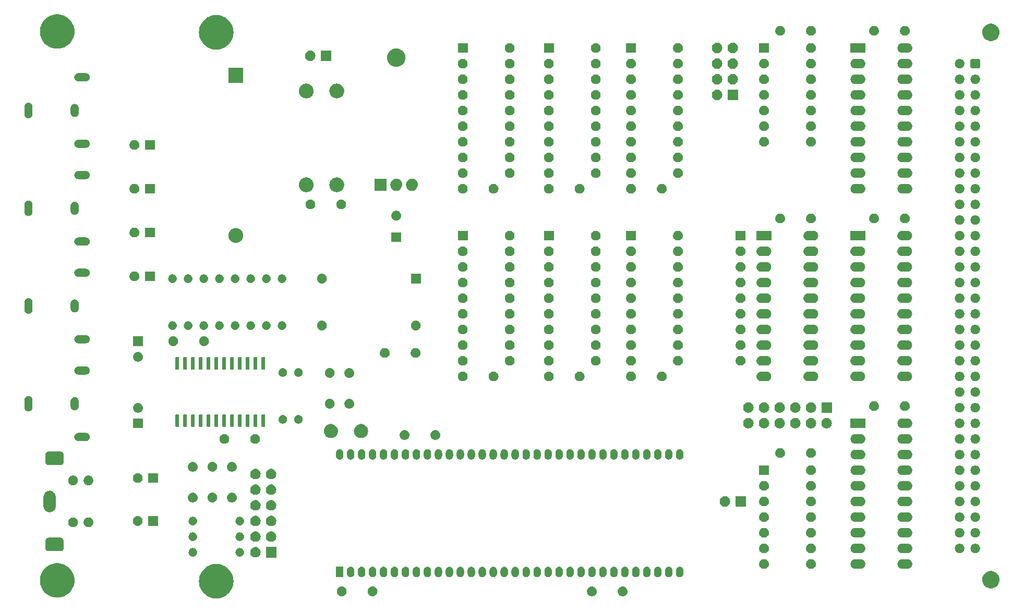
<source format=gbr>
%TF.GenerationSoftware,KiCad,Pcbnew,7.0.9-7.0.9~ubuntu22.04.1*%
%TF.CreationDate,2023-12-27T15:34:34+01:00*%
%TF.ProjectId,Z80-VDP,5a38302d-5644-4502-9e6b-696361645f70,rev?*%
%TF.SameCoordinates,Original*%
%TF.FileFunction,Soldermask,Top*%
%TF.FilePolarity,Negative*%
%FSLAX46Y46*%
G04 Gerber Fmt 4.6, Leading zero omitted, Abs format (unit mm)*
G04 Created by KiCad (PCBNEW 7.0.9-7.0.9~ubuntu22.04.1) date 2023-12-27 15:34:34*
%MOMM*%
%LPD*%
G01*
G04 APERTURE LIST*
G04 APERTURE END LIST*
G36*
X98276215Y-144816538D02*
G01*
X98593049Y-144891629D01*
X98899023Y-145002995D01*
X99190000Y-145149129D01*
X99462044Y-145328055D01*
X99711477Y-145537354D01*
X99934924Y-145774195D01*
X100129366Y-146035375D01*
X100292171Y-146317362D01*
X100421139Y-146616344D01*
X100514526Y-146928276D01*
X100571067Y-147248940D01*
X100590000Y-147574000D01*
X100571067Y-147899060D01*
X100514526Y-148219724D01*
X100421139Y-148531656D01*
X100292171Y-148830638D01*
X100129366Y-149112625D01*
X99934924Y-149373805D01*
X99711477Y-149610646D01*
X99462044Y-149819945D01*
X99190000Y-149998871D01*
X98899023Y-150145005D01*
X98593049Y-150256371D01*
X98276215Y-150331462D01*
X97952806Y-150369263D01*
X97627194Y-150369263D01*
X97303785Y-150331462D01*
X96986951Y-150256371D01*
X96680977Y-150145005D01*
X96390000Y-149998871D01*
X96117956Y-149819945D01*
X95868523Y-149610646D01*
X95645076Y-149373805D01*
X95450634Y-149112625D01*
X95287829Y-148830638D01*
X95158861Y-148531656D01*
X95065474Y-148219724D01*
X95008933Y-147899060D01*
X94990000Y-147574000D01*
X95008933Y-147248940D01*
X95065474Y-146928276D01*
X95158861Y-146616344D01*
X95287829Y-146317362D01*
X95450634Y-146035375D01*
X95645076Y-145774195D01*
X95868523Y-145537354D01*
X96117956Y-145328055D01*
X96390000Y-145149129D01*
X96680977Y-145002995D01*
X96986951Y-144891629D01*
X97303785Y-144816538D01*
X97627194Y-144778737D01*
X97952806Y-144778737D01*
X98276215Y-144816538D01*
G37*
G36*
X72461215Y-144689538D02*
G01*
X72778049Y-144764629D01*
X73084023Y-144875995D01*
X73375000Y-145022129D01*
X73647044Y-145201055D01*
X73896477Y-145410354D01*
X74119924Y-145647195D01*
X74314366Y-145908375D01*
X74477171Y-146190362D01*
X74606139Y-146489344D01*
X74699526Y-146801276D01*
X74756067Y-147121940D01*
X74775000Y-147447000D01*
X74756067Y-147772060D01*
X74699526Y-148092724D01*
X74606139Y-148404656D01*
X74477171Y-148703638D01*
X74314366Y-148985625D01*
X74119924Y-149246805D01*
X73896477Y-149483646D01*
X73647044Y-149692945D01*
X73375000Y-149871871D01*
X73084023Y-150018005D01*
X72778049Y-150129371D01*
X72461215Y-150204462D01*
X72137806Y-150242263D01*
X71812194Y-150242263D01*
X71488785Y-150204462D01*
X71171951Y-150129371D01*
X70865977Y-150018005D01*
X70575000Y-149871871D01*
X70302956Y-149692945D01*
X70053523Y-149483646D01*
X69830076Y-149246805D01*
X69635634Y-148985625D01*
X69472829Y-148703638D01*
X69343861Y-148404656D01*
X69250474Y-148092724D01*
X69193933Y-147772060D01*
X69175000Y-147447000D01*
X69193933Y-147121940D01*
X69250474Y-146801276D01*
X69343861Y-146489344D01*
X69472829Y-146190362D01*
X69635634Y-145908375D01*
X69830076Y-145647195D01*
X70053523Y-145410354D01*
X70302956Y-145201055D01*
X70575000Y-145022129D01*
X70865977Y-144875995D01*
X71171951Y-144764629D01*
X71488785Y-144689538D01*
X71812194Y-144651737D01*
X72137806Y-144651737D01*
X72461215Y-144689538D01*
G37*
G36*
X118191367Y-148429661D02*
G01*
X118233593Y-148429661D01*
X118281228Y-148439786D01*
X118328017Y-148445058D01*
X118362039Y-148456962D01*
X118397127Y-148464421D01*
X118447695Y-148486935D01*
X118497107Y-148504225D01*
X118522823Y-148520383D01*
X118549860Y-148532421D01*
X118600275Y-148569050D01*
X118648792Y-148599535D01*
X118666214Y-148616957D01*
X118685117Y-148630691D01*
X118731844Y-148682587D01*
X118775465Y-148726208D01*
X118785499Y-148742177D01*
X118796986Y-148754935D01*
X118836285Y-148823003D01*
X118870775Y-148877893D01*
X118875080Y-148890197D01*
X118880580Y-148899723D01*
X118908740Y-148986392D01*
X118929942Y-149046983D01*
X118930746Y-149054118D01*
X118932244Y-149058729D01*
X118945820Y-149187904D01*
X118950000Y-149225000D01*
X118945819Y-149262098D01*
X118932244Y-149391270D01*
X118930746Y-149395879D01*
X118929942Y-149403017D01*
X118908736Y-149463620D01*
X118880580Y-149550276D01*
X118875081Y-149559799D01*
X118870775Y-149572107D01*
X118836278Y-149627007D01*
X118796986Y-149695064D01*
X118785501Y-149707818D01*
X118775465Y-149723792D01*
X118731835Y-149767421D01*
X118685117Y-149819308D01*
X118666218Y-149833038D01*
X118648792Y-149850465D01*
X118600265Y-149880956D01*
X118549860Y-149917578D01*
X118522829Y-149929612D01*
X118497107Y-149945775D01*
X118447685Y-149963068D01*
X118397127Y-149985578D01*
X118362045Y-149993035D01*
X118328017Y-150004942D01*
X118281225Y-150010214D01*
X118233593Y-150020339D01*
X118191367Y-150020339D01*
X118150000Y-150025000D01*
X118108633Y-150020339D01*
X118066407Y-150020339D01*
X118018774Y-150010214D01*
X117971983Y-150004942D01*
X117937955Y-149993035D01*
X117902872Y-149985578D01*
X117852309Y-149963066D01*
X117802893Y-149945775D01*
X117777173Y-149929614D01*
X117750139Y-149917578D01*
X117699726Y-149880951D01*
X117651208Y-149850465D01*
X117633784Y-149833041D01*
X117614882Y-149819308D01*
X117568154Y-149767411D01*
X117524535Y-149723792D01*
X117514500Y-149707822D01*
X117503013Y-149695064D01*
X117463709Y-149626987D01*
X117429225Y-149572107D01*
X117424919Y-149559803D01*
X117419419Y-149550276D01*
X117391249Y-149463580D01*
X117370058Y-149403017D01*
X117369254Y-149395884D01*
X117367755Y-149391270D01*
X117354165Y-149261966D01*
X117350000Y-149225000D01*
X117354164Y-149188036D01*
X117367755Y-149058729D01*
X117369254Y-149054113D01*
X117370058Y-149046983D01*
X117391245Y-148986432D01*
X117419419Y-148899723D01*
X117424920Y-148890193D01*
X117429225Y-148877893D01*
X117463701Y-148823023D01*
X117503013Y-148754935D01*
X117514502Y-148742174D01*
X117524535Y-148726208D01*
X117568145Y-148682597D01*
X117614882Y-148630691D01*
X117633787Y-148616955D01*
X117651208Y-148599535D01*
X117699721Y-148569052D01*
X117750140Y-148532421D01*
X117777176Y-148520383D01*
X117802893Y-148504225D01*
X117852301Y-148486936D01*
X117902872Y-148464421D01*
X117937961Y-148456962D01*
X117971983Y-148445058D01*
X118018771Y-148439786D01*
X118066407Y-148429661D01*
X118108633Y-148429661D01*
X118150000Y-148425000D01*
X118191367Y-148429661D01*
G37*
G36*
X123191367Y-148429661D02*
G01*
X123233593Y-148429661D01*
X123281228Y-148439786D01*
X123328017Y-148445058D01*
X123362039Y-148456962D01*
X123397127Y-148464421D01*
X123447695Y-148486935D01*
X123497107Y-148504225D01*
X123522823Y-148520383D01*
X123549860Y-148532421D01*
X123600275Y-148569050D01*
X123648792Y-148599535D01*
X123666214Y-148616957D01*
X123685117Y-148630691D01*
X123731844Y-148682587D01*
X123775465Y-148726208D01*
X123785499Y-148742177D01*
X123796986Y-148754935D01*
X123836285Y-148823003D01*
X123870775Y-148877893D01*
X123875080Y-148890197D01*
X123880580Y-148899723D01*
X123908740Y-148986392D01*
X123929942Y-149046983D01*
X123930746Y-149054118D01*
X123932244Y-149058729D01*
X123945820Y-149187904D01*
X123950000Y-149225000D01*
X123945819Y-149262098D01*
X123932244Y-149391270D01*
X123930746Y-149395879D01*
X123929942Y-149403017D01*
X123908736Y-149463620D01*
X123880580Y-149550276D01*
X123875081Y-149559799D01*
X123870775Y-149572107D01*
X123836278Y-149627007D01*
X123796986Y-149695064D01*
X123785501Y-149707818D01*
X123775465Y-149723792D01*
X123731835Y-149767421D01*
X123685117Y-149819308D01*
X123666218Y-149833038D01*
X123648792Y-149850465D01*
X123600265Y-149880956D01*
X123549860Y-149917578D01*
X123522829Y-149929612D01*
X123497107Y-149945775D01*
X123447685Y-149963068D01*
X123397127Y-149985578D01*
X123362045Y-149993035D01*
X123328017Y-150004942D01*
X123281225Y-150010214D01*
X123233593Y-150020339D01*
X123191367Y-150020339D01*
X123150000Y-150025000D01*
X123108633Y-150020339D01*
X123066407Y-150020339D01*
X123018774Y-150010214D01*
X122971983Y-150004942D01*
X122937955Y-149993035D01*
X122902872Y-149985578D01*
X122852309Y-149963066D01*
X122802893Y-149945775D01*
X122777173Y-149929614D01*
X122750139Y-149917578D01*
X122699726Y-149880951D01*
X122651208Y-149850465D01*
X122633784Y-149833041D01*
X122614882Y-149819308D01*
X122568154Y-149767411D01*
X122524535Y-149723792D01*
X122514500Y-149707822D01*
X122503013Y-149695064D01*
X122463709Y-149626987D01*
X122429225Y-149572107D01*
X122424919Y-149559803D01*
X122419419Y-149550276D01*
X122391249Y-149463580D01*
X122370058Y-149403017D01*
X122369254Y-149395884D01*
X122367755Y-149391270D01*
X122354165Y-149261966D01*
X122350000Y-149225000D01*
X122354164Y-149188036D01*
X122367755Y-149058729D01*
X122369254Y-149054113D01*
X122370058Y-149046983D01*
X122391245Y-148986432D01*
X122419419Y-148899723D01*
X122424920Y-148890193D01*
X122429225Y-148877893D01*
X122463701Y-148823023D01*
X122503013Y-148754935D01*
X122514502Y-148742174D01*
X122524535Y-148726208D01*
X122568145Y-148682597D01*
X122614882Y-148630691D01*
X122633787Y-148616955D01*
X122651208Y-148599535D01*
X122699721Y-148569052D01*
X122750140Y-148532421D01*
X122777176Y-148520383D01*
X122802893Y-148504225D01*
X122852301Y-148486936D01*
X122902872Y-148464421D01*
X122937961Y-148456962D01*
X122971983Y-148445058D01*
X123018771Y-148439786D01*
X123066407Y-148429661D01*
X123108633Y-148429661D01*
X123150000Y-148425000D01*
X123191367Y-148429661D01*
G37*
G36*
X158791367Y-148429661D02*
G01*
X158833593Y-148429661D01*
X158881228Y-148439786D01*
X158928017Y-148445058D01*
X158962039Y-148456962D01*
X158997127Y-148464421D01*
X159047695Y-148486935D01*
X159097107Y-148504225D01*
X159122823Y-148520383D01*
X159149860Y-148532421D01*
X159200275Y-148569050D01*
X159248792Y-148599535D01*
X159266214Y-148616957D01*
X159285117Y-148630691D01*
X159331844Y-148682587D01*
X159375465Y-148726208D01*
X159385499Y-148742177D01*
X159396986Y-148754935D01*
X159436285Y-148823003D01*
X159470775Y-148877893D01*
X159475080Y-148890197D01*
X159480580Y-148899723D01*
X159508740Y-148986392D01*
X159529942Y-149046983D01*
X159530746Y-149054118D01*
X159532244Y-149058729D01*
X159545820Y-149187904D01*
X159550000Y-149225000D01*
X159545819Y-149262098D01*
X159532244Y-149391270D01*
X159530746Y-149395879D01*
X159529942Y-149403017D01*
X159508736Y-149463620D01*
X159480580Y-149550276D01*
X159475081Y-149559799D01*
X159470775Y-149572107D01*
X159436278Y-149627007D01*
X159396986Y-149695064D01*
X159385501Y-149707818D01*
X159375465Y-149723792D01*
X159331835Y-149767421D01*
X159285117Y-149819308D01*
X159266218Y-149833038D01*
X159248792Y-149850465D01*
X159200265Y-149880956D01*
X159149860Y-149917578D01*
X159122829Y-149929612D01*
X159097107Y-149945775D01*
X159047685Y-149963068D01*
X158997127Y-149985578D01*
X158962045Y-149993035D01*
X158928017Y-150004942D01*
X158881225Y-150010214D01*
X158833593Y-150020339D01*
X158791367Y-150020339D01*
X158750000Y-150025000D01*
X158708633Y-150020339D01*
X158666407Y-150020339D01*
X158618774Y-150010214D01*
X158571983Y-150004942D01*
X158537955Y-149993035D01*
X158502872Y-149985578D01*
X158452309Y-149963066D01*
X158402893Y-149945775D01*
X158377173Y-149929614D01*
X158350139Y-149917578D01*
X158299726Y-149880951D01*
X158251208Y-149850465D01*
X158233784Y-149833041D01*
X158214882Y-149819308D01*
X158168154Y-149767411D01*
X158124535Y-149723792D01*
X158114500Y-149707822D01*
X158103013Y-149695064D01*
X158063709Y-149626987D01*
X158029225Y-149572107D01*
X158024919Y-149559803D01*
X158019419Y-149550276D01*
X157991249Y-149463580D01*
X157970058Y-149403017D01*
X157969254Y-149395884D01*
X157967755Y-149391270D01*
X157954165Y-149261966D01*
X157950000Y-149225000D01*
X157954164Y-149188036D01*
X157967755Y-149058729D01*
X157969254Y-149054113D01*
X157970058Y-149046983D01*
X157991245Y-148986432D01*
X158019419Y-148899723D01*
X158024920Y-148890193D01*
X158029225Y-148877893D01*
X158063701Y-148823023D01*
X158103013Y-148754935D01*
X158114502Y-148742174D01*
X158124535Y-148726208D01*
X158168145Y-148682597D01*
X158214882Y-148630691D01*
X158233787Y-148616955D01*
X158251208Y-148599535D01*
X158299721Y-148569052D01*
X158350140Y-148532421D01*
X158377176Y-148520383D01*
X158402893Y-148504225D01*
X158452301Y-148486936D01*
X158502872Y-148464421D01*
X158537961Y-148456962D01*
X158571983Y-148445058D01*
X158618771Y-148439786D01*
X158666407Y-148429661D01*
X158708633Y-148429661D01*
X158750000Y-148425000D01*
X158791367Y-148429661D01*
G37*
G36*
X163791367Y-148429661D02*
G01*
X163833593Y-148429661D01*
X163881228Y-148439786D01*
X163928017Y-148445058D01*
X163962039Y-148456962D01*
X163997127Y-148464421D01*
X164047695Y-148486935D01*
X164097107Y-148504225D01*
X164122823Y-148520383D01*
X164149860Y-148532421D01*
X164200275Y-148569050D01*
X164248792Y-148599535D01*
X164266214Y-148616957D01*
X164285117Y-148630691D01*
X164331844Y-148682587D01*
X164375465Y-148726208D01*
X164385499Y-148742177D01*
X164396986Y-148754935D01*
X164436285Y-148823003D01*
X164470775Y-148877893D01*
X164475080Y-148890197D01*
X164480580Y-148899723D01*
X164508740Y-148986392D01*
X164529942Y-149046983D01*
X164530746Y-149054118D01*
X164532244Y-149058729D01*
X164545820Y-149187904D01*
X164550000Y-149225000D01*
X164545819Y-149262098D01*
X164532244Y-149391270D01*
X164530746Y-149395879D01*
X164529942Y-149403017D01*
X164508736Y-149463620D01*
X164480580Y-149550276D01*
X164475081Y-149559799D01*
X164470775Y-149572107D01*
X164436278Y-149627007D01*
X164396986Y-149695064D01*
X164385501Y-149707818D01*
X164375465Y-149723792D01*
X164331835Y-149767421D01*
X164285117Y-149819308D01*
X164266218Y-149833038D01*
X164248792Y-149850465D01*
X164200265Y-149880956D01*
X164149860Y-149917578D01*
X164122829Y-149929612D01*
X164097107Y-149945775D01*
X164047685Y-149963068D01*
X163997127Y-149985578D01*
X163962045Y-149993035D01*
X163928017Y-150004942D01*
X163881225Y-150010214D01*
X163833593Y-150020339D01*
X163791367Y-150020339D01*
X163750000Y-150025000D01*
X163708633Y-150020339D01*
X163666407Y-150020339D01*
X163618774Y-150010214D01*
X163571983Y-150004942D01*
X163537955Y-149993035D01*
X163502872Y-149985578D01*
X163452309Y-149963066D01*
X163402893Y-149945775D01*
X163377173Y-149929614D01*
X163350139Y-149917578D01*
X163299726Y-149880951D01*
X163251208Y-149850465D01*
X163233784Y-149833041D01*
X163214882Y-149819308D01*
X163168154Y-149767411D01*
X163124535Y-149723792D01*
X163114500Y-149707822D01*
X163103013Y-149695064D01*
X163063709Y-149626987D01*
X163029225Y-149572107D01*
X163024919Y-149559803D01*
X163019419Y-149550276D01*
X162991249Y-149463580D01*
X162970058Y-149403017D01*
X162969254Y-149395884D01*
X162967755Y-149391270D01*
X162954165Y-149261966D01*
X162950000Y-149225000D01*
X162954164Y-149188036D01*
X162967755Y-149058729D01*
X162969254Y-149054113D01*
X162970058Y-149046983D01*
X162991245Y-148986432D01*
X163019419Y-148899723D01*
X163024920Y-148890193D01*
X163029225Y-148877893D01*
X163063701Y-148823023D01*
X163103013Y-148754935D01*
X163114502Y-148742174D01*
X163124535Y-148726208D01*
X163168145Y-148682597D01*
X163214882Y-148630691D01*
X163233787Y-148616955D01*
X163251208Y-148599535D01*
X163299721Y-148569052D01*
X163350140Y-148532421D01*
X163377176Y-148520383D01*
X163402893Y-148504225D01*
X163452301Y-148486936D01*
X163502872Y-148464421D01*
X163537961Y-148456962D01*
X163571983Y-148445058D01*
X163618771Y-148439786D01*
X163666407Y-148429661D01*
X163708633Y-148429661D01*
X163750000Y-148425000D01*
X163791367Y-148429661D01*
G37*
G36*
X223869817Y-145938605D02*
G01*
X224092416Y-146015023D01*
X224299401Y-146127038D01*
X224485126Y-146271593D01*
X224644525Y-146444747D01*
X224773250Y-146641775D01*
X224867790Y-146857303D01*
X224925565Y-147085453D01*
X224945000Y-147320000D01*
X224925565Y-147554547D01*
X224867790Y-147782697D01*
X224773250Y-147998225D01*
X224644525Y-148195253D01*
X224485126Y-148368407D01*
X224299401Y-148512962D01*
X224092416Y-148624977D01*
X223869817Y-148701395D01*
X223637676Y-148740133D01*
X223402324Y-148740133D01*
X223170183Y-148701395D01*
X222947584Y-148624977D01*
X222740599Y-148512962D01*
X222554874Y-148368407D01*
X222395475Y-148195253D01*
X222266750Y-147998225D01*
X222172210Y-147782697D01*
X222114435Y-147554547D01*
X222095000Y-147320000D01*
X222114435Y-147085453D01*
X222172210Y-146857303D01*
X222266750Y-146641775D01*
X222395475Y-146444747D01*
X222554874Y-146271593D01*
X222740599Y-146127038D01*
X222947584Y-146015023D01*
X223170183Y-145938605D01*
X223402324Y-145899867D01*
X223637676Y-145899867D01*
X223869817Y-145938605D01*
G37*
G36*
X118425000Y-146925400D02*
G01*
X117225000Y-146925400D01*
X117225000Y-145225400D01*
X118425000Y-145225400D01*
X118425000Y-146925400D01*
G37*
G36*
X119625325Y-145228076D02*
G01*
X119642650Y-145226986D01*
X119699682Y-145237865D01*
X119760291Y-145245845D01*
X119776322Y-145252485D01*
X119790286Y-145255149D01*
X119845654Y-145281203D01*
X119905000Y-145305785D01*
X119916269Y-145314432D01*
X119926278Y-145319142D01*
X119975822Y-145360128D01*
X120029264Y-145401136D01*
X120035995Y-145409908D01*
X120042087Y-145414948D01*
X120081723Y-145469502D01*
X120124615Y-145525400D01*
X120127637Y-145532698D01*
X120130430Y-145536541D01*
X120156415Y-145602173D01*
X120184555Y-145670109D01*
X120185173Y-145674810D01*
X120185759Y-145676288D01*
X120195029Y-145749668D01*
X120205000Y-145825400D01*
X120205000Y-146325400D01*
X120204807Y-146326865D01*
X120200269Y-146398986D01*
X120190095Y-146438610D01*
X120184555Y-146480691D01*
X120170706Y-146514124D01*
X120162490Y-146546126D01*
X120142053Y-146583300D01*
X120124615Y-146625400D01*
X120104489Y-146651628D01*
X120090083Y-146677833D01*
X120058907Y-146711031D01*
X120029264Y-146749664D01*
X120005521Y-146767881D01*
X119987198Y-146787395D01*
X119946107Y-146813471D01*
X119905000Y-146845015D01*
X119880251Y-146855266D01*
X119860295Y-146867931D01*
X119811034Y-146883936D01*
X119760291Y-146904955D01*
X119736844Y-146908041D01*
X119717353Y-146914375D01*
X119662551Y-146917823D01*
X119605000Y-146925400D01*
X119584668Y-146922723D01*
X119567349Y-146923813D01*
X119510330Y-146912936D01*
X119449709Y-146904955D01*
X119433674Y-146898313D01*
X119419713Y-146895650D01*
X119364354Y-146869600D01*
X119305000Y-146845015D01*
X119293728Y-146836366D01*
X119283721Y-146831657D01*
X119234180Y-146790673D01*
X119180736Y-146749664D01*
X119174004Y-146740890D01*
X119167912Y-146735851D01*
X119128271Y-146681290D01*
X119085385Y-146625400D01*
X119082362Y-146618102D01*
X119079569Y-146614258D01*
X119053571Y-146548593D01*
X119025445Y-146480691D01*
X119024826Y-146475991D01*
X119024240Y-146474511D01*
X119014963Y-146401080D01*
X119005000Y-146325400D01*
X119005000Y-145825400D01*
X119005192Y-145823935D01*
X119009730Y-145751813D01*
X119019906Y-145712179D01*
X119025445Y-145670109D01*
X119039290Y-145636683D01*
X119047509Y-145604673D01*
X119067951Y-145567488D01*
X119085385Y-145525400D01*
X119105505Y-145499178D01*
X119119916Y-145472966D01*
X119151100Y-145439757D01*
X119180736Y-145401136D01*
X119204471Y-145382923D01*
X119222801Y-145363404D01*
X119263904Y-145337318D01*
X119305000Y-145305785D01*
X119329741Y-145295536D01*
X119349704Y-145282868D01*
X119398980Y-145266857D01*
X119449709Y-145245845D01*
X119473148Y-145242759D01*
X119492646Y-145236424D01*
X119547464Y-145232974D01*
X119605000Y-145225400D01*
X119625325Y-145228076D01*
G37*
G36*
X121405325Y-145228076D02*
G01*
X121422650Y-145226986D01*
X121479682Y-145237865D01*
X121540291Y-145245845D01*
X121556322Y-145252485D01*
X121570286Y-145255149D01*
X121625654Y-145281203D01*
X121685000Y-145305785D01*
X121696269Y-145314432D01*
X121706278Y-145319142D01*
X121755822Y-145360128D01*
X121809264Y-145401136D01*
X121815995Y-145409908D01*
X121822087Y-145414948D01*
X121861723Y-145469502D01*
X121904615Y-145525400D01*
X121907637Y-145532698D01*
X121910430Y-145536541D01*
X121936415Y-145602173D01*
X121964555Y-145670109D01*
X121965173Y-145674810D01*
X121965759Y-145676288D01*
X121975029Y-145749668D01*
X121985000Y-145825400D01*
X121985000Y-146325400D01*
X121984807Y-146326865D01*
X121980269Y-146398986D01*
X121970095Y-146438610D01*
X121964555Y-146480691D01*
X121950706Y-146514124D01*
X121942490Y-146546126D01*
X121922053Y-146583300D01*
X121904615Y-146625400D01*
X121884489Y-146651628D01*
X121870083Y-146677833D01*
X121838907Y-146711031D01*
X121809264Y-146749664D01*
X121785521Y-146767881D01*
X121767198Y-146787395D01*
X121726107Y-146813471D01*
X121685000Y-146845015D01*
X121660251Y-146855266D01*
X121640295Y-146867931D01*
X121591034Y-146883936D01*
X121540291Y-146904955D01*
X121516844Y-146908041D01*
X121497353Y-146914375D01*
X121442551Y-146917823D01*
X121385000Y-146925400D01*
X121364668Y-146922723D01*
X121347349Y-146923813D01*
X121290330Y-146912936D01*
X121229709Y-146904955D01*
X121213674Y-146898313D01*
X121199713Y-146895650D01*
X121144354Y-146869600D01*
X121085000Y-146845015D01*
X121073728Y-146836366D01*
X121063721Y-146831657D01*
X121014180Y-146790673D01*
X120960736Y-146749664D01*
X120954004Y-146740890D01*
X120947912Y-146735851D01*
X120908271Y-146681290D01*
X120865385Y-146625400D01*
X120862362Y-146618102D01*
X120859569Y-146614258D01*
X120833571Y-146548593D01*
X120805445Y-146480691D01*
X120804826Y-146475991D01*
X120804240Y-146474511D01*
X120794963Y-146401080D01*
X120785000Y-146325400D01*
X120785000Y-145825400D01*
X120785192Y-145823935D01*
X120789730Y-145751813D01*
X120799906Y-145712179D01*
X120805445Y-145670109D01*
X120819290Y-145636683D01*
X120827509Y-145604673D01*
X120847951Y-145567488D01*
X120865385Y-145525400D01*
X120885505Y-145499178D01*
X120899916Y-145472966D01*
X120931100Y-145439757D01*
X120960736Y-145401136D01*
X120984471Y-145382923D01*
X121002801Y-145363404D01*
X121043904Y-145337318D01*
X121085000Y-145305785D01*
X121109741Y-145295536D01*
X121129704Y-145282868D01*
X121178980Y-145266857D01*
X121229709Y-145245845D01*
X121253148Y-145242759D01*
X121272646Y-145236424D01*
X121327464Y-145232974D01*
X121385000Y-145225400D01*
X121405325Y-145228076D01*
G37*
G36*
X123185325Y-145228076D02*
G01*
X123202650Y-145226986D01*
X123259682Y-145237865D01*
X123320291Y-145245845D01*
X123336322Y-145252485D01*
X123350286Y-145255149D01*
X123405654Y-145281203D01*
X123465000Y-145305785D01*
X123476269Y-145314432D01*
X123486278Y-145319142D01*
X123535822Y-145360128D01*
X123589264Y-145401136D01*
X123595995Y-145409908D01*
X123602087Y-145414948D01*
X123641723Y-145469502D01*
X123684615Y-145525400D01*
X123687637Y-145532698D01*
X123690430Y-145536541D01*
X123716415Y-145602173D01*
X123744555Y-145670109D01*
X123745173Y-145674810D01*
X123745759Y-145676288D01*
X123755029Y-145749668D01*
X123765000Y-145825400D01*
X123765000Y-146325400D01*
X123764807Y-146326865D01*
X123760269Y-146398986D01*
X123750095Y-146438610D01*
X123744555Y-146480691D01*
X123730706Y-146514124D01*
X123722490Y-146546126D01*
X123702053Y-146583300D01*
X123684615Y-146625400D01*
X123664489Y-146651628D01*
X123650083Y-146677833D01*
X123618907Y-146711031D01*
X123589264Y-146749664D01*
X123565521Y-146767881D01*
X123547198Y-146787395D01*
X123506107Y-146813471D01*
X123465000Y-146845015D01*
X123440251Y-146855266D01*
X123420295Y-146867931D01*
X123371034Y-146883936D01*
X123320291Y-146904955D01*
X123296844Y-146908041D01*
X123277353Y-146914375D01*
X123222551Y-146917823D01*
X123165000Y-146925400D01*
X123144668Y-146922723D01*
X123127349Y-146923813D01*
X123070330Y-146912936D01*
X123009709Y-146904955D01*
X122993674Y-146898313D01*
X122979713Y-146895650D01*
X122924354Y-146869600D01*
X122865000Y-146845015D01*
X122853728Y-146836366D01*
X122843721Y-146831657D01*
X122794180Y-146790673D01*
X122740736Y-146749664D01*
X122734004Y-146740890D01*
X122727912Y-146735851D01*
X122688271Y-146681290D01*
X122645385Y-146625400D01*
X122642362Y-146618102D01*
X122639569Y-146614258D01*
X122613571Y-146548593D01*
X122585445Y-146480691D01*
X122584826Y-146475991D01*
X122584240Y-146474511D01*
X122574963Y-146401080D01*
X122565000Y-146325400D01*
X122565000Y-145825400D01*
X122565192Y-145823935D01*
X122569730Y-145751813D01*
X122579906Y-145712179D01*
X122585445Y-145670109D01*
X122599290Y-145636683D01*
X122607509Y-145604673D01*
X122627951Y-145567488D01*
X122645385Y-145525400D01*
X122665505Y-145499178D01*
X122679916Y-145472966D01*
X122711100Y-145439757D01*
X122740736Y-145401136D01*
X122764471Y-145382923D01*
X122782801Y-145363404D01*
X122823904Y-145337318D01*
X122865000Y-145305785D01*
X122889741Y-145295536D01*
X122909704Y-145282868D01*
X122958980Y-145266857D01*
X123009709Y-145245845D01*
X123033148Y-145242759D01*
X123052646Y-145236424D01*
X123107464Y-145232974D01*
X123165000Y-145225400D01*
X123185325Y-145228076D01*
G37*
G36*
X124965325Y-145228076D02*
G01*
X124982650Y-145226986D01*
X125039682Y-145237865D01*
X125100291Y-145245845D01*
X125116322Y-145252485D01*
X125130286Y-145255149D01*
X125185654Y-145281203D01*
X125245000Y-145305785D01*
X125256269Y-145314432D01*
X125266278Y-145319142D01*
X125315822Y-145360128D01*
X125369264Y-145401136D01*
X125375995Y-145409908D01*
X125382087Y-145414948D01*
X125421723Y-145469502D01*
X125464615Y-145525400D01*
X125467637Y-145532698D01*
X125470430Y-145536541D01*
X125496415Y-145602173D01*
X125524555Y-145670109D01*
X125525173Y-145674810D01*
X125525759Y-145676288D01*
X125535029Y-145749668D01*
X125545000Y-145825400D01*
X125545000Y-146325400D01*
X125544807Y-146326865D01*
X125540269Y-146398986D01*
X125530095Y-146438610D01*
X125524555Y-146480691D01*
X125510706Y-146514124D01*
X125502490Y-146546126D01*
X125482053Y-146583300D01*
X125464615Y-146625400D01*
X125444489Y-146651628D01*
X125430083Y-146677833D01*
X125398907Y-146711031D01*
X125369264Y-146749664D01*
X125345521Y-146767881D01*
X125327198Y-146787395D01*
X125286107Y-146813471D01*
X125245000Y-146845015D01*
X125220251Y-146855266D01*
X125200295Y-146867931D01*
X125151034Y-146883936D01*
X125100291Y-146904955D01*
X125076844Y-146908041D01*
X125057353Y-146914375D01*
X125002551Y-146917823D01*
X124945000Y-146925400D01*
X124924668Y-146922723D01*
X124907349Y-146923813D01*
X124850330Y-146912936D01*
X124789709Y-146904955D01*
X124773674Y-146898313D01*
X124759713Y-146895650D01*
X124704354Y-146869600D01*
X124645000Y-146845015D01*
X124633728Y-146836366D01*
X124623721Y-146831657D01*
X124574180Y-146790673D01*
X124520736Y-146749664D01*
X124514004Y-146740890D01*
X124507912Y-146735851D01*
X124468271Y-146681290D01*
X124425385Y-146625400D01*
X124422362Y-146618102D01*
X124419569Y-146614258D01*
X124393571Y-146548593D01*
X124365445Y-146480691D01*
X124364826Y-146475991D01*
X124364240Y-146474511D01*
X124354963Y-146401080D01*
X124345000Y-146325400D01*
X124345000Y-145825400D01*
X124345192Y-145823935D01*
X124349730Y-145751813D01*
X124359906Y-145712179D01*
X124365445Y-145670109D01*
X124379290Y-145636683D01*
X124387509Y-145604673D01*
X124407951Y-145567488D01*
X124425385Y-145525400D01*
X124445505Y-145499178D01*
X124459916Y-145472966D01*
X124491100Y-145439757D01*
X124520736Y-145401136D01*
X124544471Y-145382923D01*
X124562801Y-145363404D01*
X124603904Y-145337318D01*
X124645000Y-145305785D01*
X124669741Y-145295536D01*
X124689704Y-145282868D01*
X124738980Y-145266857D01*
X124789709Y-145245845D01*
X124813148Y-145242759D01*
X124832646Y-145236424D01*
X124887464Y-145232974D01*
X124945000Y-145225400D01*
X124965325Y-145228076D01*
G37*
G36*
X126745325Y-145228076D02*
G01*
X126762650Y-145226986D01*
X126819682Y-145237865D01*
X126880291Y-145245845D01*
X126896322Y-145252485D01*
X126910286Y-145255149D01*
X126965654Y-145281203D01*
X127025000Y-145305785D01*
X127036269Y-145314432D01*
X127046278Y-145319142D01*
X127095822Y-145360128D01*
X127149264Y-145401136D01*
X127155995Y-145409908D01*
X127162087Y-145414948D01*
X127201723Y-145469502D01*
X127244615Y-145525400D01*
X127247637Y-145532698D01*
X127250430Y-145536541D01*
X127276415Y-145602173D01*
X127304555Y-145670109D01*
X127305173Y-145674810D01*
X127305759Y-145676288D01*
X127315029Y-145749668D01*
X127325000Y-145825400D01*
X127325000Y-146325400D01*
X127324807Y-146326865D01*
X127320269Y-146398986D01*
X127310095Y-146438610D01*
X127304555Y-146480691D01*
X127290706Y-146514124D01*
X127282490Y-146546126D01*
X127262053Y-146583300D01*
X127244615Y-146625400D01*
X127224489Y-146651628D01*
X127210083Y-146677833D01*
X127178907Y-146711031D01*
X127149264Y-146749664D01*
X127125521Y-146767881D01*
X127107198Y-146787395D01*
X127066107Y-146813471D01*
X127025000Y-146845015D01*
X127000251Y-146855266D01*
X126980295Y-146867931D01*
X126931034Y-146883936D01*
X126880291Y-146904955D01*
X126856844Y-146908041D01*
X126837353Y-146914375D01*
X126782551Y-146917823D01*
X126725000Y-146925400D01*
X126704668Y-146922723D01*
X126687349Y-146923813D01*
X126630330Y-146912936D01*
X126569709Y-146904955D01*
X126553674Y-146898313D01*
X126539713Y-146895650D01*
X126484354Y-146869600D01*
X126425000Y-146845015D01*
X126413728Y-146836366D01*
X126403721Y-146831657D01*
X126354180Y-146790673D01*
X126300736Y-146749664D01*
X126294004Y-146740890D01*
X126287912Y-146735851D01*
X126248271Y-146681290D01*
X126205385Y-146625400D01*
X126202362Y-146618102D01*
X126199569Y-146614258D01*
X126173571Y-146548593D01*
X126145445Y-146480691D01*
X126144826Y-146475991D01*
X126144240Y-146474511D01*
X126134963Y-146401080D01*
X126125000Y-146325400D01*
X126125000Y-145825400D01*
X126125192Y-145823935D01*
X126129730Y-145751813D01*
X126139906Y-145712179D01*
X126145445Y-145670109D01*
X126159290Y-145636683D01*
X126167509Y-145604673D01*
X126187951Y-145567488D01*
X126205385Y-145525400D01*
X126225505Y-145499178D01*
X126239916Y-145472966D01*
X126271100Y-145439757D01*
X126300736Y-145401136D01*
X126324471Y-145382923D01*
X126342801Y-145363404D01*
X126383904Y-145337318D01*
X126425000Y-145305785D01*
X126449741Y-145295536D01*
X126469704Y-145282868D01*
X126518980Y-145266857D01*
X126569709Y-145245845D01*
X126593148Y-145242759D01*
X126612646Y-145236424D01*
X126667464Y-145232974D01*
X126725000Y-145225400D01*
X126745325Y-145228076D01*
G37*
G36*
X128525325Y-145228076D02*
G01*
X128542650Y-145226986D01*
X128599682Y-145237865D01*
X128660291Y-145245845D01*
X128676322Y-145252485D01*
X128690286Y-145255149D01*
X128745654Y-145281203D01*
X128805000Y-145305785D01*
X128816269Y-145314432D01*
X128826278Y-145319142D01*
X128875822Y-145360128D01*
X128929264Y-145401136D01*
X128935995Y-145409908D01*
X128942087Y-145414948D01*
X128981723Y-145469502D01*
X129024615Y-145525400D01*
X129027637Y-145532698D01*
X129030430Y-145536541D01*
X129056415Y-145602173D01*
X129084555Y-145670109D01*
X129085173Y-145674810D01*
X129085759Y-145676288D01*
X129095029Y-145749668D01*
X129105000Y-145825400D01*
X129105000Y-146325400D01*
X129104807Y-146326865D01*
X129100269Y-146398986D01*
X129090095Y-146438610D01*
X129084555Y-146480691D01*
X129070706Y-146514124D01*
X129062490Y-146546126D01*
X129042053Y-146583300D01*
X129024615Y-146625400D01*
X129004489Y-146651628D01*
X128990083Y-146677833D01*
X128958907Y-146711031D01*
X128929264Y-146749664D01*
X128905521Y-146767881D01*
X128887198Y-146787395D01*
X128846107Y-146813471D01*
X128805000Y-146845015D01*
X128780251Y-146855266D01*
X128760295Y-146867931D01*
X128711034Y-146883936D01*
X128660291Y-146904955D01*
X128636844Y-146908041D01*
X128617353Y-146914375D01*
X128562551Y-146917823D01*
X128505000Y-146925400D01*
X128484668Y-146922723D01*
X128467349Y-146923813D01*
X128410330Y-146912936D01*
X128349709Y-146904955D01*
X128333674Y-146898313D01*
X128319713Y-146895650D01*
X128264354Y-146869600D01*
X128205000Y-146845015D01*
X128193728Y-146836366D01*
X128183721Y-146831657D01*
X128134180Y-146790673D01*
X128080736Y-146749664D01*
X128074004Y-146740890D01*
X128067912Y-146735851D01*
X128028271Y-146681290D01*
X127985385Y-146625400D01*
X127982362Y-146618102D01*
X127979569Y-146614258D01*
X127953571Y-146548593D01*
X127925445Y-146480691D01*
X127924826Y-146475991D01*
X127924240Y-146474511D01*
X127914963Y-146401080D01*
X127905000Y-146325400D01*
X127905000Y-145825400D01*
X127905192Y-145823935D01*
X127909730Y-145751813D01*
X127919906Y-145712179D01*
X127925445Y-145670109D01*
X127939290Y-145636683D01*
X127947509Y-145604673D01*
X127967951Y-145567488D01*
X127985385Y-145525400D01*
X128005505Y-145499178D01*
X128019916Y-145472966D01*
X128051100Y-145439757D01*
X128080736Y-145401136D01*
X128104471Y-145382923D01*
X128122801Y-145363404D01*
X128163904Y-145337318D01*
X128205000Y-145305785D01*
X128229741Y-145295536D01*
X128249704Y-145282868D01*
X128298980Y-145266857D01*
X128349709Y-145245845D01*
X128373148Y-145242759D01*
X128392646Y-145236424D01*
X128447464Y-145232974D01*
X128505000Y-145225400D01*
X128525325Y-145228076D01*
G37*
G36*
X130305325Y-145228076D02*
G01*
X130322650Y-145226986D01*
X130379682Y-145237865D01*
X130440291Y-145245845D01*
X130456322Y-145252485D01*
X130470286Y-145255149D01*
X130525654Y-145281203D01*
X130585000Y-145305785D01*
X130596269Y-145314432D01*
X130606278Y-145319142D01*
X130655822Y-145360128D01*
X130709264Y-145401136D01*
X130715995Y-145409908D01*
X130722087Y-145414948D01*
X130761723Y-145469502D01*
X130804615Y-145525400D01*
X130807637Y-145532698D01*
X130810430Y-145536541D01*
X130836415Y-145602173D01*
X130864555Y-145670109D01*
X130865173Y-145674810D01*
X130865759Y-145676288D01*
X130875029Y-145749668D01*
X130885000Y-145825400D01*
X130885000Y-146325400D01*
X130884807Y-146326865D01*
X130880269Y-146398986D01*
X130870095Y-146438610D01*
X130864555Y-146480691D01*
X130850706Y-146514124D01*
X130842490Y-146546126D01*
X130822053Y-146583300D01*
X130804615Y-146625400D01*
X130784489Y-146651628D01*
X130770083Y-146677833D01*
X130738907Y-146711031D01*
X130709264Y-146749664D01*
X130685521Y-146767881D01*
X130667198Y-146787395D01*
X130626107Y-146813471D01*
X130585000Y-146845015D01*
X130560251Y-146855266D01*
X130540295Y-146867931D01*
X130491034Y-146883936D01*
X130440291Y-146904955D01*
X130416844Y-146908041D01*
X130397353Y-146914375D01*
X130342551Y-146917823D01*
X130285000Y-146925400D01*
X130264668Y-146922723D01*
X130247349Y-146923813D01*
X130190330Y-146912936D01*
X130129709Y-146904955D01*
X130113674Y-146898313D01*
X130099713Y-146895650D01*
X130044354Y-146869600D01*
X129985000Y-146845015D01*
X129973728Y-146836366D01*
X129963721Y-146831657D01*
X129914180Y-146790673D01*
X129860736Y-146749664D01*
X129854004Y-146740890D01*
X129847912Y-146735851D01*
X129808271Y-146681290D01*
X129765385Y-146625400D01*
X129762362Y-146618102D01*
X129759569Y-146614258D01*
X129733571Y-146548593D01*
X129705445Y-146480691D01*
X129704826Y-146475991D01*
X129704240Y-146474511D01*
X129694963Y-146401080D01*
X129685000Y-146325400D01*
X129685000Y-145825400D01*
X129685192Y-145823935D01*
X129689730Y-145751813D01*
X129699906Y-145712179D01*
X129705445Y-145670109D01*
X129719290Y-145636683D01*
X129727509Y-145604673D01*
X129747951Y-145567488D01*
X129765385Y-145525400D01*
X129785505Y-145499178D01*
X129799916Y-145472966D01*
X129831100Y-145439757D01*
X129860736Y-145401136D01*
X129884471Y-145382923D01*
X129902801Y-145363404D01*
X129943904Y-145337318D01*
X129985000Y-145305785D01*
X130009741Y-145295536D01*
X130029704Y-145282868D01*
X130078980Y-145266857D01*
X130129709Y-145245845D01*
X130153148Y-145242759D01*
X130172646Y-145236424D01*
X130227464Y-145232974D01*
X130285000Y-145225400D01*
X130305325Y-145228076D01*
G37*
G36*
X132085325Y-145228076D02*
G01*
X132102650Y-145226986D01*
X132159682Y-145237865D01*
X132220291Y-145245845D01*
X132236322Y-145252485D01*
X132250286Y-145255149D01*
X132305654Y-145281203D01*
X132365000Y-145305785D01*
X132376269Y-145314432D01*
X132386278Y-145319142D01*
X132435822Y-145360128D01*
X132489264Y-145401136D01*
X132495995Y-145409908D01*
X132502087Y-145414948D01*
X132541723Y-145469502D01*
X132584615Y-145525400D01*
X132587637Y-145532698D01*
X132590430Y-145536541D01*
X132616415Y-145602173D01*
X132644555Y-145670109D01*
X132645173Y-145674810D01*
X132645759Y-145676288D01*
X132655029Y-145749668D01*
X132665000Y-145825400D01*
X132665000Y-146325400D01*
X132664807Y-146326865D01*
X132660269Y-146398986D01*
X132650095Y-146438610D01*
X132644555Y-146480691D01*
X132630706Y-146514124D01*
X132622490Y-146546126D01*
X132602053Y-146583300D01*
X132584615Y-146625400D01*
X132564489Y-146651628D01*
X132550083Y-146677833D01*
X132518907Y-146711031D01*
X132489264Y-146749664D01*
X132465521Y-146767881D01*
X132447198Y-146787395D01*
X132406107Y-146813471D01*
X132365000Y-146845015D01*
X132340251Y-146855266D01*
X132320295Y-146867931D01*
X132271034Y-146883936D01*
X132220291Y-146904955D01*
X132196844Y-146908041D01*
X132177353Y-146914375D01*
X132122551Y-146917823D01*
X132065000Y-146925400D01*
X132044668Y-146922723D01*
X132027349Y-146923813D01*
X131970330Y-146912936D01*
X131909709Y-146904955D01*
X131893674Y-146898313D01*
X131879713Y-146895650D01*
X131824354Y-146869600D01*
X131765000Y-146845015D01*
X131753728Y-146836366D01*
X131743721Y-146831657D01*
X131694180Y-146790673D01*
X131640736Y-146749664D01*
X131634004Y-146740890D01*
X131627912Y-146735851D01*
X131588271Y-146681290D01*
X131545385Y-146625400D01*
X131542362Y-146618102D01*
X131539569Y-146614258D01*
X131513571Y-146548593D01*
X131485445Y-146480691D01*
X131484826Y-146475991D01*
X131484240Y-146474511D01*
X131474963Y-146401080D01*
X131465000Y-146325400D01*
X131465000Y-145825400D01*
X131465192Y-145823935D01*
X131469730Y-145751813D01*
X131479906Y-145712179D01*
X131485445Y-145670109D01*
X131499290Y-145636683D01*
X131507509Y-145604673D01*
X131527951Y-145567488D01*
X131545385Y-145525400D01*
X131565505Y-145499178D01*
X131579916Y-145472966D01*
X131611100Y-145439757D01*
X131640736Y-145401136D01*
X131664471Y-145382923D01*
X131682801Y-145363404D01*
X131723904Y-145337318D01*
X131765000Y-145305785D01*
X131789741Y-145295536D01*
X131809704Y-145282868D01*
X131858980Y-145266857D01*
X131909709Y-145245845D01*
X131933148Y-145242759D01*
X131952646Y-145236424D01*
X132007464Y-145232974D01*
X132065000Y-145225400D01*
X132085325Y-145228076D01*
G37*
G36*
X133865325Y-145228076D02*
G01*
X133882650Y-145226986D01*
X133939682Y-145237865D01*
X134000291Y-145245845D01*
X134016322Y-145252485D01*
X134030286Y-145255149D01*
X134085654Y-145281203D01*
X134145000Y-145305785D01*
X134156269Y-145314432D01*
X134166278Y-145319142D01*
X134215822Y-145360128D01*
X134269264Y-145401136D01*
X134275995Y-145409908D01*
X134282087Y-145414948D01*
X134321723Y-145469502D01*
X134364615Y-145525400D01*
X134367637Y-145532698D01*
X134370430Y-145536541D01*
X134396415Y-145602173D01*
X134424555Y-145670109D01*
X134425173Y-145674810D01*
X134425759Y-145676288D01*
X134435029Y-145749668D01*
X134445000Y-145825400D01*
X134445000Y-146325400D01*
X134444807Y-146326865D01*
X134440269Y-146398986D01*
X134430095Y-146438610D01*
X134424555Y-146480691D01*
X134410706Y-146514124D01*
X134402490Y-146546126D01*
X134382053Y-146583300D01*
X134364615Y-146625400D01*
X134344489Y-146651628D01*
X134330083Y-146677833D01*
X134298907Y-146711031D01*
X134269264Y-146749664D01*
X134245521Y-146767881D01*
X134227198Y-146787395D01*
X134186107Y-146813471D01*
X134145000Y-146845015D01*
X134120251Y-146855266D01*
X134100295Y-146867931D01*
X134051034Y-146883936D01*
X134000291Y-146904955D01*
X133976844Y-146908041D01*
X133957353Y-146914375D01*
X133902551Y-146917823D01*
X133845000Y-146925400D01*
X133824668Y-146922723D01*
X133807349Y-146923813D01*
X133750330Y-146912936D01*
X133689709Y-146904955D01*
X133673674Y-146898313D01*
X133659713Y-146895650D01*
X133604354Y-146869600D01*
X133545000Y-146845015D01*
X133533728Y-146836366D01*
X133523721Y-146831657D01*
X133474180Y-146790673D01*
X133420736Y-146749664D01*
X133414004Y-146740890D01*
X133407912Y-146735851D01*
X133368271Y-146681290D01*
X133325385Y-146625400D01*
X133322362Y-146618102D01*
X133319569Y-146614258D01*
X133293571Y-146548593D01*
X133265445Y-146480691D01*
X133264826Y-146475991D01*
X133264240Y-146474511D01*
X133254963Y-146401080D01*
X133245000Y-146325400D01*
X133245000Y-145825400D01*
X133245192Y-145823935D01*
X133249730Y-145751813D01*
X133259906Y-145712179D01*
X133265445Y-145670109D01*
X133279290Y-145636683D01*
X133287509Y-145604673D01*
X133307951Y-145567488D01*
X133325385Y-145525400D01*
X133345505Y-145499178D01*
X133359916Y-145472966D01*
X133391100Y-145439757D01*
X133420736Y-145401136D01*
X133444471Y-145382923D01*
X133462801Y-145363404D01*
X133503904Y-145337318D01*
X133545000Y-145305785D01*
X133569741Y-145295536D01*
X133589704Y-145282868D01*
X133638980Y-145266857D01*
X133689709Y-145245845D01*
X133713148Y-145242759D01*
X133732646Y-145236424D01*
X133787464Y-145232974D01*
X133845000Y-145225400D01*
X133865325Y-145228076D01*
G37*
G36*
X135645325Y-145228076D02*
G01*
X135662650Y-145226986D01*
X135719682Y-145237865D01*
X135780291Y-145245845D01*
X135796322Y-145252485D01*
X135810286Y-145255149D01*
X135865654Y-145281203D01*
X135925000Y-145305785D01*
X135936269Y-145314432D01*
X135946278Y-145319142D01*
X135995822Y-145360128D01*
X136049264Y-145401136D01*
X136055995Y-145409908D01*
X136062087Y-145414948D01*
X136101723Y-145469502D01*
X136144615Y-145525400D01*
X136147637Y-145532698D01*
X136150430Y-145536541D01*
X136176415Y-145602173D01*
X136204555Y-145670109D01*
X136205173Y-145674810D01*
X136205759Y-145676288D01*
X136215029Y-145749668D01*
X136225000Y-145825400D01*
X136225000Y-146325400D01*
X136224807Y-146326865D01*
X136220269Y-146398986D01*
X136210095Y-146438610D01*
X136204555Y-146480691D01*
X136190706Y-146514124D01*
X136182490Y-146546126D01*
X136162053Y-146583300D01*
X136144615Y-146625400D01*
X136124489Y-146651628D01*
X136110083Y-146677833D01*
X136078907Y-146711031D01*
X136049264Y-146749664D01*
X136025521Y-146767881D01*
X136007198Y-146787395D01*
X135966107Y-146813471D01*
X135925000Y-146845015D01*
X135900251Y-146855266D01*
X135880295Y-146867931D01*
X135831034Y-146883936D01*
X135780291Y-146904955D01*
X135756844Y-146908041D01*
X135737353Y-146914375D01*
X135682551Y-146917823D01*
X135625000Y-146925400D01*
X135604668Y-146922723D01*
X135587349Y-146923813D01*
X135530330Y-146912936D01*
X135469709Y-146904955D01*
X135453674Y-146898313D01*
X135439713Y-146895650D01*
X135384354Y-146869600D01*
X135325000Y-146845015D01*
X135313728Y-146836366D01*
X135303721Y-146831657D01*
X135254180Y-146790673D01*
X135200736Y-146749664D01*
X135194004Y-146740890D01*
X135187912Y-146735851D01*
X135148271Y-146681290D01*
X135105385Y-146625400D01*
X135102362Y-146618102D01*
X135099569Y-146614258D01*
X135073571Y-146548593D01*
X135045445Y-146480691D01*
X135044826Y-146475991D01*
X135044240Y-146474511D01*
X135034963Y-146401080D01*
X135025000Y-146325400D01*
X135025000Y-145825400D01*
X135025192Y-145823935D01*
X135029730Y-145751813D01*
X135039906Y-145712179D01*
X135045445Y-145670109D01*
X135059290Y-145636683D01*
X135067509Y-145604673D01*
X135087951Y-145567488D01*
X135105385Y-145525400D01*
X135125505Y-145499178D01*
X135139916Y-145472966D01*
X135171100Y-145439757D01*
X135200736Y-145401136D01*
X135224471Y-145382923D01*
X135242801Y-145363404D01*
X135283904Y-145337318D01*
X135325000Y-145305785D01*
X135349741Y-145295536D01*
X135369704Y-145282868D01*
X135418980Y-145266857D01*
X135469709Y-145245845D01*
X135493148Y-145242759D01*
X135512646Y-145236424D01*
X135567464Y-145232974D01*
X135625000Y-145225400D01*
X135645325Y-145228076D01*
G37*
G36*
X137425325Y-145228076D02*
G01*
X137442650Y-145226986D01*
X137499682Y-145237865D01*
X137560291Y-145245845D01*
X137576322Y-145252485D01*
X137590286Y-145255149D01*
X137645654Y-145281203D01*
X137705000Y-145305785D01*
X137716269Y-145314432D01*
X137726278Y-145319142D01*
X137775822Y-145360128D01*
X137829264Y-145401136D01*
X137835995Y-145409908D01*
X137842087Y-145414948D01*
X137881723Y-145469502D01*
X137924615Y-145525400D01*
X137927637Y-145532698D01*
X137930430Y-145536541D01*
X137956415Y-145602173D01*
X137984555Y-145670109D01*
X137985173Y-145674810D01*
X137985759Y-145676288D01*
X137995029Y-145749668D01*
X138005000Y-145825400D01*
X138005000Y-146325400D01*
X138004807Y-146326865D01*
X138000269Y-146398986D01*
X137990095Y-146438610D01*
X137984555Y-146480691D01*
X137970706Y-146514124D01*
X137962490Y-146546126D01*
X137942053Y-146583300D01*
X137924615Y-146625400D01*
X137904489Y-146651628D01*
X137890083Y-146677833D01*
X137858907Y-146711031D01*
X137829264Y-146749664D01*
X137805521Y-146767881D01*
X137787198Y-146787395D01*
X137746107Y-146813471D01*
X137705000Y-146845015D01*
X137680251Y-146855266D01*
X137660295Y-146867931D01*
X137611034Y-146883936D01*
X137560291Y-146904955D01*
X137536844Y-146908041D01*
X137517353Y-146914375D01*
X137462551Y-146917823D01*
X137405000Y-146925400D01*
X137384668Y-146922723D01*
X137367349Y-146923813D01*
X137310330Y-146912936D01*
X137249709Y-146904955D01*
X137233674Y-146898313D01*
X137219713Y-146895650D01*
X137164354Y-146869600D01*
X137105000Y-146845015D01*
X137093728Y-146836366D01*
X137083721Y-146831657D01*
X137034180Y-146790673D01*
X136980736Y-146749664D01*
X136974004Y-146740890D01*
X136967912Y-146735851D01*
X136928271Y-146681290D01*
X136885385Y-146625400D01*
X136882362Y-146618102D01*
X136879569Y-146614258D01*
X136853571Y-146548593D01*
X136825445Y-146480691D01*
X136824826Y-146475991D01*
X136824240Y-146474511D01*
X136814963Y-146401080D01*
X136805000Y-146325400D01*
X136805000Y-145825400D01*
X136805192Y-145823935D01*
X136809730Y-145751813D01*
X136819906Y-145712179D01*
X136825445Y-145670109D01*
X136839290Y-145636683D01*
X136847509Y-145604673D01*
X136867951Y-145567488D01*
X136885385Y-145525400D01*
X136905505Y-145499178D01*
X136919916Y-145472966D01*
X136951100Y-145439757D01*
X136980736Y-145401136D01*
X137004471Y-145382923D01*
X137022801Y-145363404D01*
X137063904Y-145337318D01*
X137105000Y-145305785D01*
X137129741Y-145295536D01*
X137149704Y-145282868D01*
X137198980Y-145266857D01*
X137249709Y-145245845D01*
X137273148Y-145242759D01*
X137292646Y-145236424D01*
X137347464Y-145232974D01*
X137405000Y-145225400D01*
X137425325Y-145228076D01*
G37*
G36*
X139205325Y-145228076D02*
G01*
X139222650Y-145226986D01*
X139279682Y-145237865D01*
X139340291Y-145245845D01*
X139356322Y-145252485D01*
X139370286Y-145255149D01*
X139425654Y-145281203D01*
X139485000Y-145305785D01*
X139496269Y-145314432D01*
X139506278Y-145319142D01*
X139555822Y-145360128D01*
X139609264Y-145401136D01*
X139615995Y-145409908D01*
X139622087Y-145414948D01*
X139661723Y-145469502D01*
X139704615Y-145525400D01*
X139707637Y-145532698D01*
X139710430Y-145536541D01*
X139736415Y-145602173D01*
X139764555Y-145670109D01*
X139765173Y-145674810D01*
X139765759Y-145676288D01*
X139775029Y-145749668D01*
X139785000Y-145825400D01*
X139785000Y-146325400D01*
X139784807Y-146326865D01*
X139780269Y-146398986D01*
X139770095Y-146438610D01*
X139764555Y-146480691D01*
X139750706Y-146514124D01*
X139742490Y-146546126D01*
X139722053Y-146583300D01*
X139704615Y-146625400D01*
X139684489Y-146651628D01*
X139670083Y-146677833D01*
X139638907Y-146711031D01*
X139609264Y-146749664D01*
X139585521Y-146767881D01*
X139567198Y-146787395D01*
X139526107Y-146813471D01*
X139485000Y-146845015D01*
X139460251Y-146855266D01*
X139440295Y-146867931D01*
X139391034Y-146883936D01*
X139340291Y-146904955D01*
X139316844Y-146908041D01*
X139297353Y-146914375D01*
X139242551Y-146917823D01*
X139185000Y-146925400D01*
X139164668Y-146922723D01*
X139147349Y-146923813D01*
X139090330Y-146912936D01*
X139029709Y-146904955D01*
X139013674Y-146898313D01*
X138999713Y-146895650D01*
X138944354Y-146869600D01*
X138885000Y-146845015D01*
X138873728Y-146836366D01*
X138863721Y-146831657D01*
X138814180Y-146790673D01*
X138760736Y-146749664D01*
X138754004Y-146740890D01*
X138747912Y-146735851D01*
X138708271Y-146681290D01*
X138665385Y-146625400D01*
X138662362Y-146618102D01*
X138659569Y-146614258D01*
X138633571Y-146548593D01*
X138605445Y-146480691D01*
X138604826Y-146475991D01*
X138604240Y-146474511D01*
X138594963Y-146401080D01*
X138585000Y-146325400D01*
X138585000Y-145825400D01*
X138585192Y-145823935D01*
X138589730Y-145751813D01*
X138599906Y-145712179D01*
X138605445Y-145670109D01*
X138619290Y-145636683D01*
X138627509Y-145604673D01*
X138647951Y-145567488D01*
X138665385Y-145525400D01*
X138685505Y-145499178D01*
X138699916Y-145472966D01*
X138731100Y-145439757D01*
X138760736Y-145401136D01*
X138784471Y-145382923D01*
X138802801Y-145363404D01*
X138843904Y-145337318D01*
X138885000Y-145305785D01*
X138909741Y-145295536D01*
X138929704Y-145282868D01*
X138978980Y-145266857D01*
X139029709Y-145245845D01*
X139053148Y-145242759D01*
X139072646Y-145236424D01*
X139127464Y-145232974D01*
X139185000Y-145225400D01*
X139205325Y-145228076D01*
G37*
G36*
X140985325Y-145228076D02*
G01*
X141002650Y-145226986D01*
X141059682Y-145237865D01*
X141120291Y-145245845D01*
X141136322Y-145252485D01*
X141150286Y-145255149D01*
X141205654Y-145281203D01*
X141265000Y-145305785D01*
X141276269Y-145314432D01*
X141286278Y-145319142D01*
X141335822Y-145360128D01*
X141389264Y-145401136D01*
X141395995Y-145409908D01*
X141402087Y-145414948D01*
X141441723Y-145469502D01*
X141484615Y-145525400D01*
X141487637Y-145532698D01*
X141490430Y-145536541D01*
X141516415Y-145602173D01*
X141544555Y-145670109D01*
X141545173Y-145674810D01*
X141545759Y-145676288D01*
X141555029Y-145749668D01*
X141565000Y-145825400D01*
X141565000Y-146325400D01*
X141564807Y-146326865D01*
X141560269Y-146398986D01*
X141550095Y-146438610D01*
X141544555Y-146480691D01*
X141530706Y-146514124D01*
X141522490Y-146546126D01*
X141502053Y-146583300D01*
X141484615Y-146625400D01*
X141464489Y-146651628D01*
X141450083Y-146677833D01*
X141418907Y-146711031D01*
X141389264Y-146749664D01*
X141365521Y-146767881D01*
X141347198Y-146787395D01*
X141306107Y-146813471D01*
X141265000Y-146845015D01*
X141240251Y-146855266D01*
X141220295Y-146867931D01*
X141171034Y-146883936D01*
X141120291Y-146904955D01*
X141096844Y-146908041D01*
X141077353Y-146914375D01*
X141022551Y-146917823D01*
X140965000Y-146925400D01*
X140944668Y-146922723D01*
X140927349Y-146923813D01*
X140870330Y-146912936D01*
X140809709Y-146904955D01*
X140793674Y-146898313D01*
X140779713Y-146895650D01*
X140724354Y-146869600D01*
X140665000Y-146845015D01*
X140653728Y-146836366D01*
X140643721Y-146831657D01*
X140594180Y-146790673D01*
X140540736Y-146749664D01*
X140534004Y-146740890D01*
X140527912Y-146735851D01*
X140488271Y-146681290D01*
X140445385Y-146625400D01*
X140442362Y-146618102D01*
X140439569Y-146614258D01*
X140413571Y-146548593D01*
X140385445Y-146480691D01*
X140384826Y-146475991D01*
X140384240Y-146474511D01*
X140374963Y-146401080D01*
X140365000Y-146325400D01*
X140365000Y-145825400D01*
X140365192Y-145823935D01*
X140369730Y-145751813D01*
X140379906Y-145712179D01*
X140385445Y-145670109D01*
X140399290Y-145636683D01*
X140407509Y-145604673D01*
X140427951Y-145567488D01*
X140445385Y-145525400D01*
X140465505Y-145499178D01*
X140479916Y-145472966D01*
X140511100Y-145439757D01*
X140540736Y-145401136D01*
X140564471Y-145382923D01*
X140582801Y-145363404D01*
X140623904Y-145337318D01*
X140665000Y-145305785D01*
X140689741Y-145295536D01*
X140709704Y-145282868D01*
X140758980Y-145266857D01*
X140809709Y-145245845D01*
X140833148Y-145242759D01*
X140852646Y-145236424D01*
X140907464Y-145232974D01*
X140965000Y-145225400D01*
X140985325Y-145228076D01*
G37*
G36*
X142765325Y-145228076D02*
G01*
X142782650Y-145226986D01*
X142839682Y-145237865D01*
X142900291Y-145245845D01*
X142916322Y-145252485D01*
X142930286Y-145255149D01*
X142985654Y-145281203D01*
X143045000Y-145305785D01*
X143056269Y-145314432D01*
X143066278Y-145319142D01*
X143115822Y-145360128D01*
X143169264Y-145401136D01*
X143175995Y-145409908D01*
X143182087Y-145414948D01*
X143221723Y-145469502D01*
X143264615Y-145525400D01*
X143267637Y-145532698D01*
X143270430Y-145536541D01*
X143296415Y-145602173D01*
X143324555Y-145670109D01*
X143325173Y-145674810D01*
X143325759Y-145676288D01*
X143335029Y-145749668D01*
X143345000Y-145825400D01*
X143345000Y-146325400D01*
X143344807Y-146326865D01*
X143340269Y-146398986D01*
X143330095Y-146438610D01*
X143324555Y-146480691D01*
X143310706Y-146514124D01*
X143302490Y-146546126D01*
X143282053Y-146583300D01*
X143264615Y-146625400D01*
X143244489Y-146651628D01*
X143230083Y-146677833D01*
X143198907Y-146711031D01*
X143169264Y-146749664D01*
X143145521Y-146767881D01*
X143127198Y-146787395D01*
X143086107Y-146813471D01*
X143045000Y-146845015D01*
X143020251Y-146855266D01*
X143000295Y-146867931D01*
X142951034Y-146883936D01*
X142900291Y-146904955D01*
X142876844Y-146908041D01*
X142857353Y-146914375D01*
X142802551Y-146917823D01*
X142745000Y-146925400D01*
X142724668Y-146922723D01*
X142707349Y-146923813D01*
X142650330Y-146912936D01*
X142589709Y-146904955D01*
X142573674Y-146898313D01*
X142559713Y-146895650D01*
X142504354Y-146869600D01*
X142445000Y-146845015D01*
X142433728Y-146836366D01*
X142423721Y-146831657D01*
X142374180Y-146790673D01*
X142320736Y-146749664D01*
X142314004Y-146740890D01*
X142307912Y-146735851D01*
X142268271Y-146681290D01*
X142225385Y-146625400D01*
X142222362Y-146618102D01*
X142219569Y-146614258D01*
X142193571Y-146548593D01*
X142165445Y-146480691D01*
X142164826Y-146475991D01*
X142164240Y-146474511D01*
X142154963Y-146401080D01*
X142145000Y-146325400D01*
X142145000Y-145825400D01*
X142145192Y-145823935D01*
X142149730Y-145751813D01*
X142159906Y-145712179D01*
X142165445Y-145670109D01*
X142179290Y-145636683D01*
X142187509Y-145604673D01*
X142207951Y-145567488D01*
X142225385Y-145525400D01*
X142245505Y-145499178D01*
X142259916Y-145472966D01*
X142291100Y-145439757D01*
X142320736Y-145401136D01*
X142344471Y-145382923D01*
X142362801Y-145363404D01*
X142403904Y-145337318D01*
X142445000Y-145305785D01*
X142469741Y-145295536D01*
X142489704Y-145282868D01*
X142538980Y-145266857D01*
X142589709Y-145245845D01*
X142613148Y-145242759D01*
X142632646Y-145236424D01*
X142687464Y-145232974D01*
X142745000Y-145225400D01*
X142765325Y-145228076D01*
G37*
G36*
X144545325Y-145228076D02*
G01*
X144562650Y-145226986D01*
X144619682Y-145237865D01*
X144680291Y-145245845D01*
X144696322Y-145252485D01*
X144710286Y-145255149D01*
X144765654Y-145281203D01*
X144825000Y-145305785D01*
X144836269Y-145314432D01*
X144846278Y-145319142D01*
X144895822Y-145360128D01*
X144949264Y-145401136D01*
X144955995Y-145409908D01*
X144962087Y-145414948D01*
X145001723Y-145469502D01*
X145044615Y-145525400D01*
X145047637Y-145532698D01*
X145050430Y-145536541D01*
X145076415Y-145602173D01*
X145104555Y-145670109D01*
X145105173Y-145674810D01*
X145105759Y-145676288D01*
X145115029Y-145749668D01*
X145125000Y-145825400D01*
X145125000Y-146325400D01*
X145124807Y-146326865D01*
X145120269Y-146398986D01*
X145110095Y-146438610D01*
X145104555Y-146480691D01*
X145090706Y-146514124D01*
X145082490Y-146546126D01*
X145062053Y-146583300D01*
X145044615Y-146625400D01*
X145024489Y-146651628D01*
X145010083Y-146677833D01*
X144978907Y-146711031D01*
X144949264Y-146749664D01*
X144925521Y-146767881D01*
X144907198Y-146787395D01*
X144866107Y-146813471D01*
X144825000Y-146845015D01*
X144800251Y-146855266D01*
X144780295Y-146867931D01*
X144731034Y-146883936D01*
X144680291Y-146904955D01*
X144656844Y-146908041D01*
X144637353Y-146914375D01*
X144582551Y-146917823D01*
X144525000Y-146925400D01*
X144504668Y-146922723D01*
X144487349Y-146923813D01*
X144430330Y-146912936D01*
X144369709Y-146904955D01*
X144353674Y-146898313D01*
X144339713Y-146895650D01*
X144284354Y-146869600D01*
X144225000Y-146845015D01*
X144213728Y-146836366D01*
X144203721Y-146831657D01*
X144154180Y-146790673D01*
X144100736Y-146749664D01*
X144094004Y-146740890D01*
X144087912Y-146735851D01*
X144048271Y-146681290D01*
X144005385Y-146625400D01*
X144002362Y-146618102D01*
X143999569Y-146614258D01*
X143973571Y-146548593D01*
X143945445Y-146480691D01*
X143944826Y-146475991D01*
X143944240Y-146474511D01*
X143934963Y-146401080D01*
X143925000Y-146325400D01*
X143925000Y-145825400D01*
X143925192Y-145823935D01*
X143929730Y-145751813D01*
X143939906Y-145712179D01*
X143945445Y-145670109D01*
X143959290Y-145636683D01*
X143967509Y-145604673D01*
X143987951Y-145567488D01*
X144005385Y-145525400D01*
X144025505Y-145499178D01*
X144039916Y-145472966D01*
X144071100Y-145439757D01*
X144100736Y-145401136D01*
X144124471Y-145382923D01*
X144142801Y-145363404D01*
X144183904Y-145337318D01*
X144225000Y-145305785D01*
X144249741Y-145295536D01*
X144269704Y-145282868D01*
X144318980Y-145266857D01*
X144369709Y-145245845D01*
X144393148Y-145242759D01*
X144412646Y-145236424D01*
X144467464Y-145232974D01*
X144525000Y-145225400D01*
X144545325Y-145228076D01*
G37*
G36*
X146325325Y-145228076D02*
G01*
X146342650Y-145226986D01*
X146399682Y-145237865D01*
X146460291Y-145245845D01*
X146476322Y-145252485D01*
X146490286Y-145255149D01*
X146545654Y-145281203D01*
X146605000Y-145305785D01*
X146616269Y-145314432D01*
X146626278Y-145319142D01*
X146675822Y-145360128D01*
X146729264Y-145401136D01*
X146735995Y-145409908D01*
X146742087Y-145414948D01*
X146781723Y-145469502D01*
X146824615Y-145525400D01*
X146827637Y-145532698D01*
X146830430Y-145536541D01*
X146856415Y-145602173D01*
X146884555Y-145670109D01*
X146885173Y-145674810D01*
X146885759Y-145676288D01*
X146895029Y-145749668D01*
X146905000Y-145825400D01*
X146905000Y-146325400D01*
X146904807Y-146326865D01*
X146900269Y-146398986D01*
X146890095Y-146438610D01*
X146884555Y-146480691D01*
X146870706Y-146514124D01*
X146862490Y-146546126D01*
X146842053Y-146583300D01*
X146824615Y-146625400D01*
X146804489Y-146651628D01*
X146790083Y-146677833D01*
X146758907Y-146711031D01*
X146729264Y-146749664D01*
X146705521Y-146767881D01*
X146687198Y-146787395D01*
X146646107Y-146813471D01*
X146605000Y-146845015D01*
X146580251Y-146855266D01*
X146560295Y-146867931D01*
X146511034Y-146883936D01*
X146460291Y-146904955D01*
X146436844Y-146908041D01*
X146417353Y-146914375D01*
X146362551Y-146917823D01*
X146305000Y-146925400D01*
X146284668Y-146922723D01*
X146267349Y-146923813D01*
X146210330Y-146912936D01*
X146149709Y-146904955D01*
X146133674Y-146898313D01*
X146119713Y-146895650D01*
X146064354Y-146869600D01*
X146005000Y-146845015D01*
X145993728Y-146836366D01*
X145983721Y-146831657D01*
X145934180Y-146790673D01*
X145880736Y-146749664D01*
X145874004Y-146740890D01*
X145867912Y-146735851D01*
X145828271Y-146681290D01*
X145785385Y-146625400D01*
X145782362Y-146618102D01*
X145779569Y-146614258D01*
X145753571Y-146548593D01*
X145725445Y-146480691D01*
X145724826Y-146475991D01*
X145724240Y-146474511D01*
X145714963Y-146401080D01*
X145705000Y-146325400D01*
X145705000Y-145825400D01*
X145705192Y-145823935D01*
X145709730Y-145751813D01*
X145719906Y-145712179D01*
X145725445Y-145670109D01*
X145739290Y-145636683D01*
X145747509Y-145604673D01*
X145767951Y-145567488D01*
X145785385Y-145525400D01*
X145805505Y-145499178D01*
X145819916Y-145472966D01*
X145851100Y-145439757D01*
X145880736Y-145401136D01*
X145904471Y-145382923D01*
X145922801Y-145363404D01*
X145963904Y-145337318D01*
X146005000Y-145305785D01*
X146029741Y-145295536D01*
X146049704Y-145282868D01*
X146098980Y-145266857D01*
X146149709Y-145245845D01*
X146173148Y-145242759D01*
X146192646Y-145236424D01*
X146247464Y-145232974D01*
X146305000Y-145225400D01*
X146325325Y-145228076D01*
G37*
G36*
X148105325Y-145228076D02*
G01*
X148122650Y-145226986D01*
X148179682Y-145237865D01*
X148240291Y-145245845D01*
X148256322Y-145252485D01*
X148270286Y-145255149D01*
X148325654Y-145281203D01*
X148385000Y-145305785D01*
X148396269Y-145314432D01*
X148406278Y-145319142D01*
X148455822Y-145360128D01*
X148509264Y-145401136D01*
X148515995Y-145409908D01*
X148522087Y-145414948D01*
X148561723Y-145469502D01*
X148604615Y-145525400D01*
X148607637Y-145532698D01*
X148610430Y-145536541D01*
X148636415Y-145602173D01*
X148664555Y-145670109D01*
X148665173Y-145674810D01*
X148665759Y-145676288D01*
X148675029Y-145749668D01*
X148685000Y-145825400D01*
X148685000Y-146325400D01*
X148684807Y-146326865D01*
X148680269Y-146398986D01*
X148670095Y-146438610D01*
X148664555Y-146480691D01*
X148650706Y-146514124D01*
X148642490Y-146546126D01*
X148622053Y-146583300D01*
X148604615Y-146625400D01*
X148584489Y-146651628D01*
X148570083Y-146677833D01*
X148538907Y-146711031D01*
X148509264Y-146749664D01*
X148485521Y-146767881D01*
X148467198Y-146787395D01*
X148426107Y-146813471D01*
X148385000Y-146845015D01*
X148360251Y-146855266D01*
X148340295Y-146867931D01*
X148291034Y-146883936D01*
X148240291Y-146904955D01*
X148216844Y-146908041D01*
X148197353Y-146914375D01*
X148142551Y-146917823D01*
X148085000Y-146925400D01*
X148064668Y-146922723D01*
X148047349Y-146923813D01*
X147990330Y-146912936D01*
X147929709Y-146904955D01*
X147913674Y-146898313D01*
X147899713Y-146895650D01*
X147844354Y-146869600D01*
X147785000Y-146845015D01*
X147773728Y-146836366D01*
X147763721Y-146831657D01*
X147714180Y-146790673D01*
X147660736Y-146749664D01*
X147654004Y-146740890D01*
X147647912Y-146735851D01*
X147608271Y-146681290D01*
X147565385Y-146625400D01*
X147562362Y-146618102D01*
X147559569Y-146614258D01*
X147533571Y-146548593D01*
X147505445Y-146480691D01*
X147504826Y-146475991D01*
X147504240Y-146474511D01*
X147494963Y-146401080D01*
X147485000Y-146325400D01*
X147485000Y-145825400D01*
X147485192Y-145823935D01*
X147489730Y-145751813D01*
X147499906Y-145712179D01*
X147505445Y-145670109D01*
X147519290Y-145636683D01*
X147527509Y-145604673D01*
X147547951Y-145567488D01*
X147565385Y-145525400D01*
X147585505Y-145499178D01*
X147599916Y-145472966D01*
X147631100Y-145439757D01*
X147660736Y-145401136D01*
X147684471Y-145382923D01*
X147702801Y-145363404D01*
X147743904Y-145337318D01*
X147785000Y-145305785D01*
X147809741Y-145295536D01*
X147829704Y-145282868D01*
X147878980Y-145266857D01*
X147929709Y-145245845D01*
X147953148Y-145242759D01*
X147972646Y-145236424D01*
X148027464Y-145232974D01*
X148085000Y-145225400D01*
X148105325Y-145228076D01*
G37*
G36*
X149885325Y-145228076D02*
G01*
X149902650Y-145226986D01*
X149959682Y-145237865D01*
X150020291Y-145245845D01*
X150036322Y-145252485D01*
X150050286Y-145255149D01*
X150105654Y-145281203D01*
X150165000Y-145305785D01*
X150176269Y-145314432D01*
X150186278Y-145319142D01*
X150235822Y-145360128D01*
X150289264Y-145401136D01*
X150295995Y-145409908D01*
X150302087Y-145414948D01*
X150341723Y-145469502D01*
X150384615Y-145525400D01*
X150387637Y-145532698D01*
X150390430Y-145536541D01*
X150416415Y-145602173D01*
X150444555Y-145670109D01*
X150445173Y-145674810D01*
X150445759Y-145676288D01*
X150455029Y-145749668D01*
X150465000Y-145825400D01*
X150465000Y-146325400D01*
X150464807Y-146326865D01*
X150460269Y-146398986D01*
X150450095Y-146438610D01*
X150444555Y-146480691D01*
X150430706Y-146514124D01*
X150422490Y-146546126D01*
X150402053Y-146583300D01*
X150384615Y-146625400D01*
X150364489Y-146651628D01*
X150350083Y-146677833D01*
X150318907Y-146711031D01*
X150289264Y-146749664D01*
X150265521Y-146767881D01*
X150247198Y-146787395D01*
X150206107Y-146813471D01*
X150165000Y-146845015D01*
X150140251Y-146855266D01*
X150120295Y-146867931D01*
X150071034Y-146883936D01*
X150020291Y-146904955D01*
X149996844Y-146908041D01*
X149977353Y-146914375D01*
X149922551Y-146917823D01*
X149865000Y-146925400D01*
X149844668Y-146922723D01*
X149827349Y-146923813D01*
X149770330Y-146912936D01*
X149709709Y-146904955D01*
X149693674Y-146898313D01*
X149679713Y-146895650D01*
X149624354Y-146869600D01*
X149565000Y-146845015D01*
X149553728Y-146836366D01*
X149543721Y-146831657D01*
X149494180Y-146790673D01*
X149440736Y-146749664D01*
X149434004Y-146740890D01*
X149427912Y-146735851D01*
X149388271Y-146681290D01*
X149345385Y-146625400D01*
X149342362Y-146618102D01*
X149339569Y-146614258D01*
X149313571Y-146548593D01*
X149285445Y-146480691D01*
X149284826Y-146475991D01*
X149284240Y-146474511D01*
X149274963Y-146401080D01*
X149265000Y-146325400D01*
X149265000Y-145825400D01*
X149265192Y-145823935D01*
X149269730Y-145751813D01*
X149279906Y-145712179D01*
X149285445Y-145670109D01*
X149299290Y-145636683D01*
X149307509Y-145604673D01*
X149327951Y-145567488D01*
X149345385Y-145525400D01*
X149365505Y-145499178D01*
X149379916Y-145472966D01*
X149411100Y-145439757D01*
X149440736Y-145401136D01*
X149464471Y-145382923D01*
X149482801Y-145363404D01*
X149523904Y-145337318D01*
X149565000Y-145305785D01*
X149589741Y-145295536D01*
X149609704Y-145282868D01*
X149658980Y-145266857D01*
X149709709Y-145245845D01*
X149733148Y-145242759D01*
X149752646Y-145236424D01*
X149807464Y-145232974D01*
X149865000Y-145225400D01*
X149885325Y-145228076D01*
G37*
G36*
X151665325Y-145228076D02*
G01*
X151682650Y-145226986D01*
X151739682Y-145237865D01*
X151800291Y-145245845D01*
X151816322Y-145252485D01*
X151830286Y-145255149D01*
X151885654Y-145281203D01*
X151945000Y-145305785D01*
X151956269Y-145314432D01*
X151966278Y-145319142D01*
X152015822Y-145360128D01*
X152069264Y-145401136D01*
X152075995Y-145409908D01*
X152082087Y-145414948D01*
X152121723Y-145469502D01*
X152164615Y-145525400D01*
X152167637Y-145532698D01*
X152170430Y-145536541D01*
X152196415Y-145602173D01*
X152224555Y-145670109D01*
X152225173Y-145674810D01*
X152225759Y-145676288D01*
X152235029Y-145749668D01*
X152245000Y-145825400D01*
X152245000Y-146325400D01*
X152244807Y-146326865D01*
X152240269Y-146398986D01*
X152230095Y-146438610D01*
X152224555Y-146480691D01*
X152210706Y-146514124D01*
X152202490Y-146546126D01*
X152182053Y-146583300D01*
X152164615Y-146625400D01*
X152144489Y-146651628D01*
X152130083Y-146677833D01*
X152098907Y-146711031D01*
X152069264Y-146749664D01*
X152045521Y-146767881D01*
X152027198Y-146787395D01*
X151986107Y-146813471D01*
X151945000Y-146845015D01*
X151920251Y-146855266D01*
X151900295Y-146867931D01*
X151851034Y-146883936D01*
X151800291Y-146904955D01*
X151776844Y-146908041D01*
X151757353Y-146914375D01*
X151702551Y-146917823D01*
X151645000Y-146925400D01*
X151624668Y-146922723D01*
X151607349Y-146923813D01*
X151550330Y-146912936D01*
X151489709Y-146904955D01*
X151473674Y-146898313D01*
X151459713Y-146895650D01*
X151404354Y-146869600D01*
X151345000Y-146845015D01*
X151333728Y-146836366D01*
X151323721Y-146831657D01*
X151274180Y-146790673D01*
X151220736Y-146749664D01*
X151214004Y-146740890D01*
X151207912Y-146735851D01*
X151168271Y-146681290D01*
X151125385Y-146625400D01*
X151122362Y-146618102D01*
X151119569Y-146614258D01*
X151093571Y-146548593D01*
X151065445Y-146480691D01*
X151064826Y-146475991D01*
X151064240Y-146474511D01*
X151054963Y-146401080D01*
X151045000Y-146325400D01*
X151045000Y-145825400D01*
X151045192Y-145823935D01*
X151049730Y-145751813D01*
X151059906Y-145712179D01*
X151065445Y-145670109D01*
X151079290Y-145636683D01*
X151087509Y-145604673D01*
X151107951Y-145567488D01*
X151125385Y-145525400D01*
X151145505Y-145499178D01*
X151159916Y-145472966D01*
X151191100Y-145439757D01*
X151220736Y-145401136D01*
X151244471Y-145382923D01*
X151262801Y-145363404D01*
X151303904Y-145337318D01*
X151345000Y-145305785D01*
X151369741Y-145295536D01*
X151389704Y-145282868D01*
X151438980Y-145266857D01*
X151489709Y-145245845D01*
X151513148Y-145242759D01*
X151532646Y-145236424D01*
X151587464Y-145232974D01*
X151645000Y-145225400D01*
X151665325Y-145228076D01*
G37*
G36*
X153445325Y-145228076D02*
G01*
X153462650Y-145226986D01*
X153519682Y-145237865D01*
X153580291Y-145245845D01*
X153596322Y-145252485D01*
X153610286Y-145255149D01*
X153665654Y-145281203D01*
X153725000Y-145305785D01*
X153736269Y-145314432D01*
X153746278Y-145319142D01*
X153795822Y-145360128D01*
X153849264Y-145401136D01*
X153855995Y-145409908D01*
X153862087Y-145414948D01*
X153901723Y-145469502D01*
X153944615Y-145525400D01*
X153947637Y-145532698D01*
X153950430Y-145536541D01*
X153976415Y-145602173D01*
X154004555Y-145670109D01*
X154005173Y-145674810D01*
X154005759Y-145676288D01*
X154015029Y-145749668D01*
X154025000Y-145825400D01*
X154025000Y-146325400D01*
X154024807Y-146326865D01*
X154020269Y-146398986D01*
X154010095Y-146438610D01*
X154004555Y-146480691D01*
X153990706Y-146514124D01*
X153982490Y-146546126D01*
X153962053Y-146583300D01*
X153944615Y-146625400D01*
X153924489Y-146651628D01*
X153910083Y-146677833D01*
X153878907Y-146711031D01*
X153849264Y-146749664D01*
X153825521Y-146767881D01*
X153807198Y-146787395D01*
X153766107Y-146813471D01*
X153725000Y-146845015D01*
X153700251Y-146855266D01*
X153680295Y-146867931D01*
X153631034Y-146883936D01*
X153580291Y-146904955D01*
X153556844Y-146908041D01*
X153537353Y-146914375D01*
X153482551Y-146917823D01*
X153425000Y-146925400D01*
X153404668Y-146922723D01*
X153387349Y-146923813D01*
X153330330Y-146912936D01*
X153269709Y-146904955D01*
X153253674Y-146898313D01*
X153239713Y-146895650D01*
X153184354Y-146869600D01*
X153125000Y-146845015D01*
X153113728Y-146836366D01*
X153103721Y-146831657D01*
X153054180Y-146790673D01*
X153000736Y-146749664D01*
X152994004Y-146740890D01*
X152987912Y-146735851D01*
X152948271Y-146681290D01*
X152905385Y-146625400D01*
X152902362Y-146618102D01*
X152899569Y-146614258D01*
X152873571Y-146548593D01*
X152845445Y-146480691D01*
X152844826Y-146475991D01*
X152844240Y-146474511D01*
X152834963Y-146401080D01*
X152825000Y-146325400D01*
X152825000Y-145825400D01*
X152825192Y-145823935D01*
X152829730Y-145751813D01*
X152839906Y-145712179D01*
X152845445Y-145670109D01*
X152859290Y-145636683D01*
X152867509Y-145604673D01*
X152887951Y-145567488D01*
X152905385Y-145525400D01*
X152925505Y-145499178D01*
X152939916Y-145472966D01*
X152971100Y-145439757D01*
X153000736Y-145401136D01*
X153024471Y-145382923D01*
X153042801Y-145363404D01*
X153083904Y-145337318D01*
X153125000Y-145305785D01*
X153149741Y-145295536D01*
X153169704Y-145282868D01*
X153218980Y-145266857D01*
X153269709Y-145245845D01*
X153293148Y-145242759D01*
X153312646Y-145236424D01*
X153367464Y-145232974D01*
X153425000Y-145225400D01*
X153445325Y-145228076D01*
G37*
G36*
X155225325Y-145228076D02*
G01*
X155242650Y-145226986D01*
X155299682Y-145237865D01*
X155360291Y-145245845D01*
X155376322Y-145252485D01*
X155390286Y-145255149D01*
X155445654Y-145281203D01*
X155505000Y-145305785D01*
X155516269Y-145314432D01*
X155526278Y-145319142D01*
X155575822Y-145360128D01*
X155629264Y-145401136D01*
X155635995Y-145409908D01*
X155642087Y-145414948D01*
X155681723Y-145469502D01*
X155724615Y-145525400D01*
X155727637Y-145532698D01*
X155730430Y-145536541D01*
X155756415Y-145602173D01*
X155784555Y-145670109D01*
X155785173Y-145674810D01*
X155785759Y-145676288D01*
X155795029Y-145749668D01*
X155805000Y-145825400D01*
X155805000Y-146325400D01*
X155804807Y-146326865D01*
X155800269Y-146398986D01*
X155790095Y-146438610D01*
X155784555Y-146480691D01*
X155770706Y-146514124D01*
X155762490Y-146546126D01*
X155742053Y-146583300D01*
X155724615Y-146625400D01*
X155704489Y-146651628D01*
X155690083Y-146677833D01*
X155658907Y-146711031D01*
X155629264Y-146749664D01*
X155605521Y-146767881D01*
X155587198Y-146787395D01*
X155546107Y-146813471D01*
X155505000Y-146845015D01*
X155480251Y-146855266D01*
X155460295Y-146867931D01*
X155411034Y-146883936D01*
X155360291Y-146904955D01*
X155336844Y-146908041D01*
X155317353Y-146914375D01*
X155262551Y-146917823D01*
X155205000Y-146925400D01*
X155184668Y-146922723D01*
X155167349Y-146923813D01*
X155110330Y-146912936D01*
X155049709Y-146904955D01*
X155033674Y-146898313D01*
X155019713Y-146895650D01*
X154964354Y-146869600D01*
X154905000Y-146845015D01*
X154893728Y-146836366D01*
X154883721Y-146831657D01*
X154834180Y-146790673D01*
X154780736Y-146749664D01*
X154774004Y-146740890D01*
X154767912Y-146735851D01*
X154728271Y-146681290D01*
X154685385Y-146625400D01*
X154682362Y-146618102D01*
X154679569Y-146614258D01*
X154653571Y-146548593D01*
X154625445Y-146480691D01*
X154624826Y-146475991D01*
X154624240Y-146474511D01*
X154614963Y-146401080D01*
X154605000Y-146325400D01*
X154605000Y-145825400D01*
X154605192Y-145823935D01*
X154609730Y-145751813D01*
X154619906Y-145712179D01*
X154625445Y-145670109D01*
X154639290Y-145636683D01*
X154647509Y-145604673D01*
X154667951Y-145567488D01*
X154685385Y-145525400D01*
X154705505Y-145499178D01*
X154719916Y-145472966D01*
X154751100Y-145439757D01*
X154780736Y-145401136D01*
X154804471Y-145382923D01*
X154822801Y-145363404D01*
X154863904Y-145337318D01*
X154905000Y-145305785D01*
X154929741Y-145295536D01*
X154949704Y-145282868D01*
X154998980Y-145266857D01*
X155049709Y-145245845D01*
X155073148Y-145242759D01*
X155092646Y-145236424D01*
X155147464Y-145232974D01*
X155205000Y-145225400D01*
X155225325Y-145228076D01*
G37*
G36*
X157005325Y-145228076D02*
G01*
X157022650Y-145226986D01*
X157079682Y-145237865D01*
X157140291Y-145245845D01*
X157156322Y-145252485D01*
X157170286Y-145255149D01*
X157225654Y-145281203D01*
X157285000Y-145305785D01*
X157296269Y-145314432D01*
X157306278Y-145319142D01*
X157355822Y-145360128D01*
X157409264Y-145401136D01*
X157415995Y-145409908D01*
X157422087Y-145414948D01*
X157461723Y-145469502D01*
X157504615Y-145525400D01*
X157507637Y-145532698D01*
X157510430Y-145536541D01*
X157536415Y-145602173D01*
X157564555Y-145670109D01*
X157565173Y-145674810D01*
X157565759Y-145676288D01*
X157575029Y-145749668D01*
X157585000Y-145825400D01*
X157585000Y-146325400D01*
X157584807Y-146326865D01*
X157580269Y-146398986D01*
X157570095Y-146438610D01*
X157564555Y-146480691D01*
X157550706Y-146514124D01*
X157542490Y-146546126D01*
X157522053Y-146583300D01*
X157504615Y-146625400D01*
X157484489Y-146651628D01*
X157470083Y-146677833D01*
X157438907Y-146711031D01*
X157409264Y-146749664D01*
X157385521Y-146767881D01*
X157367198Y-146787395D01*
X157326107Y-146813471D01*
X157285000Y-146845015D01*
X157260251Y-146855266D01*
X157240295Y-146867931D01*
X157191034Y-146883936D01*
X157140291Y-146904955D01*
X157116844Y-146908041D01*
X157097353Y-146914375D01*
X157042551Y-146917823D01*
X156985000Y-146925400D01*
X156964668Y-146922723D01*
X156947349Y-146923813D01*
X156890330Y-146912936D01*
X156829709Y-146904955D01*
X156813674Y-146898313D01*
X156799713Y-146895650D01*
X156744354Y-146869600D01*
X156685000Y-146845015D01*
X156673728Y-146836366D01*
X156663721Y-146831657D01*
X156614180Y-146790673D01*
X156560736Y-146749664D01*
X156554004Y-146740890D01*
X156547912Y-146735851D01*
X156508271Y-146681290D01*
X156465385Y-146625400D01*
X156462362Y-146618102D01*
X156459569Y-146614258D01*
X156433571Y-146548593D01*
X156405445Y-146480691D01*
X156404826Y-146475991D01*
X156404240Y-146474511D01*
X156394963Y-146401080D01*
X156385000Y-146325400D01*
X156385000Y-145825400D01*
X156385192Y-145823935D01*
X156389730Y-145751813D01*
X156399906Y-145712179D01*
X156405445Y-145670109D01*
X156419290Y-145636683D01*
X156427509Y-145604673D01*
X156447951Y-145567488D01*
X156465385Y-145525400D01*
X156485505Y-145499178D01*
X156499916Y-145472966D01*
X156531100Y-145439757D01*
X156560736Y-145401136D01*
X156584471Y-145382923D01*
X156602801Y-145363404D01*
X156643904Y-145337318D01*
X156685000Y-145305785D01*
X156709741Y-145295536D01*
X156729704Y-145282868D01*
X156778980Y-145266857D01*
X156829709Y-145245845D01*
X156853148Y-145242759D01*
X156872646Y-145236424D01*
X156927464Y-145232974D01*
X156985000Y-145225400D01*
X157005325Y-145228076D01*
G37*
G36*
X158785325Y-145228076D02*
G01*
X158802650Y-145226986D01*
X158859682Y-145237865D01*
X158920291Y-145245845D01*
X158936322Y-145252485D01*
X158950286Y-145255149D01*
X159005654Y-145281203D01*
X159065000Y-145305785D01*
X159076269Y-145314432D01*
X159086278Y-145319142D01*
X159135822Y-145360128D01*
X159189264Y-145401136D01*
X159195995Y-145409908D01*
X159202087Y-145414948D01*
X159241723Y-145469502D01*
X159284615Y-145525400D01*
X159287637Y-145532698D01*
X159290430Y-145536541D01*
X159316415Y-145602173D01*
X159344555Y-145670109D01*
X159345173Y-145674810D01*
X159345759Y-145676288D01*
X159355029Y-145749668D01*
X159365000Y-145825400D01*
X159365000Y-146325400D01*
X159364807Y-146326865D01*
X159360269Y-146398986D01*
X159350095Y-146438610D01*
X159344555Y-146480691D01*
X159330706Y-146514124D01*
X159322490Y-146546126D01*
X159302053Y-146583300D01*
X159284615Y-146625400D01*
X159264489Y-146651628D01*
X159250083Y-146677833D01*
X159218907Y-146711031D01*
X159189264Y-146749664D01*
X159165521Y-146767881D01*
X159147198Y-146787395D01*
X159106107Y-146813471D01*
X159065000Y-146845015D01*
X159040251Y-146855266D01*
X159020295Y-146867931D01*
X158971034Y-146883936D01*
X158920291Y-146904955D01*
X158896844Y-146908041D01*
X158877353Y-146914375D01*
X158822551Y-146917823D01*
X158765000Y-146925400D01*
X158744668Y-146922723D01*
X158727349Y-146923813D01*
X158670330Y-146912936D01*
X158609709Y-146904955D01*
X158593674Y-146898313D01*
X158579713Y-146895650D01*
X158524354Y-146869600D01*
X158465000Y-146845015D01*
X158453728Y-146836366D01*
X158443721Y-146831657D01*
X158394180Y-146790673D01*
X158340736Y-146749664D01*
X158334004Y-146740890D01*
X158327912Y-146735851D01*
X158288271Y-146681290D01*
X158245385Y-146625400D01*
X158242362Y-146618102D01*
X158239569Y-146614258D01*
X158213571Y-146548593D01*
X158185445Y-146480691D01*
X158184826Y-146475991D01*
X158184240Y-146474511D01*
X158174963Y-146401080D01*
X158165000Y-146325400D01*
X158165000Y-145825400D01*
X158165192Y-145823935D01*
X158169730Y-145751813D01*
X158179906Y-145712179D01*
X158185445Y-145670109D01*
X158199290Y-145636683D01*
X158207509Y-145604673D01*
X158227951Y-145567488D01*
X158245385Y-145525400D01*
X158265505Y-145499178D01*
X158279916Y-145472966D01*
X158311100Y-145439757D01*
X158340736Y-145401136D01*
X158364471Y-145382923D01*
X158382801Y-145363404D01*
X158423904Y-145337318D01*
X158465000Y-145305785D01*
X158489741Y-145295536D01*
X158509704Y-145282868D01*
X158558980Y-145266857D01*
X158609709Y-145245845D01*
X158633148Y-145242759D01*
X158652646Y-145236424D01*
X158707464Y-145232974D01*
X158765000Y-145225400D01*
X158785325Y-145228076D01*
G37*
G36*
X160565325Y-145228076D02*
G01*
X160582650Y-145226986D01*
X160639682Y-145237865D01*
X160700291Y-145245845D01*
X160716322Y-145252485D01*
X160730286Y-145255149D01*
X160785654Y-145281203D01*
X160845000Y-145305785D01*
X160856269Y-145314432D01*
X160866278Y-145319142D01*
X160915822Y-145360128D01*
X160969264Y-145401136D01*
X160975995Y-145409908D01*
X160982087Y-145414948D01*
X161021723Y-145469502D01*
X161064615Y-145525400D01*
X161067637Y-145532698D01*
X161070430Y-145536541D01*
X161096415Y-145602173D01*
X161124555Y-145670109D01*
X161125173Y-145674810D01*
X161125759Y-145676288D01*
X161135029Y-145749668D01*
X161145000Y-145825400D01*
X161145000Y-146325400D01*
X161144807Y-146326865D01*
X161140269Y-146398986D01*
X161130095Y-146438610D01*
X161124555Y-146480691D01*
X161110706Y-146514124D01*
X161102490Y-146546126D01*
X161082053Y-146583300D01*
X161064615Y-146625400D01*
X161044489Y-146651628D01*
X161030083Y-146677833D01*
X160998907Y-146711031D01*
X160969264Y-146749664D01*
X160945521Y-146767881D01*
X160927198Y-146787395D01*
X160886107Y-146813471D01*
X160845000Y-146845015D01*
X160820251Y-146855266D01*
X160800295Y-146867931D01*
X160751034Y-146883936D01*
X160700291Y-146904955D01*
X160676844Y-146908041D01*
X160657353Y-146914375D01*
X160602551Y-146917823D01*
X160545000Y-146925400D01*
X160524668Y-146922723D01*
X160507349Y-146923813D01*
X160450330Y-146912936D01*
X160389709Y-146904955D01*
X160373674Y-146898313D01*
X160359713Y-146895650D01*
X160304354Y-146869600D01*
X160245000Y-146845015D01*
X160233728Y-146836366D01*
X160223721Y-146831657D01*
X160174180Y-146790673D01*
X160120736Y-146749664D01*
X160114004Y-146740890D01*
X160107912Y-146735851D01*
X160068271Y-146681290D01*
X160025385Y-146625400D01*
X160022362Y-146618102D01*
X160019569Y-146614258D01*
X159993571Y-146548593D01*
X159965445Y-146480691D01*
X159964826Y-146475991D01*
X159964240Y-146474511D01*
X159954963Y-146401080D01*
X159945000Y-146325400D01*
X159945000Y-145825400D01*
X159945192Y-145823935D01*
X159949730Y-145751813D01*
X159959906Y-145712179D01*
X159965445Y-145670109D01*
X159979290Y-145636683D01*
X159987509Y-145604673D01*
X160007951Y-145567488D01*
X160025385Y-145525400D01*
X160045505Y-145499178D01*
X160059916Y-145472966D01*
X160091100Y-145439757D01*
X160120736Y-145401136D01*
X160144471Y-145382923D01*
X160162801Y-145363404D01*
X160203904Y-145337318D01*
X160245000Y-145305785D01*
X160269741Y-145295536D01*
X160289704Y-145282868D01*
X160338980Y-145266857D01*
X160389709Y-145245845D01*
X160413148Y-145242759D01*
X160432646Y-145236424D01*
X160487464Y-145232974D01*
X160545000Y-145225400D01*
X160565325Y-145228076D01*
G37*
G36*
X162345325Y-145228076D02*
G01*
X162362650Y-145226986D01*
X162419682Y-145237865D01*
X162480291Y-145245845D01*
X162496322Y-145252485D01*
X162510286Y-145255149D01*
X162565654Y-145281203D01*
X162625000Y-145305785D01*
X162636269Y-145314432D01*
X162646278Y-145319142D01*
X162695822Y-145360128D01*
X162749264Y-145401136D01*
X162755995Y-145409908D01*
X162762087Y-145414948D01*
X162801723Y-145469502D01*
X162844615Y-145525400D01*
X162847637Y-145532698D01*
X162850430Y-145536541D01*
X162876415Y-145602173D01*
X162904555Y-145670109D01*
X162905173Y-145674810D01*
X162905759Y-145676288D01*
X162915029Y-145749668D01*
X162925000Y-145825400D01*
X162925000Y-146325400D01*
X162924807Y-146326865D01*
X162920269Y-146398986D01*
X162910095Y-146438610D01*
X162904555Y-146480691D01*
X162890706Y-146514124D01*
X162882490Y-146546126D01*
X162862053Y-146583300D01*
X162844615Y-146625400D01*
X162824489Y-146651628D01*
X162810083Y-146677833D01*
X162778907Y-146711031D01*
X162749264Y-146749664D01*
X162725521Y-146767881D01*
X162707198Y-146787395D01*
X162666107Y-146813471D01*
X162625000Y-146845015D01*
X162600251Y-146855266D01*
X162580295Y-146867931D01*
X162531034Y-146883936D01*
X162480291Y-146904955D01*
X162456844Y-146908041D01*
X162437353Y-146914375D01*
X162382551Y-146917823D01*
X162325000Y-146925400D01*
X162304668Y-146922723D01*
X162287349Y-146923813D01*
X162230330Y-146912936D01*
X162169709Y-146904955D01*
X162153674Y-146898313D01*
X162139713Y-146895650D01*
X162084354Y-146869600D01*
X162025000Y-146845015D01*
X162013728Y-146836366D01*
X162003721Y-146831657D01*
X161954180Y-146790673D01*
X161900736Y-146749664D01*
X161894004Y-146740890D01*
X161887912Y-146735851D01*
X161848271Y-146681290D01*
X161805385Y-146625400D01*
X161802362Y-146618102D01*
X161799569Y-146614258D01*
X161773571Y-146548593D01*
X161745445Y-146480691D01*
X161744826Y-146475991D01*
X161744240Y-146474511D01*
X161734963Y-146401080D01*
X161725000Y-146325400D01*
X161725000Y-145825400D01*
X161725192Y-145823935D01*
X161729730Y-145751813D01*
X161739906Y-145712179D01*
X161745445Y-145670109D01*
X161759290Y-145636683D01*
X161767509Y-145604673D01*
X161787951Y-145567488D01*
X161805385Y-145525400D01*
X161825505Y-145499178D01*
X161839916Y-145472966D01*
X161871100Y-145439757D01*
X161900736Y-145401136D01*
X161924471Y-145382923D01*
X161942801Y-145363404D01*
X161983904Y-145337318D01*
X162025000Y-145305785D01*
X162049741Y-145295536D01*
X162069704Y-145282868D01*
X162118980Y-145266857D01*
X162169709Y-145245845D01*
X162193148Y-145242759D01*
X162212646Y-145236424D01*
X162267464Y-145232974D01*
X162325000Y-145225400D01*
X162345325Y-145228076D01*
G37*
G36*
X164125325Y-145228076D02*
G01*
X164142650Y-145226986D01*
X164199682Y-145237865D01*
X164260291Y-145245845D01*
X164276322Y-145252485D01*
X164290286Y-145255149D01*
X164345654Y-145281203D01*
X164405000Y-145305785D01*
X164416269Y-145314432D01*
X164426278Y-145319142D01*
X164475822Y-145360128D01*
X164529264Y-145401136D01*
X164535995Y-145409908D01*
X164542087Y-145414948D01*
X164581723Y-145469502D01*
X164624615Y-145525400D01*
X164627637Y-145532698D01*
X164630430Y-145536541D01*
X164656415Y-145602173D01*
X164684555Y-145670109D01*
X164685173Y-145674810D01*
X164685759Y-145676288D01*
X164695029Y-145749668D01*
X164705000Y-145825400D01*
X164705000Y-146325400D01*
X164704807Y-146326865D01*
X164700269Y-146398986D01*
X164690095Y-146438610D01*
X164684555Y-146480691D01*
X164670706Y-146514124D01*
X164662490Y-146546126D01*
X164642053Y-146583300D01*
X164624615Y-146625400D01*
X164604489Y-146651628D01*
X164590083Y-146677833D01*
X164558907Y-146711031D01*
X164529264Y-146749664D01*
X164505521Y-146767881D01*
X164487198Y-146787395D01*
X164446107Y-146813471D01*
X164405000Y-146845015D01*
X164380251Y-146855266D01*
X164360295Y-146867931D01*
X164311034Y-146883936D01*
X164260291Y-146904955D01*
X164236844Y-146908041D01*
X164217353Y-146914375D01*
X164162551Y-146917823D01*
X164105000Y-146925400D01*
X164084668Y-146922723D01*
X164067349Y-146923813D01*
X164010330Y-146912936D01*
X163949709Y-146904955D01*
X163933674Y-146898313D01*
X163919713Y-146895650D01*
X163864354Y-146869600D01*
X163805000Y-146845015D01*
X163793728Y-146836366D01*
X163783721Y-146831657D01*
X163734180Y-146790673D01*
X163680736Y-146749664D01*
X163674004Y-146740890D01*
X163667912Y-146735851D01*
X163628271Y-146681290D01*
X163585385Y-146625400D01*
X163582362Y-146618102D01*
X163579569Y-146614258D01*
X163553571Y-146548593D01*
X163525445Y-146480691D01*
X163524826Y-146475991D01*
X163524240Y-146474511D01*
X163514963Y-146401080D01*
X163505000Y-146325400D01*
X163505000Y-145825400D01*
X163505192Y-145823935D01*
X163509730Y-145751813D01*
X163519906Y-145712179D01*
X163525445Y-145670109D01*
X163539290Y-145636683D01*
X163547509Y-145604673D01*
X163567951Y-145567488D01*
X163585385Y-145525400D01*
X163605505Y-145499178D01*
X163619916Y-145472966D01*
X163651100Y-145439757D01*
X163680736Y-145401136D01*
X163704471Y-145382923D01*
X163722801Y-145363404D01*
X163763904Y-145337318D01*
X163805000Y-145305785D01*
X163829741Y-145295536D01*
X163849704Y-145282868D01*
X163898980Y-145266857D01*
X163949709Y-145245845D01*
X163973148Y-145242759D01*
X163992646Y-145236424D01*
X164047464Y-145232974D01*
X164105000Y-145225400D01*
X164125325Y-145228076D01*
G37*
G36*
X165905325Y-145228076D02*
G01*
X165922650Y-145226986D01*
X165979682Y-145237865D01*
X166040291Y-145245845D01*
X166056322Y-145252485D01*
X166070286Y-145255149D01*
X166125654Y-145281203D01*
X166185000Y-145305785D01*
X166196269Y-145314432D01*
X166206278Y-145319142D01*
X166255822Y-145360128D01*
X166309264Y-145401136D01*
X166315995Y-145409908D01*
X166322087Y-145414948D01*
X166361723Y-145469502D01*
X166404615Y-145525400D01*
X166407637Y-145532698D01*
X166410430Y-145536541D01*
X166436415Y-145602173D01*
X166464555Y-145670109D01*
X166465173Y-145674810D01*
X166465759Y-145676288D01*
X166475029Y-145749668D01*
X166485000Y-145825400D01*
X166485000Y-146325400D01*
X166484807Y-146326865D01*
X166480269Y-146398986D01*
X166470095Y-146438610D01*
X166464555Y-146480691D01*
X166450706Y-146514124D01*
X166442490Y-146546126D01*
X166422053Y-146583300D01*
X166404615Y-146625400D01*
X166384489Y-146651628D01*
X166370083Y-146677833D01*
X166338907Y-146711031D01*
X166309264Y-146749664D01*
X166285521Y-146767881D01*
X166267198Y-146787395D01*
X166226107Y-146813471D01*
X166185000Y-146845015D01*
X166160251Y-146855266D01*
X166140295Y-146867931D01*
X166091034Y-146883936D01*
X166040291Y-146904955D01*
X166016844Y-146908041D01*
X165997353Y-146914375D01*
X165942551Y-146917823D01*
X165885000Y-146925400D01*
X165864668Y-146922723D01*
X165847349Y-146923813D01*
X165790330Y-146912936D01*
X165729709Y-146904955D01*
X165713674Y-146898313D01*
X165699713Y-146895650D01*
X165644354Y-146869600D01*
X165585000Y-146845015D01*
X165573728Y-146836366D01*
X165563721Y-146831657D01*
X165514180Y-146790673D01*
X165460736Y-146749664D01*
X165454004Y-146740890D01*
X165447912Y-146735851D01*
X165408271Y-146681290D01*
X165365385Y-146625400D01*
X165362362Y-146618102D01*
X165359569Y-146614258D01*
X165333571Y-146548593D01*
X165305445Y-146480691D01*
X165304826Y-146475991D01*
X165304240Y-146474511D01*
X165294963Y-146401080D01*
X165285000Y-146325400D01*
X165285000Y-145825400D01*
X165285192Y-145823935D01*
X165289730Y-145751813D01*
X165299906Y-145712179D01*
X165305445Y-145670109D01*
X165319290Y-145636683D01*
X165327509Y-145604673D01*
X165347951Y-145567488D01*
X165365385Y-145525400D01*
X165385505Y-145499178D01*
X165399916Y-145472966D01*
X165431100Y-145439757D01*
X165460736Y-145401136D01*
X165484471Y-145382923D01*
X165502801Y-145363404D01*
X165543904Y-145337318D01*
X165585000Y-145305785D01*
X165609741Y-145295536D01*
X165629704Y-145282868D01*
X165678980Y-145266857D01*
X165729709Y-145245845D01*
X165753148Y-145242759D01*
X165772646Y-145236424D01*
X165827464Y-145232974D01*
X165885000Y-145225400D01*
X165905325Y-145228076D01*
G37*
G36*
X167685325Y-145228076D02*
G01*
X167702650Y-145226986D01*
X167759682Y-145237865D01*
X167820291Y-145245845D01*
X167836322Y-145252485D01*
X167850286Y-145255149D01*
X167905654Y-145281203D01*
X167965000Y-145305785D01*
X167976269Y-145314432D01*
X167986278Y-145319142D01*
X168035822Y-145360128D01*
X168089264Y-145401136D01*
X168095995Y-145409908D01*
X168102087Y-145414948D01*
X168141723Y-145469502D01*
X168184615Y-145525400D01*
X168187637Y-145532698D01*
X168190430Y-145536541D01*
X168216415Y-145602173D01*
X168244555Y-145670109D01*
X168245173Y-145674810D01*
X168245759Y-145676288D01*
X168255029Y-145749668D01*
X168265000Y-145825400D01*
X168265000Y-146325400D01*
X168264807Y-146326865D01*
X168260269Y-146398986D01*
X168250095Y-146438610D01*
X168244555Y-146480691D01*
X168230706Y-146514124D01*
X168222490Y-146546126D01*
X168202053Y-146583300D01*
X168184615Y-146625400D01*
X168164489Y-146651628D01*
X168150083Y-146677833D01*
X168118907Y-146711031D01*
X168089264Y-146749664D01*
X168065521Y-146767881D01*
X168047198Y-146787395D01*
X168006107Y-146813471D01*
X167965000Y-146845015D01*
X167940251Y-146855266D01*
X167920295Y-146867931D01*
X167871034Y-146883936D01*
X167820291Y-146904955D01*
X167796844Y-146908041D01*
X167777353Y-146914375D01*
X167722551Y-146917823D01*
X167665000Y-146925400D01*
X167644668Y-146922723D01*
X167627349Y-146923813D01*
X167570330Y-146912936D01*
X167509709Y-146904955D01*
X167493674Y-146898313D01*
X167479713Y-146895650D01*
X167424354Y-146869600D01*
X167365000Y-146845015D01*
X167353728Y-146836366D01*
X167343721Y-146831657D01*
X167294180Y-146790673D01*
X167240736Y-146749664D01*
X167234004Y-146740890D01*
X167227912Y-146735851D01*
X167188271Y-146681290D01*
X167145385Y-146625400D01*
X167142362Y-146618102D01*
X167139569Y-146614258D01*
X167113571Y-146548593D01*
X167085445Y-146480691D01*
X167084826Y-146475991D01*
X167084240Y-146474511D01*
X167074963Y-146401080D01*
X167065000Y-146325400D01*
X167065000Y-145825400D01*
X167065192Y-145823935D01*
X167069730Y-145751813D01*
X167079906Y-145712179D01*
X167085445Y-145670109D01*
X167099290Y-145636683D01*
X167107509Y-145604673D01*
X167127951Y-145567488D01*
X167145385Y-145525400D01*
X167165505Y-145499178D01*
X167179916Y-145472966D01*
X167211100Y-145439757D01*
X167240736Y-145401136D01*
X167264471Y-145382923D01*
X167282801Y-145363404D01*
X167323904Y-145337318D01*
X167365000Y-145305785D01*
X167389741Y-145295536D01*
X167409704Y-145282868D01*
X167458980Y-145266857D01*
X167509709Y-145245845D01*
X167533148Y-145242759D01*
X167552646Y-145236424D01*
X167607464Y-145232974D01*
X167665000Y-145225400D01*
X167685325Y-145228076D01*
G37*
G36*
X169465325Y-145228076D02*
G01*
X169482650Y-145226986D01*
X169539682Y-145237865D01*
X169600291Y-145245845D01*
X169616322Y-145252485D01*
X169630286Y-145255149D01*
X169685654Y-145281203D01*
X169745000Y-145305785D01*
X169756269Y-145314432D01*
X169766278Y-145319142D01*
X169815822Y-145360128D01*
X169869264Y-145401136D01*
X169875995Y-145409908D01*
X169882087Y-145414948D01*
X169921723Y-145469502D01*
X169964615Y-145525400D01*
X169967637Y-145532698D01*
X169970430Y-145536541D01*
X169996415Y-145602173D01*
X170024555Y-145670109D01*
X170025173Y-145674810D01*
X170025759Y-145676288D01*
X170035029Y-145749668D01*
X170045000Y-145825400D01*
X170045000Y-146325400D01*
X170044807Y-146326865D01*
X170040269Y-146398986D01*
X170030095Y-146438610D01*
X170024555Y-146480691D01*
X170010706Y-146514124D01*
X170002490Y-146546126D01*
X169982053Y-146583300D01*
X169964615Y-146625400D01*
X169944489Y-146651628D01*
X169930083Y-146677833D01*
X169898907Y-146711031D01*
X169869264Y-146749664D01*
X169845521Y-146767881D01*
X169827198Y-146787395D01*
X169786107Y-146813471D01*
X169745000Y-146845015D01*
X169720251Y-146855266D01*
X169700295Y-146867931D01*
X169651034Y-146883936D01*
X169600291Y-146904955D01*
X169576844Y-146908041D01*
X169557353Y-146914375D01*
X169502551Y-146917823D01*
X169445000Y-146925400D01*
X169424668Y-146922723D01*
X169407349Y-146923813D01*
X169350330Y-146912936D01*
X169289709Y-146904955D01*
X169273674Y-146898313D01*
X169259713Y-146895650D01*
X169204354Y-146869600D01*
X169145000Y-146845015D01*
X169133728Y-146836366D01*
X169123721Y-146831657D01*
X169074180Y-146790673D01*
X169020736Y-146749664D01*
X169014004Y-146740890D01*
X169007912Y-146735851D01*
X168968271Y-146681290D01*
X168925385Y-146625400D01*
X168922362Y-146618102D01*
X168919569Y-146614258D01*
X168893571Y-146548593D01*
X168865445Y-146480691D01*
X168864826Y-146475991D01*
X168864240Y-146474511D01*
X168854963Y-146401080D01*
X168845000Y-146325400D01*
X168845000Y-145825400D01*
X168845192Y-145823935D01*
X168849730Y-145751813D01*
X168859906Y-145712179D01*
X168865445Y-145670109D01*
X168879290Y-145636683D01*
X168887509Y-145604673D01*
X168907951Y-145567488D01*
X168925385Y-145525400D01*
X168945505Y-145499178D01*
X168959916Y-145472966D01*
X168991100Y-145439757D01*
X169020736Y-145401136D01*
X169044471Y-145382923D01*
X169062801Y-145363404D01*
X169103904Y-145337318D01*
X169145000Y-145305785D01*
X169169741Y-145295536D01*
X169189704Y-145282868D01*
X169238980Y-145266857D01*
X169289709Y-145245845D01*
X169313148Y-145242759D01*
X169332646Y-145236424D01*
X169387464Y-145232974D01*
X169445000Y-145225400D01*
X169465325Y-145228076D01*
G37*
G36*
X171245325Y-145228076D02*
G01*
X171262650Y-145226986D01*
X171319682Y-145237865D01*
X171380291Y-145245845D01*
X171396322Y-145252485D01*
X171410286Y-145255149D01*
X171465654Y-145281203D01*
X171525000Y-145305785D01*
X171536269Y-145314432D01*
X171546278Y-145319142D01*
X171595822Y-145360128D01*
X171649264Y-145401136D01*
X171655995Y-145409908D01*
X171662087Y-145414948D01*
X171701723Y-145469502D01*
X171744615Y-145525400D01*
X171747637Y-145532698D01*
X171750430Y-145536541D01*
X171776415Y-145602173D01*
X171804555Y-145670109D01*
X171805173Y-145674810D01*
X171805759Y-145676288D01*
X171815029Y-145749668D01*
X171825000Y-145825400D01*
X171825000Y-146325400D01*
X171824807Y-146326865D01*
X171820269Y-146398986D01*
X171810095Y-146438610D01*
X171804555Y-146480691D01*
X171790706Y-146514124D01*
X171782490Y-146546126D01*
X171762053Y-146583300D01*
X171744615Y-146625400D01*
X171724489Y-146651628D01*
X171710083Y-146677833D01*
X171678907Y-146711031D01*
X171649264Y-146749664D01*
X171625521Y-146767881D01*
X171607198Y-146787395D01*
X171566107Y-146813471D01*
X171525000Y-146845015D01*
X171500251Y-146855266D01*
X171480295Y-146867931D01*
X171431034Y-146883936D01*
X171380291Y-146904955D01*
X171356844Y-146908041D01*
X171337353Y-146914375D01*
X171282551Y-146917823D01*
X171225000Y-146925400D01*
X171204668Y-146922723D01*
X171187349Y-146923813D01*
X171130330Y-146912936D01*
X171069709Y-146904955D01*
X171053674Y-146898313D01*
X171039713Y-146895650D01*
X170984354Y-146869600D01*
X170925000Y-146845015D01*
X170913728Y-146836366D01*
X170903721Y-146831657D01*
X170854180Y-146790673D01*
X170800736Y-146749664D01*
X170794004Y-146740890D01*
X170787912Y-146735851D01*
X170748271Y-146681290D01*
X170705385Y-146625400D01*
X170702362Y-146618102D01*
X170699569Y-146614258D01*
X170673571Y-146548593D01*
X170645445Y-146480691D01*
X170644826Y-146475991D01*
X170644240Y-146474511D01*
X170634963Y-146401080D01*
X170625000Y-146325400D01*
X170625000Y-145825400D01*
X170625192Y-145823935D01*
X170629730Y-145751813D01*
X170639906Y-145712179D01*
X170645445Y-145670109D01*
X170659290Y-145636683D01*
X170667509Y-145604673D01*
X170687951Y-145567488D01*
X170705385Y-145525400D01*
X170725505Y-145499178D01*
X170739916Y-145472966D01*
X170771100Y-145439757D01*
X170800736Y-145401136D01*
X170824471Y-145382923D01*
X170842801Y-145363404D01*
X170883904Y-145337318D01*
X170925000Y-145305785D01*
X170949741Y-145295536D01*
X170969704Y-145282868D01*
X171018980Y-145266857D01*
X171069709Y-145245845D01*
X171093148Y-145242759D01*
X171112646Y-145236424D01*
X171167464Y-145232974D01*
X171225000Y-145225400D01*
X171245325Y-145228076D01*
G37*
G36*
X173025325Y-145228076D02*
G01*
X173042650Y-145226986D01*
X173099682Y-145237865D01*
X173160291Y-145245845D01*
X173176322Y-145252485D01*
X173190286Y-145255149D01*
X173245654Y-145281203D01*
X173305000Y-145305785D01*
X173316269Y-145314432D01*
X173326278Y-145319142D01*
X173375822Y-145360128D01*
X173429264Y-145401136D01*
X173435995Y-145409908D01*
X173442087Y-145414948D01*
X173481723Y-145469502D01*
X173524615Y-145525400D01*
X173527637Y-145532698D01*
X173530430Y-145536541D01*
X173556415Y-145602173D01*
X173584555Y-145670109D01*
X173585173Y-145674810D01*
X173585759Y-145676288D01*
X173595029Y-145749668D01*
X173605000Y-145825400D01*
X173605000Y-146325400D01*
X173604807Y-146326865D01*
X173600269Y-146398986D01*
X173590095Y-146438610D01*
X173584555Y-146480691D01*
X173570706Y-146514124D01*
X173562490Y-146546126D01*
X173542053Y-146583300D01*
X173524615Y-146625400D01*
X173504489Y-146651628D01*
X173490083Y-146677833D01*
X173458907Y-146711031D01*
X173429264Y-146749664D01*
X173405521Y-146767881D01*
X173387198Y-146787395D01*
X173346107Y-146813471D01*
X173305000Y-146845015D01*
X173280251Y-146855266D01*
X173260295Y-146867931D01*
X173211034Y-146883936D01*
X173160291Y-146904955D01*
X173136844Y-146908041D01*
X173117353Y-146914375D01*
X173062551Y-146917823D01*
X173005000Y-146925400D01*
X172984668Y-146922723D01*
X172967349Y-146923813D01*
X172910330Y-146912936D01*
X172849709Y-146904955D01*
X172833674Y-146898313D01*
X172819713Y-146895650D01*
X172764354Y-146869600D01*
X172705000Y-146845015D01*
X172693728Y-146836366D01*
X172683721Y-146831657D01*
X172634180Y-146790673D01*
X172580736Y-146749664D01*
X172574004Y-146740890D01*
X172567912Y-146735851D01*
X172528271Y-146681290D01*
X172485385Y-146625400D01*
X172482362Y-146618102D01*
X172479569Y-146614258D01*
X172453571Y-146548593D01*
X172425445Y-146480691D01*
X172424826Y-146475991D01*
X172424240Y-146474511D01*
X172414963Y-146401080D01*
X172405000Y-146325400D01*
X172405000Y-145825400D01*
X172405192Y-145823935D01*
X172409730Y-145751813D01*
X172419906Y-145712179D01*
X172425445Y-145670109D01*
X172439290Y-145636683D01*
X172447509Y-145604673D01*
X172467951Y-145567488D01*
X172485385Y-145525400D01*
X172505505Y-145499178D01*
X172519916Y-145472966D01*
X172551100Y-145439757D01*
X172580736Y-145401136D01*
X172604471Y-145382923D01*
X172622801Y-145363404D01*
X172663904Y-145337318D01*
X172705000Y-145305785D01*
X172729741Y-145295536D01*
X172749704Y-145282868D01*
X172798980Y-145266857D01*
X172849709Y-145245845D01*
X172873148Y-145242759D01*
X172892646Y-145236424D01*
X172947464Y-145232974D01*
X173005000Y-145225400D01*
X173025325Y-145228076D01*
G37*
G36*
X186731367Y-143984661D02*
G01*
X186773593Y-143984661D01*
X186821228Y-143994786D01*
X186868017Y-144000058D01*
X186902039Y-144011962D01*
X186937127Y-144019421D01*
X186987695Y-144041935D01*
X187037107Y-144059225D01*
X187062823Y-144075383D01*
X187089860Y-144087421D01*
X187140275Y-144124050D01*
X187188792Y-144154535D01*
X187206214Y-144171957D01*
X187225117Y-144185691D01*
X187271844Y-144237587D01*
X187315465Y-144281208D01*
X187325499Y-144297177D01*
X187336986Y-144309935D01*
X187376285Y-144378003D01*
X187410775Y-144432893D01*
X187415080Y-144445197D01*
X187420580Y-144454723D01*
X187448740Y-144541392D01*
X187469942Y-144601983D01*
X187470746Y-144609118D01*
X187472244Y-144613729D01*
X187485820Y-144742904D01*
X187490000Y-144780000D01*
X187485819Y-144817098D01*
X187472244Y-144946270D01*
X187470746Y-144950879D01*
X187469942Y-144958017D01*
X187448736Y-145018620D01*
X187420580Y-145105276D01*
X187415081Y-145114799D01*
X187410775Y-145127107D01*
X187376278Y-145182007D01*
X187336986Y-145250064D01*
X187325501Y-145262818D01*
X187315465Y-145278792D01*
X187271835Y-145322421D01*
X187225117Y-145374308D01*
X187206218Y-145388038D01*
X187188792Y-145405465D01*
X187140265Y-145435956D01*
X187089860Y-145472578D01*
X187062829Y-145484612D01*
X187037107Y-145500775D01*
X186987685Y-145518068D01*
X186937127Y-145540578D01*
X186902045Y-145548035D01*
X186868017Y-145559942D01*
X186821225Y-145565214D01*
X186773593Y-145575339D01*
X186731367Y-145575339D01*
X186690000Y-145580000D01*
X186648633Y-145575339D01*
X186606407Y-145575339D01*
X186558774Y-145565214D01*
X186511983Y-145559942D01*
X186477955Y-145548035D01*
X186442872Y-145540578D01*
X186392309Y-145518066D01*
X186342893Y-145500775D01*
X186317173Y-145484614D01*
X186290139Y-145472578D01*
X186239726Y-145435951D01*
X186191208Y-145405465D01*
X186173784Y-145388041D01*
X186154882Y-145374308D01*
X186108154Y-145322411D01*
X186064535Y-145278792D01*
X186054500Y-145262822D01*
X186043013Y-145250064D01*
X186003709Y-145181987D01*
X185969225Y-145127107D01*
X185964919Y-145114803D01*
X185959419Y-145105276D01*
X185931249Y-145018580D01*
X185910058Y-144958017D01*
X185909254Y-144950884D01*
X185907755Y-144946270D01*
X185894165Y-144816966D01*
X185890000Y-144780000D01*
X185894164Y-144743036D01*
X185907755Y-144613729D01*
X185909254Y-144609113D01*
X185910058Y-144601983D01*
X185931245Y-144541432D01*
X185959419Y-144454723D01*
X185964920Y-144445193D01*
X185969225Y-144432893D01*
X186003701Y-144378023D01*
X186043013Y-144309935D01*
X186054502Y-144297174D01*
X186064535Y-144281208D01*
X186108145Y-144237597D01*
X186154882Y-144185691D01*
X186173787Y-144171955D01*
X186191208Y-144154535D01*
X186239721Y-144124052D01*
X186290140Y-144087421D01*
X186317176Y-144075383D01*
X186342893Y-144059225D01*
X186392301Y-144041936D01*
X186442872Y-144019421D01*
X186477961Y-144011962D01*
X186511983Y-144000058D01*
X186558771Y-143994786D01*
X186606407Y-143984661D01*
X186648633Y-143984661D01*
X186690000Y-143980000D01*
X186731367Y-143984661D01*
G37*
G36*
X194351367Y-143984661D02*
G01*
X194393593Y-143984661D01*
X194441228Y-143994786D01*
X194488017Y-144000058D01*
X194522039Y-144011962D01*
X194557127Y-144019421D01*
X194607695Y-144041935D01*
X194657107Y-144059225D01*
X194682823Y-144075383D01*
X194709860Y-144087421D01*
X194760275Y-144124050D01*
X194808792Y-144154535D01*
X194826214Y-144171957D01*
X194845117Y-144185691D01*
X194891844Y-144237587D01*
X194935465Y-144281208D01*
X194945499Y-144297177D01*
X194956986Y-144309935D01*
X194996285Y-144378003D01*
X195030775Y-144432893D01*
X195035080Y-144445197D01*
X195040580Y-144454723D01*
X195068740Y-144541392D01*
X195089942Y-144601983D01*
X195090746Y-144609118D01*
X195092244Y-144613729D01*
X195105820Y-144742904D01*
X195110000Y-144780000D01*
X195105819Y-144817098D01*
X195092244Y-144946270D01*
X195090746Y-144950879D01*
X195089942Y-144958017D01*
X195068736Y-145018620D01*
X195040580Y-145105276D01*
X195035081Y-145114799D01*
X195030775Y-145127107D01*
X194996278Y-145182007D01*
X194956986Y-145250064D01*
X194945501Y-145262818D01*
X194935465Y-145278792D01*
X194891835Y-145322421D01*
X194845117Y-145374308D01*
X194826218Y-145388038D01*
X194808792Y-145405465D01*
X194760265Y-145435956D01*
X194709860Y-145472578D01*
X194682829Y-145484612D01*
X194657107Y-145500775D01*
X194607685Y-145518068D01*
X194557127Y-145540578D01*
X194522045Y-145548035D01*
X194488017Y-145559942D01*
X194441225Y-145565214D01*
X194393593Y-145575339D01*
X194351367Y-145575339D01*
X194310000Y-145580000D01*
X194268633Y-145575339D01*
X194226407Y-145575339D01*
X194178774Y-145565214D01*
X194131983Y-145559942D01*
X194097955Y-145548035D01*
X194062872Y-145540578D01*
X194012309Y-145518066D01*
X193962893Y-145500775D01*
X193937173Y-145484614D01*
X193910139Y-145472578D01*
X193859726Y-145435951D01*
X193811208Y-145405465D01*
X193793784Y-145388041D01*
X193774882Y-145374308D01*
X193728154Y-145322411D01*
X193684535Y-145278792D01*
X193674500Y-145262822D01*
X193663013Y-145250064D01*
X193623709Y-145181987D01*
X193589225Y-145127107D01*
X193584919Y-145114803D01*
X193579419Y-145105276D01*
X193551249Y-145018580D01*
X193530058Y-144958017D01*
X193529254Y-144950884D01*
X193527755Y-144946270D01*
X193514165Y-144816966D01*
X193510000Y-144780000D01*
X193514164Y-144743036D01*
X193527755Y-144613729D01*
X193529254Y-144609113D01*
X193530058Y-144601983D01*
X193551245Y-144541432D01*
X193579419Y-144454723D01*
X193584920Y-144445193D01*
X193589225Y-144432893D01*
X193623701Y-144378023D01*
X193663013Y-144309935D01*
X193674502Y-144297174D01*
X193684535Y-144281208D01*
X193728145Y-144237597D01*
X193774882Y-144185691D01*
X193793787Y-144171955D01*
X193811208Y-144154535D01*
X193859721Y-144124052D01*
X193910140Y-144087421D01*
X193937176Y-144075383D01*
X193962893Y-144059225D01*
X194012301Y-144041936D01*
X194062872Y-144019421D01*
X194097961Y-144011962D01*
X194131983Y-144000058D01*
X194178771Y-143994786D01*
X194226407Y-143984661D01*
X194268633Y-143984661D01*
X194310000Y-143980000D01*
X194351367Y-143984661D01*
G37*
G36*
X202331284Y-143980144D02*
G01*
X202415111Y-143984689D01*
X202460722Y-143994729D01*
X202508017Y-144000058D01*
X202547170Y-144013758D01*
X202585343Y-144022161D01*
X202629293Y-144042494D01*
X202677107Y-144059225D01*
X202709635Y-144079664D01*
X202742289Y-144094771D01*
X202783327Y-144125967D01*
X202828792Y-144154535D01*
X202853786Y-144179529D01*
X202879952Y-144199420D01*
X202915347Y-144241090D01*
X202955465Y-144281208D01*
X202972635Y-144308535D01*
X202991902Y-144331217D01*
X203018978Y-144382289D01*
X203050775Y-144432893D01*
X203060419Y-144460455D01*
X203072904Y-144484004D01*
X203089211Y-144542738D01*
X203109942Y-144601983D01*
X203112866Y-144627935D01*
X203119164Y-144650618D01*
X203122634Y-144714630D01*
X203130000Y-144780000D01*
X203127420Y-144802897D01*
X203128526Y-144823296D01*
X203117639Y-144889701D01*
X203109942Y-144958017D01*
X203103352Y-144976849D01*
X203100550Y-144993943D01*
X203074445Y-145059461D01*
X203050775Y-145127107D01*
X203041804Y-145141383D01*
X203036545Y-145154584D01*
X202995117Y-145215684D01*
X202955465Y-145278792D01*
X202945729Y-145288527D01*
X202939499Y-145297717D01*
X202883403Y-145350853D01*
X202828792Y-145405465D01*
X202819759Y-145411140D01*
X202813961Y-145416633D01*
X202744631Y-145458346D01*
X202677107Y-145500775D01*
X202669953Y-145503278D01*
X202665782Y-145505788D01*
X202584798Y-145533075D01*
X202508017Y-145559942D01*
X202503577Y-145560442D01*
X202501910Y-145561004D01*
X202406430Y-145571388D01*
X202330000Y-145580000D01*
X202327248Y-145580000D01*
X201531385Y-145580000D01*
X201530000Y-145580000D01*
X201528715Y-145579855D01*
X201444888Y-145575310D01*
X201399285Y-145565271D01*
X201351983Y-145559942D01*
X201312823Y-145546239D01*
X201274656Y-145537838D01*
X201230711Y-145517507D01*
X201182893Y-145500775D01*
X201150360Y-145480333D01*
X201117710Y-145465228D01*
X201076674Y-145434033D01*
X201031208Y-145405465D01*
X201006212Y-145380469D01*
X200980047Y-145360579D01*
X200944651Y-145318908D01*
X200904535Y-145278792D01*
X200887364Y-145251465D01*
X200868097Y-145228782D01*
X200841018Y-145177705D01*
X200809225Y-145127107D01*
X200799581Y-145099546D01*
X200787095Y-145075995D01*
X200770785Y-145017251D01*
X200750058Y-144958017D01*
X200747134Y-144932069D01*
X200740835Y-144909381D01*
X200737363Y-144845352D01*
X200730000Y-144780000D01*
X200732579Y-144757108D01*
X200731473Y-144736703D01*
X200742363Y-144670275D01*
X200750058Y-144601983D01*
X200756645Y-144583157D01*
X200759449Y-144566056D01*
X200785565Y-144500509D01*
X200809225Y-144432893D01*
X200818191Y-144418622D01*
X200823454Y-144405415D01*
X200864903Y-144344281D01*
X200904535Y-144281208D01*
X200914264Y-144271478D01*
X200920500Y-144262282D01*
X200976633Y-144209109D01*
X201031208Y-144154535D01*
X201040234Y-144148863D01*
X201046038Y-144143366D01*
X201115428Y-144101615D01*
X201182893Y-144059225D01*
X201190040Y-144056724D01*
X201194217Y-144054211D01*
X201275304Y-144026888D01*
X201351983Y-144000058D01*
X201356416Y-143999558D01*
X201358089Y-143998995D01*
X201453697Y-143988597D01*
X201530000Y-143980000D01*
X202330000Y-143980000D01*
X202331284Y-143980144D01*
G37*
G36*
X209951284Y-143980144D02*
G01*
X210035111Y-143984689D01*
X210080722Y-143994729D01*
X210128017Y-144000058D01*
X210167170Y-144013758D01*
X210205343Y-144022161D01*
X210249293Y-144042494D01*
X210297107Y-144059225D01*
X210329635Y-144079664D01*
X210362289Y-144094771D01*
X210403327Y-144125967D01*
X210448792Y-144154535D01*
X210473786Y-144179529D01*
X210499952Y-144199420D01*
X210535347Y-144241090D01*
X210575465Y-144281208D01*
X210592635Y-144308535D01*
X210611902Y-144331217D01*
X210638978Y-144382289D01*
X210670775Y-144432893D01*
X210680419Y-144460455D01*
X210692904Y-144484004D01*
X210709211Y-144542738D01*
X210729942Y-144601983D01*
X210732866Y-144627935D01*
X210739164Y-144650618D01*
X210742634Y-144714630D01*
X210750000Y-144780000D01*
X210747420Y-144802897D01*
X210748526Y-144823296D01*
X210737639Y-144889701D01*
X210729942Y-144958017D01*
X210723352Y-144976849D01*
X210720550Y-144993943D01*
X210694445Y-145059461D01*
X210670775Y-145127107D01*
X210661804Y-145141383D01*
X210656545Y-145154584D01*
X210615117Y-145215684D01*
X210575465Y-145278792D01*
X210565729Y-145288527D01*
X210559499Y-145297717D01*
X210503403Y-145350853D01*
X210448792Y-145405465D01*
X210439759Y-145411140D01*
X210433961Y-145416633D01*
X210364631Y-145458346D01*
X210297107Y-145500775D01*
X210289953Y-145503278D01*
X210285782Y-145505788D01*
X210204798Y-145533075D01*
X210128017Y-145559942D01*
X210123577Y-145560442D01*
X210121910Y-145561004D01*
X210026430Y-145571388D01*
X209950000Y-145580000D01*
X209947248Y-145580000D01*
X209151385Y-145580000D01*
X209150000Y-145580000D01*
X209148715Y-145579855D01*
X209064888Y-145575310D01*
X209019285Y-145565271D01*
X208971983Y-145559942D01*
X208932823Y-145546239D01*
X208894656Y-145537838D01*
X208850711Y-145517507D01*
X208802893Y-145500775D01*
X208770360Y-145480333D01*
X208737710Y-145465228D01*
X208696674Y-145434033D01*
X208651208Y-145405465D01*
X208626212Y-145380469D01*
X208600047Y-145360579D01*
X208564651Y-145318908D01*
X208524535Y-145278792D01*
X208507364Y-145251465D01*
X208488097Y-145228782D01*
X208461018Y-145177705D01*
X208429225Y-145127107D01*
X208419581Y-145099546D01*
X208407095Y-145075995D01*
X208390785Y-145017251D01*
X208370058Y-144958017D01*
X208367134Y-144932069D01*
X208360835Y-144909381D01*
X208357363Y-144845352D01*
X208350000Y-144780000D01*
X208352579Y-144757108D01*
X208351473Y-144736703D01*
X208362363Y-144670275D01*
X208370058Y-144601983D01*
X208376645Y-144583157D01*
X208379449Y-144566056D01*
X208405565Y-144500509D01*
X208429225Y-144432893D01*
X208438191Y-144418622D01*
X208443454Y-144405415D01*
X208484903Y-144344281D01*
X208524535Y-144281208D01*
X208534264Y-144271478D01*
X208540500Y-144262282D01*
X208596633Y-144209109D01*
X208651208Y-144154535D01*
X208660234Y-144148863D01*
X208666038Y-144143366D01*
X208735428Y-144101615D01*
X208802893Y-144059225D01*
X208810040Y-144056724D01*
X208814217Y-144054211D01*
X208895304Y-144026888D01*
X208971983Y-144000058D01*
X208976416Y-143999558D01*
X208978089Y-143998995D01*
X209073697Y-143988597D01*
X209150000Y-143980000D01*
X209950000Y-143980000D01*
X209951284Y-143980144D01*
G37*
G36*
X107530000Y-143725000D02*
G01*
X105830000Y-143725000D01*
X105830000Y-142025000D01*
X107530000Y-142025000D01*
X107530000Y-143725000D01*
G37*
G36*
X104402664Y-142066602D02*
G01*
X104565000Y-142138878D01*
X104708761Y-142243327D01*
X104827664Y-142375383D01*
X104916514Y-142529274D01*
X104971425Y-142698275D01*
X104990000Y-142875000D01*
X104971425Y-143051725D01*
X104916514Y-143220726D01*
X104827664Y-143374617D01*
X104708761Y-143506673D01*
X104565000Y-143611122D01*
X104402664Y-143683398D01*
X104228849Y-143720344D01*
X104051151Y-143720344D01*
X103877336Y-143683398D01*
X103715000Y-143611122D01*
X103571239Y-143506673D01*
X103452336Y-143374617D01*
X103363486Y-143220726D01*
X103308575Y-143051725D01*
X103290000Y-142875000D01*
X103308575Y-142698275D01*
X103363486Y-142529274D01*
X103452336Y-142375383D01*
X103571239Y-142243327D01*
X103715000Y-142138878D01*
X103877336Y-142066602D01*
X104051151Y-142029656D01*
X104228849Y-142029656D01*
X104402664Y-142066602D01*
G37*
G36*
X94022449Y-142180104D02*
G01*
X94064376Y-142180104D01*
X94099681Y-142188806D01*
X94135695Y-142192864D01*
X94182284Y-142209165D01*
X94228223Y-142220489D01*
X94255385Y-142234744D01*
X94283576Y-142244609D01*
X94331216Y-142274543D01*
X94377645Y-142298911D01*
X94396303Y-142315440D01*
X94416245Y-142327971D01*
X94461269Y-142372995D01*
X94503958Y-142410814D01*
X94514810Y-142426536D01*
X94527028Y-142438754D01*
X94565446Y-142499896D01*
X94599819Y-142549694D01*
X94604511Y-142562068D01*
X94610390Y-142571423D01*
X94638180Y-142650844D01*
X94659659Y-142707479D01*
X94660542Y-142714751D01*
X94662135Y-142719304D01*
X94675531Y-142838195D01*
X94680000Y-142875000D01*
X94675530Y-142911807D01*
X94662135Y-143030695D01*
X94660542Y-143035246D01*
X94659659Y-143042521D01*
X94638175Y-143099167D01*
X94610390Y-143178576D01*
X94604512Y-143187929D01*
X94599819Y-143200306D01*
X94565439Y-143250113D01*
X94527028Y-143311245D01*
X94514812Y-143323460D01*
X94503958Y-143339186D01*
X94461260Y-143377012D01*
X94416245Y-143422028D01*
X94396307Y-143434555D01*
X94377645Y-143451089D01*
X94331206Y-143475461D01*
X94283576Y-143505390D01*
X94255391Y-143515252D01*
X94228223Y-143529511D01*
X94182274Y-143540836D01*
X94135695Y-143557135D01*
X94099689Y-143561191D01*
X94064376Y-143569896D01*
X94022440Y-143569896D01*
X93980000Y-143574678D01*
X93937559Y-143569896D01*
X93895624Y-143569896D01*
X93860311Y-143561192D01*
X93824304Y-143557135D01*
X93777722Y-143540835D01*
X93731777Y-143529511D01*
X93704610Y-143515253D01*
X93676423Y-143505390D01*
X93628787Y-143475458D01*
X93582355Y-143451089D01*
X93563695Y-143434558D01*
X93543754Y-143422028D01*
X93498730Y-143377004D01*
X93456042Y-143339186D01*
X93445189Y-143323463D01*
X93432971Y-143311245D01*
X93394548Y-143250097D01*
X93360181Y-143200306D01*
X93355488Y-143187933D01*
X93349609Y-143178576D01*
X93321811Y-143099133D01*
X93300341Y-143042521D01*
X93299458Y-143035251D01*
X93297864Y-143030695D01*
X93284455Y-142911693D01*
X93280000Y-142875000D01*
X93284455Y-142838309D01*
X93297864Y-142719304D01*
X93299458Y-142714747D01*
X93300341Y-142707479D01*
X93321806Y-142650878D01*
X93349609Y-142571423D01*
X93355489Y-142562064D01*
X93360181Y-142549694D01*
X93394541Y-142499913D01*
X93432971Y-142438754D01*
X93445192Y-142426532D01*
X93456042Y-142410814D01*
X93498721Y-142373003D01*
X93543754Y-142327971D01*
X93563699Y-142315438D01*
X93582355Y-142298911D01*
X93628777Y-142274546D01*
X93676423Y-142244609D01*
X93704616Y-142234743D01*
X93731777Y-142220489D01*
X93777712Y-142209166D01*
X93824304Y-142192864D01*
X93860318Y-142188806D01*
X93895624Y-142180104D01*
X93937550Y-142180104D01*
X93980000Y-142175321D01*
X94022449Y-142180104D01*
G37*
G36*
X101642449Y-142180104D02*
G01*
X101684376Y-142180104D01*
X101719681Y-142188806D01*
X101755695Y-142192864D01*
X101802284Y-142209165D01*
X101848223Y-142220489D01*
X101875385Y-142234744D01*
X101903576Y-142244609D01*
X101951216Y-142274543D01*
X101997645Y-142298911D01*
X102016303Y-142315440D01*
X102036245Y-142327971D01*
X102081269Y-142372995D01*
X102123958Y-142410814D01*
X102134810Y-142426536D01*
X102147028Y-142438754D01*
X102185446Y-142499896D01*
X102219819Y-142549694D01*
X102224511Y-142562068D01*
X102230390Y-142571423D01*
X102258180Y-142650844D01*
X102279659Y-142707479D01*
X102280542Y-142714751D01*
X102282135Y-142719304D01*
X102295531Y-142838195D01*
X102300000Y-142875000D01*
X102295530Y-142911807D01*
X102282135Y-143030695D01*
X102280542Y-143035246D01*
X102279659Y-143042521D01*
X102258175Y-143099167D01*
X102230390Y-143178576D01*
X102224512Y-143187929D01*
X102219819Y-143200306D01*
X102185439Y-143250113D01*
X102147028Y-143311245D01*
X102134812Y-143323460D01*
X102123958Y-143339186D01*
X102081260Y-143377012D01*
X102036245Y-143422028D01*
X102016307Y-143434555D01*
X101997645Y-143451089D01*
X101951206Y-143475461D01*
X101903576Y-143505390D01*
X101875391Y-143515252D01*
X101848223Y-143529511D01*
X101802274Y-143540836D01*
X101755695Y-143557135D01*
X101719689Y-143561191D01*
X101684376Y-143569896D01*
X101642440Y-143569896D01*
X101600000Y-143574678D01*
X101557559Y-143569896D01*
X101515624Y-143569896D01*
X101480311Y-143561192D01*
X101444304Y-143557135D01*
X101397722Y-143540835D01*
X101351777Y-143529511D01*
X101324610Y-143515253D01*
X101296423Y-143505390D01*
X101248787Y-143475458D01*
X101202355Y-143451089D01*
X101183695Y-143434558D01*
X101163754Y-143422028D01*
X101118730Y-143377004D01*
X101076042Y-143339186D01*
X101065189Y-143323463D01*
X101052971Y-143311245D01*
X101014548Y-143250097D01*
X100980181Y-143200306D01*
X100975488Y-143187933D01*
X100969609Y-143178576D01*
X100941811Y-143099133D01*
X100920341Y-143042521D01*
X100919458Y-143035251D01*
X100917864Y-143030695D01*
X100904455Y-142911693D01*
X100900000Y-142875000D01*
X100904455Y-142838309D01*
X100917864Y-142719304D01*
X100919458Y-142714747D01*
X100920341Y-142707479D01*
X100941806Y-142650878D01*
X100969609Y-142571423D01*
X100975489Y-142562064D01*
X100980181Y-142549694D01*
X101014541Y-142499913D01*
X101052971Y-142438754D01*
X101065192Y-142426532D01*
X101076042Y-142410814D01*
X101118721Y-142373003D01*
X101163754Y-142327971D01*
X101183699Y-142315438D01*
X101202355Y-142298911D01*
X101248777Y-142274546D01*
X101296423Y-142244609D01*
X101324616Y-142234743D01*
X101351777Y-142220489D01*
X101397712Y-142209166D01*
X101444304Y-142192864D01*
X101480318Y-142188806D01*
X101515624Y-142180104D01*
X101557550Y-142180104D01*
X101600000Y-142175321D01*
X101642449Y-142180104D01*
G37*
G36*
X186731367Y-141444661D02*
G01*
X186773593Y-141444661D01*
X186821228Y-141454786D01*
X186868017Y-141460058D01*
X186902039Y-141471962D01*
X186937127Y-141479421D01*
X186987695Y-141501935D01*
X187037107Y-141519225D01*
X187062823Y-141535383D01*
X187089860Y-141547421D01*
X187140275Y-141584050D01*
X187188792Y-141614535D01*
X187206214Y-141631957D01*
X187225117Y-141645691D01*
X187271844Y-141697587D01*
X187315465Y-141741208D01*
X187325499Y-141757177D01*
X187336986Y-141769935D01*
X187376285Y-141838003D01*
X187410775Y-141892893D01*
X187415080Y-141905197D01*
X187420580Y-141914723D01*
X187448740Y-142001392D01*
X187469942Y-142061983D01*
X187470746Y-142069118D01*
X187472244Y-142073729D01*
X187485820Y-142202904D01*
X187490000Y-142240000D01*
X187485819Y-142277098D01*
X187472244Y-142406270D01*
X187470746Y-142410879D01*
X187469942Y-142418017D01*
X187448736Y-142478620D01*
X187420580Y-142565276D01*
X187415081Y-142574799D01*
X187410775Y-142587107D01*
X187376278Y-142642007D01*
X187336986Y-142710064D01*
X187325501Y-142722818D01*
X187315465Y-142738792D01*
X187271835Y-142782421D01*
X187225117Y-142834308D01*
X187206218Y-142848038D01*
X187188792Y-142865465D01*
X187140265Y-142895956D01*
X187089860Y-142932578D01*
X187062829Y-142944612D01*
X187037107Y-142960775D01*
X186987685Y-142978068D01*
X186937127Y-143000578D01*
X186902045Y-143008035D01*
X186868017Y-143019942D01*
X186821225Y-143025214D01*
X186773593Y-143035339D01*
X186731367Y-143035339D01*
X186690000Y-143040000D01*
X186648633Y-143035339D01*
X186606407Y-143035339D01*
X186558774Y-143025214D01*
X186511983Y-143019942D01*
X186477955Y-143008035D01*
X186442872Y-143000578D01*
X186392309Y-142978066D01*
X186342893Y-142960775D01*
X186317173Y-142944614D01*
X186290139Y-142932578D01*
X186239726Y-142895951D01*
X186191208Y-142865465D01*
X186173784Y-142848041D01*
X186154882Y-142834308D01*
X186108154Y-142782411D01*
X186064535Y-142738792D01*
X186054500Y-142722822D01*
X186043013Y-142710064D01*
X186003709Y-142641987D01*
X185969225Y-142587107D01*
X185964919Y-142574803D01*
X185959419Y-142565276D01*
X185931249Y-142478580D01*
X185910058Y-142418017D01*
X185909254Y-142410884D01*
X185907755Y-142406270D01*
X185894165Y-142276966D01*
X185890000Y-142240000D01*
X185894164Y-142203036D01*
X185907755Y-142073729D01*
X185909254Y-142069113D01*
X185910058Y-142061983D01*
X185931245Y-142001432D01*
X185959419Y-141914723D01*
X185964920Y-141905193D01*
X185969225Y-141892893D01*
X186003701Y-141838023D01*
X186043013Y-141769935D01*
X186054502Y-141757174D01*
X186064535Y-141741208D01*
X186108145Y-141697597D01*
X186154882Y-141645691D01*
X186173787Y-141631955D01*
X186191208Y-141614535D01*
X186239721Y-141584052D01*
X186290140Y-141547421D01*
X186317176Y-141535383D01*
X186342893Y-141519225D01*
X186392301Y-141501936D01*
X186442872Y-141479421D01*
X186477961Y-141471962D01*
X186511983Y-141460058D01*
X186558771Y-141454786D01*
X186606407Y-141444661D01*
X186648633Y-141444661D01*
X186690000Y-141440000D01*
X186731367Y-141444661D01*
G37*
G36*
X194351367Y-141444661D02*
G01*
X194393593Y-141444661D01*
X194441228Y-141454786D01*
X194488017Y-141460058D01*
X194522039Y-141471962D01*
X194557127Y-141479421D01*
X194607695Y-141501935D01*
X194657107Y-141519225D01*
X194682823Y-141535383D01*
X194709860Y-141547421D01*
X194760275Y-141584050D01*
X194808792Y-141614535D01*
X194826214Y-141631957D01*
X194845117Y-141645691D01*
X194891844Y-141697587D01*
X194935465Y-141741208D01*
X194945499Y-141757177D01*
X194956986Y-141769935D01*
X194996285Y-141838003D01*
X195030775Y-141892893D01*
X195035080Y-141905197D01*
X195040580Y-141914723D01*
X195068740Y-142001392D01*
X195089942Y-142061983D01*
X195090746Y-142069118D01*
X195092244Y-142073729D01*
X195105820Y-142202904D01*
X195110000Y-142240000D01*
X195105819Y-142277098D01*
X195092244Y-142406270D01*
X195090746Y-142410879D01*
X195089942Y-142418017D01*
X195068736Y-142478620D01*
X195040580Y-142565276D01*
X195035081Y-142574799D01*
X195030775Y-142587107D01*
X194996278Y-142642007D01*
X194956986Y-142710064D01*
X194945501Y-142722818D01*
X194935465Y-142738792D01*
X194891835Y-142782421D01*
X194845117Y-142834308D01*
X194826218Y-142848038D01*
X194808792Y-142865465D01*
X194760265Y-142895956D01*
X194709860Y-142932578D01*
X194682829Y-142944612D01*
X194657107Y-142960775D01*
X194607685Y-142978068D01*
X194557127Y-143000578D01*
X194522045Y-143008035D01*
X194488017Y-143019942D01*
X194441225Y-143025214D01*
X194393593Y-143035339D01*
X194351367Y-143035339D01*
X194310000Y-143040000D01*
X194268633Y-143035339D01*
X194226407Y-143035339D01*
X194178774Y-143025214D01*
X194131983Y-143019942D01*
X194097955Y-143008035D01*
X194062872Y-143000578D01*
X194012309Y-142978066D01*
X193962893Y-142960775D01*
X193937173Y-142944614D01*
X193910139Y-142932578D01*
X193859726Y-142895951D01*
X193811208Y-142865465D01*
X193793784Y-142848041D01*
X193774882Y-142834308D01*
X193728154Y-142782411D01*
X193684535Y-142738792D01*
X193674500Y-142722822D01*
X193663013Y-142710064D01*
X193623709Y-142641987D01*
X193589225Y-142587107D01*
X193584919Y-142574803D01*
X193579419Y-142565276D01*
X193551249Y-142478580D01*
X193530058Y-142418017D01*
X193529254Y-142410884D01*
X193527755Y-142406270D01*
X193514165Y-142276966D01*
X193510000Y-142240000D01*
X193514164Y-142203036D01*
X193527755Y-142073729D01*
X193529254Y-142069113D01*
X193530058Y-142061983D01*
X193551245Y-142001432D01*
X193579419Y-141914723D01*
X193584920Y-141905193D01*
X193589225Y-141892893D01*
X193623701Y-141838023D01*
X193663013Y-141769935D01*
X193674502Y-141757174D01*
X193684535Y-141741208D01*
X193728145Y-141697597D01*
X193774882Y-141645691D01*
X193793787Y-141631955D01*
X193811208Y-141614535D01*
X193859721Y-141584052D01*
X193910140Y-141547421D01*
X193937176Y-141535383D01*
X193962893Y-141519225D01*
X194012301Y-141501936D01*
X194062872Y-141479421D01*
X194097961Y-141471962D01*
X194131983Y-141460058D01*
X194178771Y-141454786D01*
X194226407Y-141444661D01*
X194268633Y-141444661D01*
X194310000Y-141440000D01*
X194351367Y-141444661D01*
G37*
G36*
X202331284Y-141440144D02*
G01*
X202415111Y-141444689D01*
X202460722Y-141454729D01*
X202508017Y-141460058D01*
X202547170Y-141473758D01*
X202585343Y-141482161D01*
X202629293Y-141502494D01*
X202677107Y-141519225D01*
X202709635Y-141539664D01*
X202742289Y-141554771D01*
X202783327Y-141585967D01*
X202828792Y-141614535D01*
X202853786Y-141639529D01*
X202879952Y-141659420D01*
X202915347Y-141701090D01*
X202955465Y-141741208D01*
X202972635Y-141768535D01*
X202991902Y-141791217D01*
X203018978Y-141842289D01*
X203050775Y-141892893D01*
X203060419Y-141920455D01*
X203072904Y-141944004D01*
X203089211Y-142002738D01*
X203109942Y-142061983D01*
X203112866Y-142087935D01*
X203119164Y-142110618D01*
X203122634Y-142174630D01*
X203130000Y-142240000D01*
X203127420Y-142262897D01*
X203128526Y-142283296D01*
X203117639Y-142349701D01*
X203109942Y-142418017D01*
X203103352Y-142436849D01*
X203100550Y-142453943D01*
X203074445Y-142519461D01*
X203050775Y-142587107D01*
X203041804Y-142601383D01*
X203036545Y-142614584D01*
X202995117Y-142675684D01*
X202955465Y-142738792D01*
X202945729Y-142748527D01*
X202939499Y-142757717D01*
X202883403Y-142810853D01*
X202828792Y-142865465D01*
X202819759Y-142871140D01*
X202813961Y-142876633D01*
X202744631Y-142918346D01*
X202677107Y-142960775D01*
X202669953Y-142963278D01*
X202665782Y-142965788D01*
X202584798Y-142993075D01*
X202508017Y-143019942D01*
X202503577Y-143020442D01*
X202501910Y-143021004D01*
X202406430Y-143031388D01*
X202330000Y-143040000D01*
X202327248Y-143040000D01*
X201531385Y-143040000D01*
X201530000Y-143040000D01*
X201528715Y-143039855D01*
X201444888Y-143035310D01*
X201399285Y-143025271D01*
X201351983Y-143019942D01*
X201312823Y-143006239D01*
X201274656Y-142997838D01*
X201230711Y-142977507D01*
X201182893Y-142960775D01*
X201150360Y-142940333D01*
X201117710Y-142925228D01*
X201076674Y-142894033D01*
X201031208Y-142865465D01*
X201006212Y-142840469D01*
X200980047Y-142820579D01*
X200944651Y-142778908D01*
X200904535Y-142738792D01*
X200887364Y-142711465D01*
X200868097Y-142688782D01*
X200841018Y-142637705D01*
X200809225Y-142587107D01*
X200799581Y-142559546D01*
X200787095Y-142535995D01*
X200770785Y-142477251D01*
X200750058Y-142418017D01*
X200747134Y-142392069D01*
X200740835Y-142369381D01*
X200737363Y-142305352D01*
X200730000Y-142240000D01*
X200732579Y-142217108D01*
X200731473Y-142196703D01*
X200742363Y-142130275D01*
X200750058Y-142061983D01*
X200756645Y-142043157D01*
X200759449Y-142026056D01*
X200785565Y-141960509D01*
X200809225Y-141892893D01*
X200818191Y-141878622D01*
X200823454Y-141865415D01*
X200864903Y-141804281D01*
X200904535Y-141741208D01*
X200914264Y-141731478D01*
X200920500Y-141722282D01*
X200976633Y-141669109D01*
X201031208Y-141614535D01*
X201040234Y-141608863D01*
X201046038Y-141603366D01*
X201115428Y-141561615D01*
X201182893Y-141519225D01*
X201190040Y-141516724D01*
X201194217Y-141514211D01*
X201275304Y-141486888D01*
X201351983Y-141460058D01*
X201356416Y-141459558D01*
X201358089Y-141458995D01*
X201453697Y-141448597D01*
X201530000Y-141440000D01*
X202330000Y-141440000D01*
X202331284Y-141440144D01*
G37*
G36*
X209951284Y-141440144D02*
G01*
X210035111Y-141444689D01*
X210080722Y-141454729D01*
X210128017Y-141460058D01*
X210167170Y-141473758D01*
X210205343Y-141482161D01*
X210249293Y-141502494D01*
X210297107Y-141519225D01*
X210329635Y-141539664D01*
X210362289Y-141554771D01*
X210403327Y-141585967D01*
X210448792Y-141614535D01*
X210473786Y-141639529D01*
X210499952Y-141659420D01*
X210535347Y-141701090D01*
X210575465Y-141741208D01*
X210592635Y-141768535D01*
X210611902Y-141791217D01*
X210638978Y-141842289D01*
X210670775Y-141892893D01*
X210680419Y-141920455D01*
X210692904Y-141944004D01*
X210709211Y-142002738D01*
X210729942Y-142061983D01*
X210732866Y-142087935D01*
X210739164Y-142110618D01*
X210742634Y-142174630D01*
X210750000Y-142240000D01*
X210747420Y-142262897D01*
X210748526Y-142283296D01*
X210737639Y-142349701D01*
X210729942Y-142418017D01*
X210723352Y-142436849D01*
X210720550Y-142453943D01*
X210694445Y-142519461D01*
X210670775Y-142587107D01*
X210661804Y-142601383D01*
X210656545Y-142614584D01*
X210615117Y-142675684D01*
X210575465Y-142738792D01*
X210565729Y-142748527D01*
X210559499Y-142757717D01*
X210503403Y-142810853D01*
X210448792Y-142865465D01*
X210439759Y-142871140D01*
X210433961Y-142876633D01*
X210364631Y-142918346D01*
X210297107Y-142960775D01*
X210289953Y-142963278D01*
X210285782Y-142965788D01*
X210204798Y-142993075D01*
X210128017Y-143019942D01*
X210123577Y-143020442D01*
X210121910Y-143021004D01*
X210026430Y-143031388D01*
X209950000Y-143040000D01*
X209947248Y-143040000D01*
X209151385Y-143040000D01*
X209150000Y-143040000D01*
X209148715Y-143039855D01*
X209064888Y-143035310D01*
X209019285Y-143025271D01*
X208971983Y-143019942D01*
X208932823Y-143006239D01*
X208894656Y-142997838D01*
X208850711Y-142977507D01*
X208802893Y-142960775D01*
X208770360Y-142940333D01*
X208737710Y-142925228D01*
X208696674Y-142894033D01*
X208651208Y-142865465D01*
X208626212Y-142840469D01*
X208600047Y-142820579D01*
X208564651Y-142778908D01*
X208524535Y-142738792D01*
X208507364Y-142711465D01*
X208488097Y-142688782D01*
X208461018Y-142637705D01*
X208429225Y-142587107D01*
X208419581Y-142559546D01*
X208407095Y-142535995D01*
X208390785Y-142477251D01*
X208370058Y-142418017D01*
X208367134Y-142392069D01*
X208360835Y-142369381D01*
X208357363Y-142305352D01*
X208350000Y-142240000D01*
X208352579Y-142217108D01*
X208351473Y-142196703D01*
X208362363Y-142130275D01*
X208370058Y-142061983D01*
X208376645Y-142043157D01*
X208379449Y-142026056D01*
X208405565Y-141960509D01*
X208429225Y-141892893D01*
X208438191Y-141878622D01*
X208443454Y-141865415D01*
X208484903Y-141804281D01*
X208524535Y-141741208D01*
X208534264Y-141731478D01*
X208540500Y-141722282D01*
X208596633Y-141669109D01*
X208651208Y-141614535D01*
X208660234Y-141608863D01*
X208666038Y-141603366D01*
X208735428Y-141561615D01*
X208802893Y-141519225D01*
X208810040Y-141516724D01*
X208814217Y-141514211D01*
X208895304Y-141486888D01*
X208971983Y-141460058D01*
X208976416Y-141459558D01*
X208978089Y-141458995D01*
X209073697Y-141448597D01*
X209150000Y-141440000D01*
X209950000Y-141440000D01*
X209951284Y-141440144D01*
G37*
G36*
X218480151Y-141469524D02*
G01*
X218520980Y-141469524D01*
X218567038Y-141479313D01*
X218612454Y-141484431D01*
X218645476Y-141495986D01*
X218679402Y-141503197D01*
X218728293Y-141524964D01*
X218776260Y-141541749D01*
X218801227Y-141557436D01*
X218827360Y-141569072D01*
X218876089Y-141604476D01*
X218923205Y-141634081D01*
X218940125Y-141651001D01*
X218958388Y-141664270D01*
X219003533Y-141714409D01*
X219045919Y-141756795D01*
X219055669Y-141772312D01*
X219066760Y-141784630D01*
X219104707Y-141850356D01*
X219138251Y-141903740D01*
X219142438Y-141915706D01*
X219147741Y-141924891D01*
X219174894Y-142008461D01*
X219195569Y-142067546D01*
X219196353Y-142074504D01*
X219197790Y-142078927D01*
X219210818Y-142202890D01*
X219215000Y-142240000D01*
X219210818Y-142277113D01*
X219197790Y-142401072D01*
X219196353Y-142405494D01*
X219195569Y-142412454D01*
X219174890Y-142471551D01*
X219147741Y-142555108D01*
X219142439Y-142564290D01*
X219138251Y-142576260D01*
X219104700Y-142629654D01*
X219066760Y-142695369D01*
X219055671Y-142707684D01*
X219045919Y-142723205D01*
X219003524Y-142765599D01*
X218958388Y-142815729D01*
X218940128Y-142828995D01*
X218923205Y-142845919D01*
X218876079Y-142875530D01*
X218827360Y-142910927D01*
X218801232Y-142922559D01*
X218776260Y-142938251D01*
X218728283Y-142955038D01*
X218679402Y-142976802D01*
X218645482Y-142984011D01*
X218612454Y-142995569D01*
X218567035Y-143000686D01*
X218520980Y-143010476D01*
X218480151Y-143010476D01*
X218440000Y-143015000D01*
X218399849Y-143010476D01*
X218359020Y-143010476D01*
X218312963Y-143000686D01*
X218267546Y-142995569D01*
X218234518Y-142984012D01*
X218200597Y-142976802D01*
X218151712Y-142955037D01*
X218103740Y-142938251D01*
X218078769Y-142922561D01*
X218052639Y-142910927D01*
X218003913Y-142875525D01*
X217956795Y-142845919D01*
X217939873Y-142828997D01*
X217921611Y-142815729D01*
X217876465Y-142765589D01*
X217834081Y-142723205D01*
X217824330Y-142707687D01*
X217813239Y-142695369D01*
X217775286Y-142629635D01*
X217741749Y-142576260D01*
X217737562Y-142564295D01*
X217732258Y-142555108D01*
X217705095Y-142471511D01*
X217684431Y-142412454D01*
X217683647Y-142405498D01*
X217682209Y-142401072D01*
X217669166Y-142276980D01*
X217665000Y-142240000D01*
X217669166Y-142203022D01*
X217682209Y-142078927D01*
X217683647Y-142074499D01*
X217684431Y-142067546D01*
X217705091Y-142008501D01*
X217732258Y-141924891D01*
X217737563Y-141915702D01*
X217741749Y-141903740D01*
X217775279Y-141850376D01*
X217813239Y-141784630D01*
X217824333Y-141772308D01*
X217834081Y-141756795D01*
X217876456Y-141714420D01*
X217921611Y-141664270D01*
X217939877Y-141650998D01*
X217956795Y-141634081D01*
X218003907Y-141604477D01*
X218052640Y-141569072D01*
X218078773Y-141557436D01*
X218103740Y-141541749D01*
X218151703Y-141524965D01*
X218200597Y-141503197D01*
X218234524Y-141495985D01*
X218267546Y-141484431D01*
X218312960Y-141479313D01*
X218359020Y-141469524D01*
X218399849Y-141469524D01*
X218440000Y-141465000D01*
X218480151Y-141469524D01*
G37*
G36*
X221020151Y-141469524D02*
G01*
X221060980Y-141469524D01*
X221107038Y-141479313D01*
X221152454Y-141484431D01*
X221185476Y-141495986D01*
X221219402Y-141503197D01*
X221268293Y-141524964D01*
X221316260Y-141541749D01*
X221341227Y-141557436D01*
X221367360Y-141569072D01*
X221416089Y-141604476D01*
X221463205Y-141634081D01*
X221480125Y-141651001D01*
X221498388Y-141664270D01*
X221543533Y-141714409D01*
X221585919Y-141756795D01*
X221595669Y-141772312D01*
X221606760Y-141784630D01*
X221644707Y-141850356D01*
X221678251Y-141903740D01*
X221682438Y-141915706D01*
X221687741Y-141924891D01*
X221714894Y-142008461D01*
X221735569Y-142067546D01*
X221736353Y-142074504D01*
X221737790Y-142078927D01*
X221750818Y-142202890D01*
X221755000Y-142240000D01*
X221750818Y-142277113D01*
X221737790Y-142401072D01*
X221736353Y-142405494D01*
X221735569Y-142412454D01*
X221714890Y-142471551D01*
X221687741Y-142555108D01*
X221682439Y-142564290D01*
X221678251Y-142576260D01*
X221644700Y-142629654D01*
X221606760Y-142695369D01*
X221595671Y-142707684D01*
X221585919Y-142723205D01*
X221543524Y-142765599D01*
X221498388Y-142815729D01*
X221480128Y-142828995D01*
X221463205Y-142845919D01*
X221416079Y-142875530D01*
X221367360Y-142910927D01*
X221341232Y-142922559D01*
X221316260Y-142938251D01*
X221268283Y-142955038D01*
X221219402Y-142976802D01*
X221185482Y-142984011D01*
X221152454Y-142995569D01*
X221107035Y-143000686D01*
X221060980Y-143010476D01*
X221020151Y-143010476D01*
X220980000Y-143015000D01*
X220939849Y-143010476D01*
X220899020Y-143010476D01*
X220852963Y-143000686D01*
X220807546Y-142995569D01*
X220774518Y-142984012D01*
X220740597Y-142976802D01*
X220691712Y-142955037D01*
X220643740Y-142938251D01*
X220618769Y-142922561D01*
X220592639Y-142910927D01*
X220543913Y-142875525D01*
X220496795Y-142845919D01*
X220479873Y-142828997D01*
X220461611Y-142815729D01*
X220416465Y-142765589D01*
X220374081Y-142723205D01*
X220364330Y-142707687D01*
X220353239Y-142695369D01*
X220315286Y-142629635D01*
X220281749Y-142576260D01*
X220277562Y-142564295D01*
X220272258Y-142555108D01*
X220245095Y-142471511D01*
X220224431Y-142412454D01*
X220223647Y-142405498D01*
X220222209Y-142401072D01*
X220209166Y-142276980D01*
X220205000Y-142240000D01*
X220209166Y-142203022D01*
X220222209Y-142078927D01*
X220223647Y-142074499D01*
X220224431Y-142067546D01*
X220245091Y-142008501D01*
X220272258Y-141924891D01*
X220277563Y-141915702D01*
X220281749Y-141903740D01*
X220315279Y-141850376D01*
X220353239Y-141784630D01*
X220364333Y-141772308D01*
X220374081Y-141756795D01*
X220416456Y-141714420D01*
X220461611Y-141664270D01*
X220479877Y-141650998D01*
X220496795Y-141634081D01*
X220543907Y-141604477D01*
X220592640Y-141569072D01*
X220618773Y-141557436D01*
X220643740Y-141541749D01*
X220691703Y-141524965D01*
X220740597Y-141503197D01*
X220774524Y-141495985D01*
X220807546Y-141484431D01*
X220852960Y-141479313D01*
X220899020Y-141469524D01*
X220939849Y-141469524D01*
X220980000Y-141465000D01*
X221020151Y-141469524D01*
G37*
G36*
X72620220Y-140520638D02*
G01*
X72627620Y-140523556D01*
X72632236Y-140524164D01*
X72693290Y-140549453D01*
X72759561Y-140575587D01*
X72763385Y-140578487D01*
X72764778Y-140579064D01*
X72817985Y-140619891D01*
X72878909Y-140666091D01*
X72925127Y-140727040D01*
X72965935Y-140780221D01*
X72966511Y-140781612D01*
X72969413Y-140785439D01*
X72995551Y-140851722D01*
X73020836Y-140912764D01*
X73021443Y-140917379D01*
X73024362Y-140924780D01*
X73040000Y-141055000D01*
X73040000Y-142155000D01*
X73024362Y-142285220D01*
X73021442Y-142292624D01*
X73020835Y-142297236D01*
X72995566Y-142358240D01*
X72969413Y-142424561D01*
X72966510Y-142428388D01*
X72965935Y-142429778D01*
X72925192Y-142482874D01*
X72878909Y-142543909D01*
X72817874Y-142590192D01*
X72764778Y-142630935D01*
X72763388Y-142631510D01*
X72759561Y-142634413D01*
X72693256Y-142660560D01*
X72632235Y-142685836D01*
X72627620Y-142686443D01*
X72620220Y-142689362D01*
X72490000Y-142705000D01*
X70590000Y-142705000D01*
X70459780Y-142689362D01*
X70452376Y-142686442D01*
X70447763Y-142685835D01*
X70386738Y-142660558D01*
X70320439Y-142634413D01*
X70316612Y-142631511D01*
X70315221Y-142630935D01*
X70262040Y-142590127D01*
X70201091Y-142543909D01*
X70154891Y-142482985D01*
X70114064Y-142429778D01*
X70113487Y-142428385D01*
X70110587Y-142424561D01*
X70084459Y-142358306D01*
X70059163Y-142297235D01*
X70058555Y-142292617D01*
X70055638Y-142285220D01*
X70040000Y-142155000D01*
X70040000Y-141055000D01*
X70055638Y-140924780D01*
X70058556Y-140917380D01*
X70059164Y-140912763D01*
X70084461Y-140851688D01*
X70110587Y-140785439D01*
X70113486Y-140781615D01*
X70114064Y-140780221D01*
X70154956Y-140726929D01*
X70201091Y-140666091D01*
X70261929Y-140619956D01*
X70315221Y-140579064D01*
X70316615Y-140578486D01*
X70320439Y-140575587D01*
X70386672Y-140549467D01*
X70447764Y-140524163D01*
X70452383Y-140523554D01*
X70459780Y-140520638D01*
X70590000Y-140505000D01*
X72490000Y-140505000D01*
X72620220Y-140520638D01*
G37*
G36*
X104402664Y-139526602D02*
G01*
X104565000Y-139598878D01*
X104708761Y-139703327D01*
X104827664Y-139835383D01*
X104916514Y-139989274D01*
X104971425Y-140158275D01*
X104990000Y-140335000D01*
X104971425Y-140511725D01*
X104916514Y-140680726D01*
X104827664Y-140834617D01*
X104708761Y-140966673D01*
X104565000Y-141071122D01*
X104402664Y-141143398D01*
X104228849Y-141180344D01*
X104051151Y-141180344D01*
X103877336Y-141143398D01*
X103715000Y-141071122D01*
X103571239Y-140966673D01*
X103452336Y-140834617D01*
X103363486Y-140680726D01*
X103308575Y-140511725D01*
X103290000Y-140335000D01*
X103308575Y-140158275D01*
X103363486Y-139989274D01*
X103452336Y-139835383D01*
X103571239Y-139703327D01*
X103715000Y-139598878D01*
X103877336Y-139526602D01*
X104051151Y-139489656D01*
X104228849Y-139489656D01*
X104402664Y-139526602D01*
G37*
G36*
X106942664Y-139526602D02*
G01*
X107105000Y-139598878D01*
X107248761Y-139703327D01*
X107367664Y-139835383D01*
X107456514Y-139989274D01*
X107511425Y-140158275D01*
X107530000Y-140335000D01*
X107511425Y-140511725D01*
X107456514Y-140680726D01*
X107367664Y-140834617D01*
X107248761Y-140966673D01*
X107105000Y-141071122D01*
X106942664Y-141143398D01*
X106768849Y-141180344D01*
X106591151Y-141180344D01*
X106417336Y-141143398D01*
X106255000Y-141071122D01*
X106111239Y-140966673D01*
X105992336Y-140834617D01*
X105903486Y-140680726D01*
X105848575Y-140511725D01*
X105830000Y-140335000D01*
X105848575Y-140158275D01*
X105903486Y-139989274D01*
X105992336Y-139835383D01*
X106111239Y-139703327D01*
X106255000Y-139598878D01*
X106417336Y-139526602D01*
X106591151Y-139489656D01*
X106768849Y-139489656D01*
X106942664Y-139526602D01*
G37*
G36*
X94022449Y-139640104D02*
G01*
X94064376Y-139640104D01*
X94099681Y-139648806D01*
X94135695Y-139652864D01*
X94182284Y-139669165D01*
X94228223Y-139680489D01*
X94255385Y-139694744D01*
X94283576Y-139704609D01*
X94331216Y-139734543D01*
X94377645Y-139758911D01*
X94396303Y-139775440D01*
X94416245Y-139787971D01*
X94461269Y-139832995D01*
X94503958Y-139870814D01*
X94514810Y-139886536D01*
X94527028Y-139898754D01*
X94565446Y-139959896D01*
X94599819Y-140009694D01*
X94604511Y-140022068D01*
X94610390Y-140031423D01*
X94638180Y-140110844D01*
X94659659Y-140167479D01*
X94660542Y-140174751D01*
X94662135Y-140179304D01*
X94675531Y-140298195D01*
X94680000Y-140335000D01*
X94675530Y-140371807D01*
X94662135Y-140490695D01*
X94660542Y-140495246D01*
X94659659Y-140502521D01*
X94638175Y-140559167D01*
X94610390Y-140638576D01*
X94604512Y-140647929D01*
X94599819Y-140660306D01*
X94565439Y-140710113D01*
X94527028Y-140771245D01*
X94514812Y-140783460D01*
X94503958Y-140799186D01*
X94461260Y-140837012D01*
X94416245Y-140882028D01*
X94396307Y-140894555D01*
X94377645Y-140911089D01*
X94331206Y-140935461D01*
X94283576Y-140965390D01*
X94255391Y-140975252D01*
X94228223Y-140989511D01*
X94182274Y-141000836D01*
X94135695Y-141017135D01*
X94099689Y-141021191D01*
X94064376Y-141029896D01*
X94022440Y-141029896D01*
X93980000Y-141034678D01*
X93937559Y-141029896D01*
X93895624Y-141029896D01*
X93860311Y-141021192D01*
X93824304Y-141017135D01*
X93777722Y-141000835D01*
X93731777Y-140989511D01*
X93704610Y-140975253D01*
X93676423Y-140965390D01*
X93628787Y-140935458D01*
X93582355Y-140911089D01*
X93563695Y-140894558D01*
X93543754Y-140882028D01*
X93498730Y-140837004D01*
X93456042Y-140799186D01*
X93445189Y-140783463D01*
X93432971Y-140771245D01*
X93394548Y-140710097D01*
X93360181Y-140660306D01*
X93355488Y-140647933D01*
X93349609Y-140638576D01*
X93321811Y-140559133D01*
X93300341Y-140502521D01*
X93299458Y-140495251D01*
X93297864Y-140490695D01*
X93284455Y-140371693D01*
X93280000Y-140335000D01*
X93284455Y-140298309D01*
X93297864Y-140179304D01*
X93299458Y-140174747D01*
X93300341Y-140167479D01*
X93321806Y-140110878D01*
X93349609Y-140031423D01*
X93355489Y-140022064D01*
X93360181Y-140009694D01*
X93394541Y-139959913D01*
X93432971Y-139898754D01*
X93445192Y-139886532D01*
X93456042Y-139870814D01*
X93498721Y-139833003D01*
X93543754Y-139787971D01*
X93563699Y-139775438D01*
X93582355Y-139758911D01*
X93628777Y-139734546D01*
X93676423Y-139704609D01*
X93704616Y-139694743D01*
X93731777Y-139680489D01*
X93777712Y-139669166D01*
X93824304Y-139652864D01*
X93860318Y-139648806D01*
X93895624Y-139640104D01*
X93937550Y-139640104D01*
X93980000Y-139635321D01*
X94022449Y-139640104D01*
G37*
G36*
X101642449Y-139640104D02*
G01*
X101684376Y-139640104D01*
X101719681Y-139648806D01*
X101755695Y-139652864D01*
X101802284Y-139669165D01*
X101848223Y-139680489D01*
X101875385Y-139694744D01*
X101903576Y-139704609D01*
X101951216Y-139734543D01*
X101997645Y-139758911D01*
X102016303Y-139775440D01*
X102036245Y-139787971D01*
X102081269Y-139832995D01*
X102123958Y-139870814D01*
X102134810Y-139886536D01*
X102147028Y-139898754D01*
X102185446Y-139959896D01*
X102219819Y-140009694D01*
X102224511Y-140022068D01*
X102230390Y-140031423D01*
X102258180Y-140110844D01*
X102279659Y-140167479D01*
X102280542Y-140174751D01*
X102282135Y-140179304D01*
X102295531Y-140298195D01*
X102300000Y-140335000D01*
X102295530Y-140371807D01*
X102282135Y-140490695D01*
X102280542Y-140495246D01*
X102279659Y-140502521D01*
X102258175Y-140559167D01*
X102230390Y-140638576D01*
X102224512Y-140647929D01*
X102219819Y-140660306D01*
X102185439Y-140710113D01*
X102147028Y-140771245D01*
X102134812Y-140783460D01*
X102123958Y-140799186D01*
X102081260Y-140837012D01*
X102036245Y-140882028D01*
X102016307Y-140894555D01*
X101997645Y-140911089D01*
X101951206Y-140935461D01*
X101903576Y-140965390D01*
X101875391Y-140975252D01*
X101848223Y-140989511D01*
X101802274Y-141000836D01*
X101755695Y-141017135D01*
X101719689Y-141021191D01*
X101684376Y-141029896D01*
X101642440Y-141029896D01*
X101600000Y-141034678D01*
X101557559Y-141029896D01*
X101515624Y-141029896D01*
X101480311Y-141021192D01*
X101444304Y-141017135D01*
X101397722Y-141000835D01*
X101351777Y-140989511D01*
X101324610Y-140975253D01*
X101296423Y-140965390D01*
X101248787Y-140935458D01*
X101202355Y-140911089D01*
X101183695Y-140894558D01*
X101163754Y-140882028D01*
X101118730Y-140837004D01*
X101076042Y-140799186D01*
X101065189Y-140783463D01*
X101052971Y-140771245D01*
X101014548Y-140710097D01*
X100980181Y-140660306D01*
X100975488Y-140647933D01*
X100969609Y-140638576D01*
X100941811Y-140559133D01*
X100920341Y-140502521D01*
X100919458Y-140495251D01*
X100917864Y-140490695D01*
X100904455Y-140371693D01*
X100900000Y-140335000D01*
X100904455Y-140298309D01*
X100917864Y-140179304D01*
X100919458Y-140174747D01*
X100920341Y-140167479D01*
X100941806Y-140110878D01*
X100969609Y-140031423D01*
X100975489Y-140022064D01*
X100980181Y-140009694D01*
X101014541Y-139959913D01*
X101052971Y-139898754D01*
X101065192Y-139886532D01*
X101076042Y-139870814D01*
X101118721Y-139833003D01*
X101163754Y-139787971D01*
X101183699Y-139775438D01*
X101202355Y-139758911D01*
X101248777Y-139734546D01*
X101296423Y-139704609D01*
X101324616Y-139694743D01*
X101351777Y-139680489D01*
X101397712Y-139669166D01*
X101444304Y-139652864D01*
X101480318Y-139648806D01*
X101515624Y-139640104D01*
X101557550Y-139640104D01*
X101600000Y-139635321D01*
X101642449Y-139640104D01*
G37*
G36*
X186731367Y-138904661D02*
G01*
X186773593Y-138904661D01*
X186821228Y-138914786D01*
X186868017Y-138920058D01*
X186902039Y-138931962D01*
X186937127Y-138939421D01*
X186987695Y-138961935D01*
X187037107Y-138979225D01*
X187062823Y-138995383D01*
X187089860Y-139007421D01*
X187140275Y-139044050D01*
X187188792Y-139074535D01*
X187206214Y-139091957D01*
X187225117Y-139105691D01*
X187271844Y-139157587D01*
X187315465Y-139201208D01*
X187325499Y-139217177D01*
X187336986Y-139229935D01*
X187376285Y-139298003D01*
X187410775Y-139352893D01*
X187415080Y-139365197D01*
X187420580Y-139374723D01*
X187448740Y-139461392D01*
X187469942Y-139521983D01*
X187470746Y-139529118D01*
X187472244Y-139533729D01*
X187485820Y-139662904D01*
X187490000Y-139700000D01*
X187485819Y-139737098D01*
X187472244Y-139866270D01*
X187470746Y-139870879D01*
X187469942Y-139878017D01*
X187448736Y-139938620D01*
X187420580Y-140025276D01*
X187415081Y-140034799D01*
X187410775Y-140047107D01*
X187376278Y-140102007D01*
X187336986Y-140170064D01*
X187325501Y-140182818D01*
X187315465Y-140198792D01*
X187271835Y-140242421D01*
X187225117Y-140294308D01*
X187206218Y-140308038D01*
X187188792Y-140325465D01*
X187140265Y-140355956D01*
X187089860Y-140392578D01*
X187062829Y-140404612D01*
X187037107Y-140420775D01*
X186987685Y-140438068D01*
X186937127Y-140460578D01*
X186902045Y-140468035D01*
X186868017Y-140479942D01*
X186821225Y-140485214D01*
X186773593Y-140495339D01*
X186731367Y-140495339D01*
X186690000Y-140500000D01*
X186648633Y-140495339D01*
X186606407Y-140495339D01*
X186558774Y-140485214D01*
X186511983Y-140479942D01*
X186477955Y-140468035D01*
X186442872Y-140460578D01*
X186392309Y-140438066D01*
X186342893Y-140420775D01*
X186317173Y-140404614D01*
X186290139Y-140392578D01*
X186239726Y-140355951D01*
X186191208Y-140325465D01*
X186173784Y-140308041D01*
X186154882Y-140294308D01*
X186108154Y-140242411D01*
X186064535Y-140198792D01*
X186054500Y-140182822D01*
X186043013Y-140170064D01*
X186003709Y-140101987D01*
X185969225Y-140047107D01*
X185964919Y-140034803D01*
X185959419Y-140025276D01*
X185931249Y-139938580D01*
X185910058Y-139878017D01*
X185909254Y-139870884D01*
X185907755Y-139866270D01*
X185894165Y-139736966D01*
X185890000Y-139700000D01*
X185894164Y-139663036D01*
X185907755Y-139533729D01*
X185909254Y-139529113D01*
X185910058Y-139521983D01*
X185931245Y-139461432D01*
X185959419Y-139374723D01*
X185964920Y-139365193D01*
X185969225Y-139352893D01*
X186003701Y-139298023D01*
X186043013Y-139229935D01*
X186054502Y-139217174D01*
X186064535Y-139201208D01*
X186108145Y-139157597D01*
X186154882Y-139105691D01*
X186173787Y-139091955D01*
X186191208Y-139074535D01*
X186239721Y-139044052D01*
X186290140Y-139007421D01*
X186317176Y-138995383D01*
X186342893Y-138979225D01*
X186392301Y-138961936D01*
X186442872Y-138939421D01*
X186477961Y-138931962D01*
X186511983Y-138920058D01*
X186558771Y-138914786D01*
X186606407Y-138904661D01*
X186648633Y-138904661D01*
X186690000Y-138900000D01*
X186731367Y-138904661D01*
G37*
G36*
X194351367Y-138904661D02*
G01*
X194393593Y-138904661D01*
X194441228Y-138914786D01*
X194488017Y-138920058D01*
X194522039Y-138931962D01*
X194557127Y-138939421D01*
X194607695Y-138961935D01*
X194657107Y-138979225D01*
X194682823Y-138995383D01*
X194709860Y-139007421D01*
X194760275Y-139044050D01*
X194808792Y-139074535D01*
X194826214Y-139091957D01*
X194845117Y-139105691D01*
X194891844Y-139157587D01*
X194935465Y-139201208D01*
X194945499Y-139217177D01*
X194956986Y-139229935D01*
X194996285Y-139298003D01*
X195030775Y-139352893D01*
X195035080Y-139365197D01*
X195040580Y-139374723D01*
X195068740Y-139461392D01*
X195089942Y-139521983D01*
X195090746Y-139529118D01*
X195092244Y-139533729D01*
X195105820Y-139662904D01*
X195110000Y-139700000D01*
X195105819Y-139737098D01*
X195092244Y-139866270D01*
X195090746Y-139870879D01*
X195089942Y-139878017D01*
X195068736Y-139938620D01*
X195040580Y-140025276D01*
X195035081Y-140034799D01*
X195030775Y-140047107D01*
X194996278Y-140102007D01*
X194956986Y-140170064D01*
X194945501Y-140182818D01*
X194935465Y-140198792D01*
X194891835Y-140242421D01*
X194845117Y-140294308D01*
X194826218Y-140308038D01*
X194808792Y-140325465D01*
X194760265Y-140355956D01*
X194709860Y-140392578D01*
X194682829Y-140404612D01*
X194657107Y-140420775D01*
X194607685Y-140438068D01*
X194557127Y-140460578D01*
X194522045Y-140468035D01*
X194488017Y-140479942D01*
X194441225Y-140485214D01*
X194393593Y-140495339D01*
X194351367Y-140495339D01*
X194310000Y-140500000D01*
X194268633Y-140495339D01*
X194226407Y-140495339D01*
X194178774Y-140485214D01*
X194131983Y-140479942D01*
X194097955Y-140468035D01*
X194062872Y-140460578D01*
X194012309Y-140438066D01*
X193962893Y-140420775D01*
X193937173Y-140404614D01*
X193910139Y-140392578D01*
X193859726Y-140355951D01*
X193811208Y-140325465D01*
X193793784Y-140308041D01*
X193774882Y-140294308D01*
X193728154Y-140242411D01*
X193684535Y-140198792D01*
X193674500Y-140182822D01*
X193663013Y-140170064D01*
X193623709Y-140101987D01*
X193589225Y-140047107D01*
X193584919Y-140034803D01*
X193579419Y-140025276D01*
X193551249Y-139938580D01*
X193530058Y-139878017D01*
X193529254Y-139870884D01*
X193527755Y-139866270D01*
X193514165Y-139736966D01*
X193510000Y-139700000D01*
X193514164Y-139663036D01*
X193527755Y-139533729D01*
X193529254Y-139529113D01*
X193530058Y-139521983D01*
X193551245Y-139461432D01*
X193579419Y-139374723D01*
X193584920Y-139365193D01*
X193589225Y-139352893D01*
X193623701Y-139298023D01*
X193663013Y-139229935D01*
X193674502Y-139217174D01*
X193684535Y-139201208D01*
X193728145Y-139157597D01*
X193774882Y-139105691D01*
X193793787Y-139091955D01*
X193811208Y-139074535D01*
X193859721Y-139044052D01*
X193910140Y-139007421D01*
X193937176Y-138995383D01*
X193962893Y-138979225D01*
X194012301Y-138961936D01*
X194062872Y-138939421D01*
X194097961Y-138931962D01*
X194131983Y-138920058D01*
X194178771Y-138914786D01*
X194226407Y-138904661D01*
X194268633Y-138904661D01*
X194310000Y-138900000D01*
X194351367Y-138904661D01*
G37*
G36*
X202331284Y-138900144D02*
G01*
X202415111Y-138904689D01*
X202460722Y-138914729D01*
X202508017Y-138920058D01*
X202547170Y-138933758D01*
X202585343Y-138942161D01*
X202629293Y-138962494D01*
X202677107Y-138979225D01*
X202709635Y-138999664D01*
X202742289Y-139014771D01*
X202783327Y-139045967D01*
X202828792Y-139074535D01*
X202853786Y-139099529D01*
X202879952Y-139119420D01*
X202915347Y-139161090D01*
X202955465Y-139201208D01*
X202972635Y-139228535D01*
X202991902Y-139251217D01*
X203018978Y-139302289D01*
X203050775Y-139352893D01*
X203060419Y-139380455D01*
X203072904Y-139404004D01*
X203089211Y-139462738D01*
X203109942Y-139521983D01*
X203112866Y-139547935D01*
X203119164Y-139570618D01*
X203122634Y-139634630D01*
X203130000Y-139700000D01*
X203127420Y-139722897D01*
X203128526Y-139743296D01*
X203117639Y-139809701D01*
X203109942Y-139878017D01*
X203103352Y-139896849D01*
X203100550Y-139913943D01*
X203074445Y-139979461D01*
X203050775Y-140047107D01*
X203041804Y-140061383D01*
X203036545Y-140074584D01*
X202995117Y-140135684D01*
X202955465Y-140198792D01*
X202945729Y-140208527D01*
X202939499Y-140217717D01*
X202883403Y-140270853D01*
X202828792Y-140325465D01*
X202819759Y-140331140D01*
X202813961Y-140336633D01*
X202744631Y-140378346D01*
X202677107Y-140420775D01*
X202669953Y-140423278D01*
X202665782Y-140425788D01*
X202584798Y-140453075D01*
X202508017Y-140479942D01*
X202503577Y-140480442D01*
X202501910Y-140481004D01*
X202406430Y-140491388D01*
X202330000Y-140500000D01*
X202327248Y-140500000D01*
X201531385Y-140500000D01*
X201530000Y-140500000D01*
X201528715Y-140499855D01*
X201444888Y-140495310D01*
X201399285Y-140485271D01*
X201351983Y-140479942D01*
X201312823Y-140466239D01*
X201274656Y-140457838D01*
X201230711Y-140437507D01*
X201182893Y-140420775D01*
X201150360Y-140400333D01*
X201117710Y-140385228D01*
X201076674Y-140354033D01*
X201031208Y-140325465D01*
X201006212Y-140300469D01*
X200980047Y-140280579D01*
X200944651Y-140238908D01*
X200904535Y-140198792D01*
X200887364Y-140171465D01*
X200868097Y-140148782D01*
X200841018Y-140097705D01*
X200809225Y-140047107D01*
X200799581Y-140019546D01*
X200787095Y-139995995D01*
X200770785Y-139937251D01*
X200750058Y-139878017D01*
X200747134Y-139852069D01*
X200740835Y-139829381D01*
X200737363Y-139765352D01*
X200730000Y-139700000D01*
X200732579Y-139677108D01*
X200731473Y-139656703D01*
X200742363Y-139590275D01*
X200750058Y-139521983D01*
X200756645Y-139503157D01*
X200759449Y-139486056D01*
X200785565Y-139420509D01*
X200809225Y-139352893D01*
X200818191Y-139338622D01*
X200823454Y-139325415D01*
X200864903Y-139264281D01*
X200904535Y-139201208D01*
X200914264Y-139191478D01*
X200920500Y-139182282D01*
X200976633Y-139129109D01*
X201031208Y-139074535D01*
X201040234Y-139068863D01*
X201046038Y-139063366D01*
X201115428Y-139021615D01*
X201182893Y-138979225D01*
X201190040Y-138976724D01*
X201194217Y-138974211D01*
X201275304Y-138946888D01*
X201351983Y-138920058D01*
X201356416Y-138919558D01*
X201358089Y-138918995D01*
X201453697Y-138908597D01*
X201530000Y-138900000D01*
X202330000Y-138900000D01*
X202331284Y-138900144D01*
G37*
G36*
X209951284Y-138900144D02*
G01*
X210035111Y-138904689D01*
X210080722Y-138914729D01*
X210128017Y-138920058D01*
X210167170Y-138933758D01*
X210205343Y-138942161D01*
X210249293Y-138962494D01*
X210297107Y-138979225D01*
X210329635Y-138999664D01*
X210362289Y-139014771D01*
X210403327Y-139045967D01*
X210448792Y-139074535D01*
X210473786Y-139099529D01*
X210499952Y-139119420D01*
X210535347Y-139161090D01*
X210575465Y-139201208D01*
X210592635Y-139228535D01*
X210611902Y-139251217D01*
X210638978Y-139302289D01*
X210670775Y-139352893D01*
X210680419Y-139380455D01*
X210692904Y-139404004D01*
X210709211Y-139462738D01*
X210729942Y-139521983D01*
X210732866Y-139547935D01*
X210739164Y-139570618D01*
X210742634Y-139634630D01*
X210750000Y-139700000D01*
X210747420Y-139722897D01*
X210748526Y-139743296D01*
X210737639Y-139809701D01*
X210729942Y-139878017D01*
X210723352Y-139896849D01*
X210720550Y-139913943D01*
X210694445Y-139979461D01*
X210670775Y-140047107D01*
X210661804Y-140061383D01*
X210656545Y-140074584D01*
X210615117Y-140135684D01*
X210575465Y-140198792D01*
X210565729Y-140208527D01*
X210559499Y-140217717D01*
X210503403Y-140270853D01*
X210448792Y-140325465D01*
X210439759Y-140331140D01*
X210433961Y-140336633D01*
X210364631Y-140378346D01*
X210297107Y-140420775D01*
X210289953Y-140423278D01*
X210285782Y-140425788D01*
X210204798Y-140453075D01*
X210128017Y-140479942D01*
X210123577Y-140480442D01*
X210121910Y-140481004D01*
X210026430Y-140491388D01*
X209950000Y-140500000D01*
X209947248Y-140500000D01*
X209151385Y-140500000D01*
X209150000Y-140500000D01*
X209148715Y-140499855D01*
X209064888Y-140495310D01*
X209019285Y-140485271D01*
X208971983Y-140479942D01*
X208932823Y-140466239D01*
X208894656Y-140457838D01*
X208850711Y-140437507D01*
X208802893Y-140420775D01*
X208770360Y-140400333D01*
X208737710Y-140385228D01*
X208696674Y-140354033D01*
X208651208Y-140325465D01*
X208626212Y-140300469D01*
X208600047Y-140280579D01*
X208564651Y-140238908D01*
X208524535Y-140198792D01*
X208507364Y-140171465D01*
X208488097Y-140148782D01*
X208461018Y-140097705D01*
X208429225Y-140047107D01*
X208419581Y-140019546D01*
X208407095Y-139995995D01*
X208390785Y-139937251D01*
X208370058Y-139878017D01*
X208367134Y-139852069D01*
X208360835Y-139829381D01*
X208357363Y-139765352D01*
X208350000Y-139700000D01*
X208352579Y-139677108D01*
X208351473Y-139656703D01*
X208362363Y-139590275D01*
X208370058Y-139521983D01*
X208376645Y-139503157D01*
X208379449Y-139486056D01*
X208405565Y-139420509D01*
X208429225Y-139352893D01*
X208438191Y-139338622D01*
X208443454Y-139325415D01*
X208484903Y-139264281D01*
X208524535Y-139201208D01*
X208534264Y-139191478D01*
X208540500Y-139182282D01*
X208596633Y-139129109D01*
X208651208Y-139074535D01*
X208660234Y-139068863D01*
X208666038Y-139063366D01*
X208735428Y-139021615D01*
X208802893Y-138979225D01*
X208810040Y-138976724D01*
X208814217Y-138974211D01*
X208895304Y-138946888D01*
X208971983Y-138920058D01*
X208976416Y-138919558D01*
X208978089Y-138918995D01*
X209073697Y-138908597D01*
X209150000Y-138900000D01*
X209950000Y-138900000D01*
X209951284Y-138900144D01*
G37*
G36*
X218480151Y-138929524D02*
G01*
X218520980Y-138929524D01*
X218567038Y-138939313D01*
X218612454Y-138944431D01*
X218645476Y-138955986D01*
X218679402Y-138963197D01*
X218728293Y-138984964D01*
X218776260Y-139001749D01*
X218801227Y-139017436D01*
X218827360Y-139029072D01*
X218876089Y-139064476D01*
X218923205Y-139094081D01*
X218940125Y-139111001D01*
X218958388Y-139124270D01*
X219003533Y-139174409D01*
X219045919Y-139216795D01*
X219055669Y-139232312D01*
X219066760Y-139244630D01*
X219104707Y-139310356D01*
X219138251Y-139363740D01*
X219142438Y-139375706D01*
X219147741Y-139384891D01*
X219174894Y-139468461D01*
X219195569Y-139527546D01*
X219196353Y-139534504D01*
X219197790Y-139538927D01*
X219210818Y-139662890D01*
X219215000Y-139700000D01*
X219210818Y-139737113D01*
X219197790Y-139861072D01*
X219196353Y-139865494D01*
X219195569Y-139872454D01*
X219174890Y-139931551D01*
X219147741Y-140015108D01*
X219142439Y-140024290D01*
X219138251Y-140036260D01*
X219104700Y-140089654D01*
X219066760Y-140155369D01*
X219055671Y-140167684D01*
X219045919Y-140183205D01*
X219003524Y-140225599D01*
X218958388Y-140275729D01*
X218940128Y-140288995D01*
X218923205Y-140305919D01*
X218876079Y-140335530D01*
X218827360Y-140370927D01*
X218801232Y-140382559D01*
X218776260Y-140398251D01*
X218728283Y-140415038D01*
X218679402Y-140436802D01*
X218645482Y-140444011D01*
X218612454Y-140455569D01*
X218567035Y-140460686D01*
X218520980Y-140470476D01*
X218480151Y-140470476D01*
X218440000Y-140475000D01*
X218399849Y-140470476D01*
X218359020Y-140470476D01*
X218312963Y-140460686D01*
X218267546Y-140455569D01*
X218234518Y-140444012D01*
X218200597Y-140436802D01*
X218151712Y-140415037D01*
X218103740Y-140398251D01*
X218078769Y-140382561D01*
X218052639Y-140370927D01*
X218003913Y-140335525D01*
X217956795Y-140305919D01*
X217939873Y-140288997D01*
X217921611Y-140275729D01*
X217876465Y-140225589D01*
X217834081Y-140183205D01*
X217824330Y-140167687D01*
X217813239Y-140155369D01*
X217775286Y-140089635D01*
X217741749Y-140036260D01*
X217737562Y-140024295D01*
X217732258Y-140015108D01*
X217705095Y-139931511D01*
X217684431Y-139872454D01*
X217683647Y-139865498D01*
X217682209Y-139861072D01*
X217669166Y-139736980D01*
X217665000Y-139700000D01*
X217669166Y-139663022D01*
X217682209Y-139538927D01*
X217683647Y-139534499D01*
X217684431Y-139527546D01*
X217705091Y-139468501D01*
X217732258Y-139384891D01*
X217737563Y-139375702D01*
X217741749Y-139363740D01*
X217775279Y-139310376D01*
X217813239Y-139244630D01*
X217824333Y-139232308D01*
X217834081Y-139216795D01*
X217876456Y-139174420D01*
X217921611Y-139124270D01*
X217939877Y-139110998D01*
X217956795Y-139094081D01*
X218003907Y-139064477D01*
X218052640Y-139029072D01*
X218078773Y-139017436D01*
X218103740Y-139001749D01*
X218151703Y-138984965D01*
X218200597Y-138963197D01*
X218234524Y-138955985D01*
X218267546Y-138944431D01*
X218312960Y-138939313D01*
X218359020Y-138929524D01*
X218399849Y-138929524D01*
X218440000Y-138925000D01*
X218480151Y-138929524D01*
G37*
G36*
X221020151Y-138929524D02*
G01*
X221060980Y-138929524D01*
X221107038Y-138939313D01*
X221152454Y-138944431D01*
X221185476Y-138955986D01*
X221219402Y-138963197D01*
X221268293Y-138984964D01*
X221316260Y-139001749D01*
X221341227Y-139017436D01*
X221367360Y-139029072D01*
X221416089Y-139064476D01*
X221463205Y-139094081D01*
X221480125Y-139111001D01*
X221498388Y-139124270D01*
X221543533Y-139174409D01*
X221585919Y-139216795D01*
X221595669Y-139232312D01*
X221606760Y-139244630D01*
X221644707Y-139310356D01*
X221678251Y-139363740D01*
X221682438Y-139375706D01*
X221687741Y-139384891D01*
X221714894Y-139468461D01*
X221735569Y-139527546D01*
X221736353Y-139534504D01*
X221737790Y-139538927D01*
X221750818Y-139662890D01*
X221755000Y-139700000D01*
X221750818Y-139737113D01*
X221737790Y-139861072D01*
X221736353Y-139865494D01*
X221735569Y-139872454D01*
X221714890Y-139931551D01*
X221687741Y-140015108D01*
X221682439Y-140024290D01*
X221678251Y-140036260D01*
X221644700Y-140089654D01*
X221606760Y-140155369D01*
X221595671Y-140167684D01*
X221585919Y-140183205D01*
X221543524Y-140225599D01*
X221498388Y-140275729D01*
X221480128Y-140288995D01*
X221463205Y-140305919D01*
X221416079Y-140335530D01*
X221367360Y-140370927D01*
X221341232Y-140382559D01*
X221316260Y-140398251D01*
X221268283Y-140415038D01*
X221219402Y-140436802D01*
X221185482Y-140444011D01*
X221152454Y-140455569D01*
X221107035Y-140460686D01*
X221060980Y-140470476D01*
X221020151Y-140470476D01*
X220980000Y-140475000D01*
X220939849Y-140470476D01*
X220899020Y-140470476D01*
X220852963Y-140460686D01*
X220807546Y-140455569D01*
X220774518Y-140444012D01*
X220740597Y-140436802D01*
X220691712Y-140415037D01*
X220643740Y-140398251D01*
X220618769Y-140382561D01*
X220592639Y-140370927D01*
X220543913Y-140335525D01*
X220496795Y-140305919D01*
X220479873Y-140288997D01*
X220461611Y-140275729D01*
X220416465Y-140225589D01*
X220374081Y-140183205D01*
X220364330Y-140167687D01*
X220353239Y-140155369D01*
X220315286Y-140089635D01*
X220281749Y-140036260D01*
X220277562Y-140024295D01*
X220272258Y-140015108D01*
X220245095Y-139931511D01*
X220224431Y-139872454D01*
X220223647Y-139865498D01*
X220222209Y-139861072D01*
X220209166Y-139736980D01*
X220205000Y-139700000D01*
X220209166Y-139663022D01*
X220222209Y-139538927D01*
X220223647Y-139534499D01*
X220224431Y-139527546D01*
X220245091Y-139468501D01*
X220272258Y-139384891D01*
X220277563Y-139375702D01*
X220281749Y-139363740D01*
X220315279Y-139310376D01*
X220353239Y-139244630D01*
X220364333Y-139232308D01*
X220374081Y-139216795D01*
X220416456Y-139174420D01*
X220461611Y-139124270D01*
X220479877Y-139110998D01*
X220496795Y-139094081D01*
X220543907Y-139064477D01*
X220592640Y-139029072D01*
X220618773Y-139017436D01*
X220643740Y-139001749D01*
X220691703Y-138984965D01*
X220740597Y-138963197D01*
X220774524Y-138955985D01*
X220807546Y-138944431D01*
X220852960Y-138939313D01*
X220899020Y-138929524D01*
X220939849Y-138929524D01*
X220980000Y-138925000D01*
X221020151Y-138929524D01*
G37*
G36*
X74581367Y-137209661D02*
G01*
X74623593Y-137209661D01*
X74671228Y-137219786D01*
X74718017Y-137225058D01*
X74752039Y-137236962D01*
X74787127Y-137244421D01*
X74837695Y-137266935D01*
X74887107Y-137284225D01*
X74912823Y-137300383D01*
X74939860Y-137312421D01*
X74990275Y-137349050D01*
X75038792Y-137379535D01*
X75056214Y-137396957D01*
X75075117Y-137410691D01*
X75121844Y-137462587D01*
X75165465Y-137506208D01*
X75175499Y-137522177D01*
X75186986Y-137534935D01*
X75226285Y-137603003D01*
X75260775Y-137657893D01*
X75265080Y-137670197D01*
X75270580Y-137679723D01*
X75298740Y-137766392D01*
X75319942Y-137826983D01*
X75320746Y-137834118D01*
X75322244Y-137838729D01*
X75335820Y-137967904D01*
X75340000Y-138005000D01*
X75335819Y-138042098D01*
X75322244Y-138171270D01*
X75320746Y-138175879D01*
X75319942Y-138183017D01*
X75298736Y-138243620D01*
X75270580Y-138330276D01*
X75265081Y-138339799D01*
X75260775Y-138352107D01*
X75226278Y-138407007D01*
X75186986Y-138475064D01*
X75175501Y-138487818D01*
X75165465Y-138503792D01*
X75121835Y-138547421D01*
X75075117Y-138599308D01*
X75056218Y-138613038D01*
X75038792Y-138630465D01*
X74990265Y-138660956D01*
X74939860Y-138697578D01*
X74912829Y-138709612D01*
X74887107Y-138725775D01*
X74837685Y-138743068D01*
X74787127Y-138765578D01*
X74752045Y-138773035D01*
X74718017Y-138784942D01*
X74671225Y-138790214D01*
X74623593Y-138800339D01*
X74581367Y-138800339D01*
X74540000Y-138805000D01*
X74498633Y-138800339D01*
X74456407Y-138800339D01*
X74408774Y-138790214D01*
X74361983Y-138784942D01*
X74327955Y-138773035D01*
X74292872Y-138765578D01*
X74242309Y-138743066D01*
X74192893Y-138725775D01*
X74167173Y-138709614D01*
X74140139Y-138697578D01*
X74089726Y-138660951D01*
X74041208Y-138630465D01*
X74023784Y-138613041D01*
X74004882Y-138599308D01*
X73958154Y-138547411D01*
X73914535Y-138503792D01*
X73904500Y-138487822D01*
X73893013Y-138475064D01*
X73853709Y-138406987D01*
X73819225Y-138352107D01*
X73814919Y-138339803D01*
X73809419Y-138330276D01*
X73781249Y-138243580D01*
X73760058Y-138183017D01*
X73759254Y-138175884D01*
X73757755Y-138171270D01*
X73744165Y-138041966D01*
X73740000Y-138005000D01*
X73744164Y-137968036D01*
X73757755Y-137838729D01*
X73759254Y-137834113D01*
X73760058Y-137826983D01*
X73781245Y-137766432D01*
X73809419Y-137679723D01*
X73814920Y-137670193D01*
X73819225Y-137657893D01*
X73853701Y-137603023D01*
X73893013Y-137534935D01*
X73904502Y-137522174D01*
X73914535Y-137506208D01*
X73958145Y-137462597D01*
X74004882Y-137410691D01*
X74023787Y-137396955D01*
X74041208Y-137379535D01*
X74089721Y-137349052D01*
X74140140Y-137312421D01*
X74167176Y-137300383D01*
X74192893Y-137284225D01*
X74242301Y-137266936D01*
X74292872Y-137244421D01*
X74327961Y-137236962D01*
X74361983Y-137225058D01*
X74408771Y-137219786D01*
X74456407Y-137209661D01*
X74498633Y-137209661D01*
X74540000Y-137205000D01*
X74581367Y-137209661D01*
G37*
G36*
X77081367Y-137209661D02*
G01*
X77123593Y-137209661D01*
X77171228Y-137219786D01*
X77218017Y-137225058D01*
X77252039Y-137236962D01*
X77287127Y-137244421D01*
X77337695Y-137266935D01*
X77387107Y-137284225D01*
X77412823Y-137300383D01*
X77439860Y-137312421D01*
X77490275Y-137349050D01*
X77538792Y-137379535D01*
X77556214Y-137396957D01*
X77575117Y-137410691D01*
X77621844Y-137462587D01*
X77665465Y-137506208D01*
X77675499Y-137522177D01*
X77686986Y-137534935D01*
X77726285Y-137603003D01*
X77760775Y-137657893D01*
X77765080Y-137670197D01*
X77770580Y-137679723D01*
X77798740Y-137766392D01*
X77819942Y-137826983D01*
X77820746Y-137834118D01*
X77822244Y-137838729D01*
X77835820Y-137967904D01*
X77840000Y-138005000D01*
X77835819Y-138042098D01*
X77822244Y-138171270D01*
X77820746Y-138175879D01*
X77819942Y-138183017D01*
X77798736Y-138243620D01*
X77770580Y-138330276D01*
X77765081Y-138339799D01*
X77760775Y-138352107D01*
X77726278Y-138407007D01*
X77686986Y-138475064D01*
X77675501Y-138487818D01*
X77665465Y-138503792D01*
X77621835Y-138547421D01*
X77575117Y-138599308D01*
X77556218Y-138613038D01*
X77538792Y-138630465D01*
X77490265Y-138660956D01*
X77439860Y-138697578D01*
X77412829Y-138709612D01*
X77387107Y-138725775D01*
X77337685Y-138743068D01*
X77287127Y-138765578D01*
X77252045Y-138773035D01*
X77218017Y-138784942D01*
X77171225Y-138790214D01*
X77123593Y-138800339D01*
X77081367Y-138800339D01*
X77040000Y-138805000D01*
X76998633Y-138800339D01*
X76956407Y-138800339D01*
X76908774Y-138790214D01*
X76861983Y-138784942D01*
X76827955Y-138773035D01*
X76792872Y-138765578D01*
X76742309Y-138743066D01*
X76692893Y-138725775D01*
X76667173Y-138709614D01*
X76640139Y-138697578D01*
X76589726Y-138660951D01*
X76541208Y-138630465D01*
X76523784Y-138613041D01*
X76504882Y-138599308D01*
X76458154Y-138547411D01*
X76414535Y-138503792D01*
X76404500Y-138487822D01*
X76393013Y-138475064D01*
X76353709Y-138406987D01*
X76319225Y-138352107D01*
X76314919Y-138339803D01*
X76309419Y-138330276D01*
X76281249Y-138243580D01*
X76260058Y-138183017D01*
X76259254Y-138175884D01*
X76257755Y-138171270D01*
X76244165Y-138041966D01*
X76240000Y-138005000D01*
X76244164Y-137968036D01*
X76257755Y-137838729D01*
X76259254Y-137834113D01*
X76260058Y-137826983D01*
X76281245Y-137766432D01*
X76309419Y-137679723D01*
X76314920Y-137670193D01*
X76319225Y-137657893D01*
X76353701Y-137603023D01*
X76393013Y-137534935D01*
X76404502Y-137522174D01*
X76414535Y-137506208D01*
X76458145Y-137462597D01*
X76504882Y-137410691D01*
X76523787Y-137396955D01*
X76541208Y-137379535D01*
X76589721Y-137349052D01*
X76640140Y-137312421D01*
X76667176Y-137300383D01*
X76692893Y-137284225D01*
X76742301Y-137266936D01*
X76792872Y-137244421D01*
X76827961Y-137236962D01*
X76861983Y-137225058D01*
X76908771Y-137219786D01*
X76956407Y-137209661D01*
X76998633Y-137209661D01*
X77040000Y-137205000D01*
X77081367Y-137209661D01*
G37*
G36*
X104402664Y-136986602D02*
G01*
X104565000Y-137058878D01*
X104708761Y-137163327D01*
X104827664Y-137295383D01*
X104916514Y-137449274D01*
X104971425Y-137618275D01*
X104990000Y-137795000D01*
X104971425Y-137971725D01*
X104916514Y-138140726D01*
X104827664Y-138294617D01*
X104708761Y-138426673D01*
X104565000Y-138531122D01*
X104402664Y-138603398D01*
X104228849Y-138640344D01*
X104051151Y-138640344D01*
X103877336Y-138603398D01*
X103715000Y-138531122D01*
X103571239Y-138426673D01*
X103452336Y-138294617D01*
X103363486Y-138140726D01*
X103308575Y-137971725D01*
X103290000Y-137795000D01*
X103308575Y-137618275D01*
X103363486Y-137449274D01*
X103452336Y-137295383D01*
X103571239Y-137163327D01*
X103715000Y-137058878D01*
X103877336Y-136986602D01*
X104051151Y-136949656D01*
X104228849Y-136949656D01*
X104402664Y-136986602D01*
G37*
G36*
X106942664Y-136986602D02*
G01*
X107105000Y-137058878D01*
X107248761Y-137163327D01*
X107367664Y-137295383D01*
X107456514Y-137449274D01*
X107511425Y-137618275D01*
X107530000Y-137795000D01*
X107511425Y-137971725D01*
X107456514Y-138140726D01*
X107367664Y-138294617D01*
X107248761Y-138426673D01*
X107105000Y-138531122D01*
X106942664Y-138603398D01*
X106768849Y-138640344D01*
X106591151Y-138640344D01*
X106417336Y-138603398D01*
X106255000Y-138531122D01*
X106111239Y-138426673D01*
X105992336Y-138294617D01*
X105903486Y-138140726D01*
X105848575Y-137971725D01*
X105830000Y-137795000D01*
X105848575Y-137618275D01*
X105903486Y-137449274D01*
X105992336Y-137295383D01*
X106111239Y-137163327D01*
X106255000Y-137058878D01*
X106417336Y-136986602D01*
X106591151Y-136949656D01*
X106768849Y-136949656D01*
X106942664Y-136986602D01*
G37*
G36*
X85083747Y-136999661D02*
G01*
X85125973Y-136999661D01*
X85173608Y-137009786D01*
X85220397Y-137015058D01*
X85254419Y-137026962D01*
X85289507Y-137034421D01*
X85340075Y-137056935D01*
X85389487Y-137074225D01*
X85415203Y-137090383D01*
X85442240Y-137102421D01*
X85492655Y-137139050D01*
X85541172Y-137169535D01*
X85558594Y-137186957D01*
X85577497Y-137200691D01*
X85624224Y-137252587D01*
X85667845Y-137296208D01*
X85677879Y-137312177D01*
X85689366Y-137324935D01*
X85728665Y-137393003D01*
X85763155Y-137447893D01*
X85767460Y-137460197D01*
X85772960Y-137469723D01*
X85801120Y-137556392D01*
X85822322Y-137616983D01*
X85823126Y-137624118D01*
X85824624Y-137628729D01*
X85838200Y-137757904D01*
X85842380Y-137795000D01*
X85838199Y-137832098D01*
X85824624Y-137961270D01*
X85823126Y-137965879D01*
X85822322Y-137973017D01*
X85801116Y-138033620D01*
X85772960Y-138120276D01*
X85767461Y-138129799D01*
X85763155Y-138142107D01*
X85728658Y-138197007D01*
X85689366Y-138265064D01*
X85677881Y-138277818D01*
X85667845Y-138293792D01*
X85624215Y-138337421D01*
X85577497Y-138389308D01*
X85558598Y-138403038D01*
X85541172Y-138420465D01*
X85492645Y-138450956D01*
X85442240Y-138487578D01*
X85415209Y-138499612D01*
X85389487Y-138515775D01*
X85340065Y-138533068D01*
X85289507Y-138555578D01*
X85254425Y-138563035D01*
X85220397Y-138574942D01*
X85173605Y-138580214D01*
X85125973Y-138590339D01*
X85083747Y-138590339D01*
X85042380Y-138595000D01*
X85001013Y-138590339D01*
X84958787Y-138590339D01*
X84911154Y-138580214D01*
X84864363Y-138574942D01*
X84830335Y-138563035D01*
X84795252Y-138555578D01*
X84744689Y-138533066D01*
X84695273Y-138515775D01*
X84669553Y-138499614D01*
X84642519Y-138487578D01*
X84592106Y-138450951D01*
X84543588Y-138420465D01*
X84526164Y-138403041D01*
X84507262Y-138389308D01*
X84460534Y-138337411D01*
X84416915Y-138293792D01*
X84406880Y-138277822D01*
X84395393Y-138265064D01*
X84356089Y-138196987D01*
X84321605Y-138142107D01*
X84317299Y-138129803D01*
X84311799Y-138120276D01*
X84283629Y-138033580D01*
X84262438Y-137973017D01*
X84261634Y-137965884D01*
X84260135Y-137961270D01*
X84246545Y-137831966D01*
X84242380Y-137795000D01*
X84246544Y-137758036D01*
X84260135Y-137628729D01*
X84261634Y-137624113D01*
X84262438Y-137616983D01*
X84283625Y-137556432D01*
X84311799Y-137469723D01*
X84317300Y-137460193D01*
X84321605Y-137447893D01*
X84356081Y-137393023D01*
X84395393Y-137324935D01*
X84406882Y-137312174D01*
X84416915Y-137296208D01*
X84460525Y-137252597D01*
X84507262Y-137200691D01*
X84526167Y-137186955D01*
X84543588Y-137169535D01*
X84592101Y-137139052D01*
X84642520Y-137102421D01*
X84669556Y-137090383D01*
X84695273Y-137074225D01*
X84744681Y-137056936D01*
X84795252Y-137034421D01*
X84830341Y-137026962D01*
X84864363Y-137015058D01*
X84911151Y-137009786D01*
X84958787Y-136999661D01*
X85001013Y-136999661D01*
X85042380Y-136995000D01*
X85083747Y-136999661D01*
G37*
G36*
X88342380Y-138595000D02*
G01*
X86742380Y-138595000D01*
X86742380Y-136995000D01*
X88342380Y-136995000D01*
X88342380Y-138595000D01*
G37*
G36*
X94022449Y-137100104D02*
G01*
X94064376Y-137100104D01*
X94099681Y-137108806D01*
X94135695Y-137112864D01*
X94182284Y-137129165D01*
X94228223Y-137140489D01*
X94255385Y-137154744D01*
X94283576Y-137164609D01*
X94331216Y-137194543D01*
X94377645Y-137218911D01*
X94396303Y-137235440D01*
X94416245Y-137247971D01*
X94461269Y-137292995D01*
X94503958Y-137330814D01*
X94514810Y-137346536D01*
X94527028Y-137358754D01*
X94565446Y-137419896D01*
X94599819Y-137469694D01*
X94604511Y-137482068D01*
X94610390Y-137491423D01*
X94638180Y-137570844D01*
X94659659Y-137627479D01*
X94660542Y-137634751D01*
X94662135Y-137639304D01*
X94675531Y-137758195D01*
X94680000Y-137795000D01*
X94675530Y-137831807D01*
X94662135Y-137950695D01*
X94660542Y-137955246D01*
X94659659Y-137962521D01*
X94638175Y-138019167D01*
X94610390Y-138098576D01*
X94604512Y-138107929D01*
X94599819Y-138120306D01*
X94565439Y-138170113D01*
X94527028Y-138231245D01*
X94514812Y-138243460D01*
X94503958Y-138259186D01*
X94461260Y-138297012D01*
X94416245Y-138342028D01*
X94396307Y-138354555D01*
X94377645Y-138371089D01*
X94331206Y-138395461D01*
X94283576Y-138425390D01*
X94255391Y-138435252D01*
X94228223Y-138449511D01*
X94182274Y-138460836D01*
X94135695Y-138477135D01*
X94099689Y-138481191D01*
X94064376Y-138489896D01*
X94022440Y-138489896D01*
X93980000Y-138494678D01*
X93937559Y-138489896D01*
X93895624Y-138489896D01*
X93860311Y-138481192D01*
X93824304Y-138477135D01*
X93777722Y-138460835D01*
X93731777Y-138449511D01*
X93704610Y-138435253D01*
X93676423Y-138425390D01*
X93628787Y-138395458D01*
X93582355Y-138371089D01*
X93563695Y-138354558D01*
X93543754Y-138342028D01*
X93498730Y-138297004D01*
X93456042Y-138259186D01*
X93445189Y-138243463D01*
X93432971Y-138231245D01*
X93394548Y-138170097D01*
X93360181Y-138120306D01*
X93355488Y-138107933D01*
X93349609Y-138098576D01*
X93321811Y-138019133D01*
X93300341Y-137962521D01*
X93299458Y-137955251D01*
X93297864Y-137950695D01*
X93284455Y-137831693D01*
X93280000Y-137795000D01*
X93284455Y-137758309D01*
X93297864Y-137639304D01*
X93299458Y-137634747D01*
X93300341Y-137627479D01*
X93321806Y-137570878D01*
X93349609Y-137491423D01*
X93355489Y-137482064D01*
X93360181Y-137469694D01*
X93394541Y-137419913D01*
X93432971Y-137358754D01*
X93445192Y-137346532D01*
X93456042Y-137330814D01*
X93498721Y-137293003D01*
X93543754Y-137247971D01*
X93563699Y-137235438D01*
X93582355Y-137218911D01*
X93628777Y-137194546D01*
X93676423Y-137164609D01*
X93704616Y-137154743D01*
X93731777Y-137140489D01*
X93777712Y-137129166D01*
X93824304Y-137112864D01*
X93860318Y-137108806D01*
X93895624Y-137100104D01*
X93937550Y-137100104D01*
X93980000Y-137095321D01*
X94022449Y-137100104D01*
G37*
G36*
X101642449Y-137100104D02*
G01*
X101684376Y-137100104D01*
X101719681Y-137108806D01*
X101755695Y-137112864D01*
X101802284Y-137129165D01*
X101848223Y-137140489D01*
X101875385Y-137154744D01*
X101903576Y-137164609D01*
X101951216Y-137194543D01*
X101997645Y-137218911D01*
X102016303Y-137235440D01*
X102036245Y-137247971D01*
X102081269Y-137292995D01*
X102123958Y-137330814D01*
X102134810Y-137346536D01*
X102147028Y-137358754D01*
X102185446Y-137419896D01*
X102219819Y-137469694D01*
X102224511Y-137482068D01*
X102230390Y-137491423D01*
X102258180Y-137570844D01*
X102279659Y-137627479D01*
X102280542Y-137634751D01*
X102282135Y-137639304D01*
X102295531Y-137758195D01*
X102300000Y-137795000D01*
X102295530Y-137831807D01*
X102282135Y-137950695D01*
X102280542Y-137955246D01*
X102279659Y-137962521D01*
X102258175Y-138019167D01*
X102230390Y-138098576D01*
X102224512Y-138107929D01*
X102219819Y-138120306D01*
X102185439Y-138170113D01*
X102147028Y-138231245D01*
X102134812Y-138243460D01*
X102123958Y-138259186D01*
X102081260Y-138297012D01*
X102036245Y-138342028D01*
X102016307Y-138354555D01*
X101997645Y-138371089D01*
X101951206Y-138395461D01*
X101903576Y-138425390D01*
X101875391Y-138435252D01*
X101848223Y-138449511D01*
X101802274Y-138460836D01*
X101755695Y-138477135D01*
X101719689Y-138481191D01*
X101684376Y-138489896D01*
X101642440Y-138489896D01*
X101600000Y-138494678D01*
X101557559Y-138489896D01*
X101515624Y-138489896D01*
X101480311Y-138481192D01*
X101444304Y-138477135D01*
X101397722Y-138460835D01*
X101351777Y-138449511D01*
X101324610Y-138435253D01*
X101296423Y-138425390D01*
X101248787Y-138395458D01*
X101202355Y-138371089D01*
X101183695Y-138354558D01*
X101163754Y-138342028D01*
X101118730Y-138297004D01*
X101076042Y-138259186D01*
X101065189Y-138243463D01*
X101052971Y-138231245D01*
X101014548Y-138170097D01*
X100980181Y-138120306D01*
X100975488Y-138107933D01*
X100969609Y-138098576D01*
X100941811Y-138019133D01*
X100920341Y-137962521D01*
X100919458Y-137955251D01*
X100917864Y-137950695D01*
X100904455Y-137831693D01*
X100900000Y-137795000D01*
X100904455Y-137758309D01*
X100917864Y-137639304D01*
X100919458Y-137634747D01*
X100920341Y-137627479D01*
X100941806Y-137570878D01*
X100969609Y-137491423D01*
X100975489Y-137482064D01*
X100980181Y-137469694D01*
X101014541Y-137419913D01*
X101052971Y-137358754D01*
X101065192Y-137346532D01*
X101076042Y-137330814D01*
X101118721Y-137293003D01*
X101163754Y-137247971D01*
X101183699Y-137235438D01*
X101202355Y-137218911D01*
X101248777Y-137194546D01*
X101296423Y-137164609D01*
X101324616Y-137154743D01*
X101351777Y-137140489D01*
X101397712Y-137129166D01*
X101444304Y-137112864D01*
X101480318Y-137108806D01*
X101515624Y-137100104D01*
X101557550Y-137100104D01*
X101600000Y-137095321D01*
X101642449Y-137100104D01*
G37*
G36*
X186731367Y-136364661D02*
G01*
X186773593Y-136364661D01*
X186821228Y-136374786D01*
X186868017Y-136380058D01*
X186902039Y-136391962D01*
X186937127Y-136399421D01*
X186987695Y-136421935D01*
X187037107Y-136439225D01*
X187062823Y-136455383D01*
X187089860Y-136467421D01*
X187140275Y-136504050D01*
X187188792Y-136534535D01*
X187206214Y-136551957D01*
X187225117Y-136565691D01*
X187271844Y-136617587D01*
X187315465Y-136661208D01*
X187325499Y-136677177D01*
X187336986Y-136689935D01*
X187376285Y-136758003D01*
X187410775Y-136812893D01*
X187415080Y-136825197D01*
X187420580Y-136834723D01*
X187448740Y-136921392D01*
X187469942Y-136981983D01*
X187470746Y-136989118D01*
X187472244Y-136993729D01*
X187485820Y-137122904D01*
X187490000Y-137160000D01*
X187485819Y-137197098D01*
X187472244Y-137326270D01*
X187470746Y-137330879D01*
X187469942Y-137338017D01*
X187448736Y-137398620D01*
X187420580Y-137485276D01*
X187415081Y-137494799D01*
X187410775Y-137507107D01*
X187376278Y-137562007D01*
X187336986Y-137630064D01*
X187325501Y-137642818D01*
X187315465Y-137658792D01*
X187271835Y-137702421D01*
X187225117Y-137754308D01*
X187206218Y-137768038D01*
X187188792Y-137785465D01*
X187140265Y-137815956D01*
X187089860Y-137852578D01*
X187062829Y-137864612D01*
X187037107Y-137880775D01*
X186987685Y-137898068D01*
X186937127Y-137920578D01*
X186902045Y-137928035D01*
X186868017Y-137939942D01*
X186821225Y-137945214D01*
X186773593Y-137955339D01*
X186731367Y-137955339D01*
X186690000Y-137960000D01*
X186648633Y-137955339D01*
X186606407Y-137955339D01*
X186558774Y-137945214D01*
X186511983Y-137939942D01*
X186477955Y-137928035D01*
X186442872Y-137920578D01*
X186392309Y-137898066D01*
X186342893Y-137880775D01*
X186317173Y-137864614D01*
X186290139Y-137852578D01*
X186239726Y-137815951D01*
X186191208Y-137785465D01*
X186173784Y-137768041D01*
X186154882Y-137754308D01*
X186108154Y-137702411D01*
X186064535Y-137658792D01*
X186054500Y-137642822D01*
X186043013Y-137630064D01*
X186003709Y-137561987D01*
X185969225Y-137507107D01*
X185964919Y-137494803D01*
X185959419Y-137485276D01*
X185931249Y-137398580D01*
X185910058Y-137338017D01*
X185909254Y-137330884D01*
X185907755Y-137326270D01*
X185894165Y-137196966D01*
X185890000Y-137160000D01*
X185894164Y-137123036D01*
X185907755Y-136993729D01*
X185909254Y-136989113D01*
X185910058Y-136981983D01*
X185931245Y-136921432D01*
X185959419Y-136834723D01*
X185964920Y-136825193D01*
X185969225Y-136812893D01*
X186003701Y-136758023D01*
X186043013Y-136689935D01*
X186054502Y-136677174D01*
X186064535Y-136661208D01*
X186108145Y-136617597D01*
X186154882Y-136565691D01*
X186173787Y-136551955D01*
X186191208Y-136534535D01*
X186239721Y-136504052D01*
X186290140Y-136467421D01*
X186317176Y-136455383D01*
X186342893Y-136439225D01*
X186392301Y-136421936D01*
X186442872Y-136399421D01*
X186477961Y-136391962D01*
X186511983Y-136380058D01*
X186558771Y-136374786D01*
X186606407Y-136364661D01*
X186648633Y-136364661D01*
X186690000Y-136360000D01*
X186731367Y-136364661D01*
G37*
G36*
X194351367Y-136364661D02*
G01*
X194393593Y-136364661D01*
X194441228Y-136374786D01*
X194488017Y-136380058D01*
X194522039Y-136391962D01*
X194557127Y-136399421D01*
X194607695Y-136421935D01*
X194657107Y-136439225D01*
X194682823Y-136455383D01*
X194709860Y-136467421D01*
X194760275Y-136504050D01*
X194808792Y-136534535D01*
X194826214Y-136551957D01*
X194845117Y-136565691D01*
X194891844Y-136617587D01*
X194935465Y-136661208D01*
X194945499Y-136677177D01*
X194956986Y-136689935D01*
X194996285Y-136758003D01*
X195030775Y-136812893D01*
X195035080Y-136825197D01*
X195040580Y-136834723D01*
X195068740Y-136921392D01*
X195089942Y-136981983D01*
X195090746Y-136989118D01*
X195092244Y-136993729D01*
X195105820Y-137122904D01*
X195110000Y-137160000D01*
X195105819Y-137197098D01*
X195092244Y-137326270D01*
X195090746Y-137330879D01*
X195089942Y-137338017D01*
X195068736Y-137398620D01*
X195040580Y-137485276D01*
X195035081Y-137494799D01*
X195030775Y-137507107D01*
X194996278Y-137562007D01*
X194956986Y-137630064D01*
X194945501Y-137642818D01*
X194935465Y-137658792D01*
X194891835Y-137702421D01*
X194845117Y-137754308D01*
X194826218Y-137768038D01*
X194808792Y-137785465D01*
X194760265Y-137815956D01*
X194709860Y-137852578D01*
X194682829Y-137864612D01*
X194657107Y-137880775D01*
X194607685Y-137898068D01*
X194557127Y-137920578D01*
X194522045Y-137928035D01*
X194488017Y-137939942D01*
X194441225Y-137945214D01*
X194393593Y-137955339D01*
X194351367Y-137955339D01*
X194310000Y-137960000D01*
X194268633Y-137955339D01*
X194226407Y-137955339D01*
X194178774Y-137945214D01*
X194131983Y-137939942D01*
X194097955Y-137928035D01*
X194062872Y-137920578D01*
X194012309Y-137898066D01*
X193962893Y-137880775D01*
X193937173Y-137864614D01*
X193910139Y-137852578D01*
X193859726Y-137815951D01*
X193811208Y-137785465D01*
X193793784Y-137768041D01*
X193774882Y-137754308D01*
X193728154Y-137702411D01*
X193684535Y-137658792D01*
X193674500Y-137642822D01*
X193663013Y-137630064D01*
X193623709Y-137561987D01*
X193589225Y-137507107D01*
X193584919Y-137494803D01*
X193579419Y-137485276D01*
X193551249Y-137398580D01*
X193530058Y-137338017D01*
X193529254Y-137330884D01*
X193527755Y-137326270D01*
X193514165Y-137196966D01*
X193510000Y-137160000D01*
X193514164Y-137123036D01*
X193527755Y-136993729D01*
X193529254Y-136989113D01*
X193530058Y-136981983D01*
X193551245Y-136921432D01*
X193579419Y-136834723D01*
X193584920Y-136825193D01*
X193589225Y-136812893D01*
X193623701Y-136758023D01*
X193663013Y-136689935D01*
X193674502Y-136677174D01*
X193684535Y-136661208D01*
X193728145Y-136617597D01*
X193774882Y-136565691D01*
X193793787Y-136551955D01*
X193811208Y-136534535D01*
X193859721Y-136504052D01*
X193910140Y-136467421D01*
X193937176Y-136455383D01*
X193962893Y-136439225D01*
X194012301Y-136421936D01*
X194062872Y-136399421D01*
X194097961Y-136391962D01*
X194131983Y-136380058D01*
X194178771Y-136374786D01*
X194226407Y-136364661D01*
X194268633Y-136364661D01*
X194310000Y-136360000D01*
X194351367Y-136364661D01*
G37*
G36*
X202331284Y-136360144D02*
G01*
X202415111Y-136364689D01*
X202460722Y-136374729D01*
X202508017Y-136380058D01*
X202547170Y-136393758D01*
X202585343Y-136402161D01*
X202629293Y-136422494D01*
X202677107Y-136439225D01*
X202709635Y-136459664D01*
X202742289Y-136474771D01*
X202783327Y-136505967D01*
X202828792Y-136534535D01*
X202853786Y-136559529D01*
X202879952Y-136579420D01*
X202915347Y-136621090D01*
X202955465Y-136661208D01*
X202972635Y-136688535D01*
X202991902Y-136711217D01*
X203018978Y-136762289D01*
X203050775Y-136812893D01*
X203060419Y-136840455D01*
X203072904Y-136864004D01*
X203089211Y-136922738D01*
X203109942Y-136981983D01*
X203112866Y-137007935D01*
X203119164Y-137030618D01*
X203122634Y-137094630D01*
X203130000Y-137160000D01*
X203127420Y-137182897D01*
X203128526Y-137203296D01*
X203117639Y-137269701D01*
X203109942Y-137338017D01*
X203103352Y-137356849D01*
X203100550Y-137373943D01*
X203074445Y-137439461D01*
X203050775Y-137507107D01*
X203041804Y-137521383D01*
X203036545Y-137534584D01*
X202995117Y-137595684D01*
X202955465Y-137658792D01*
X202945729Y-137668527D01*
X202939499Y-137677717D01*
X202883403Y-137730853D01*
X202828792Y-137785465D01*
X202819759Y-137791140D01*
X202813961Y-137796633D01*
X202744631Y-137838346D01*
X202677107Y-137880775D01*
X202669953Y-137883278D01*
X202665782Y-137885788D01*
X202584798Y-137913075D01*
X202508017Y-137939942D01*
X202503577Y-137940442D01*
X202501910Y-137941004D01*
X202406430Y-137951388D01*
X202330000Y-137960000D01*
X202327248Y-137960000D01*
X201531385Y-137960000D01*
X201530000Y-137960000D01*
X201528715Y-137959855D01*
X201444888Y-137955310D01*
X201399285Y-137945271D01*
X201351983Y-137939942D01*
X201312823Y-137926239D01*
X201274656Y-137917838D01*
X201230711Y-137897507D01*
X201182893Y-137880775D01*
X201150360Y-137860333D01*
X201117710Y-137845228D01*
X201076674Y-137814033D01*
X201031208Y-137785465D01*
X201006212Y-137760469D01*
X200980047Y-137740579D01*
X200944651Y-137698908D01*
X200904535Y-137658792D01*
X200887364Y-137631465D01*
X200868097Y-137608782D01*
X200841018Y-137557705D01*
X200809225Y-137507107D01*
X200799581Y-137479546D01*
X200787095Y-137455995D01*
X200770785Y-137397251D01*
X200750058Y-137338017D01*
X200747134Y-137312069D01*
X200740835Y-137289381D01*
X200737363Y-137225352D01*
X200730000Y-137160000D01*
X200732579Y-137137108D01*
X200731473Y-137116703D01*
X200742363Y-137050275D01*
X200750058Y-136981983D01*
X200756645Y-136963157D01*
X200759449Y-136946056D01*
X200785565Y-136880509D01*
X200809225Y-136812893D01*
X200818191Y-136798622D01*
X200823454Y-136785415D01*
X200864903Y-136724281D01*
X200904535Y-136661208D01*
X200914264Y-136651478D01*
X200920500Y-136642282D01*
X200976633Y-136589109D01*
X201031208Y-136534535D01*
X201040234Y-136528863D01*
X201046038Y-136523366D01*
X201115428Y-136481615D01*
X201182893Y-136439225D01*
X201190040Y-136436724D01*
X201194217Y-136434211D01*
X201275304Y-136406888D01*
X201351983Y-136380058D01*
X201356416Y-136379558D01*
X201358089Y-136378995D01*
X201453697Y-136368597D01*
X201530000Y-136360000D01*
X202330000Y-136360000D01*
X202331284Y-136360144D01*
G37*
G36*
X209951284Y-136360144D02*
G01*
X210035111Y-136364689D01*
X210080722Y-136374729D01*
X210128017Y-136380058D01*
X210167170Y-136393758D01*
X210205343Y-136402161D01*
X210249293Y-136422494D01*
X210297107Y-136439225D01*
X210329635Y-136459664D01*
X210362289Y-136474771D01*
X210403327Y-136505967D01*
X210448792Y-136534535D01*
X210473786Y-136559529D01*
X210499952Y-136579420D01*
X210535347Y-136621090D01*
X210575465Y-136661208D01*
X210592635Y-136688535D01*
X210611902Y-136711217D01*
X210638978Y-136762289D01*
X210670775Y-136812893D01*
X210680419Y-136840455D01*
X210692904Y-136864004D01*
X210709211Y-136922738D01*
X210729942Y-136981983D01*
X210732866Y-137007935D01*
X210739164Y-137030618D01*
X210742634Y-137094630D01*
X210750000Y-137160000D01*
X210747420Y-137182897D01*
X210748526Y-137203296D01*
X210737639Y-137269701D01*
X210729942Y-137338017D01*
X210723352Y-137356849D01*
X210720550Y-137373943D01*
X210694445Y-137439461D01*
X210670775Y-137507107D01*
X210661804Y-137521383D01*
X210656545Y-137534584D01*
X210615117Y-137595684D01*
X210575465Y-137658792D01*
X210565729Y-137668527D01*
X210559499Y-137677717D01*
X210503403Y-137730853D01*
X210448792Y-137785465D01*
X210439759Y-137791140D01*
X210433961Y-137796633D01*
X210364631Y-137838346D01*
X210297107Y-137880775D01*
X210289953Y-137883278D01*
X210285782Y-137885788D01*
X210204798Y-137913075D01*
X210128017Y-137939942D01*
X210123577Y-137940442D01*
X210121910Y-137941004D01*
X210026430Y-137951388D01*
X209950000Y-137960000D01*
X209947248Y-137960000D01*
X209151385Y-137960000D01*
X209150000Y-137960000D01*
X209148715Y-137959855D01*
X209064888Y-137955310D01*
X209019285Y-137945271D01*
X208971983Y-137939942D01*
X208932823Y-137926239D01*
X208894656Y-137917838D01*
X208850711Y-137897507D01*
X208802893Y-137880775D01*
X208770360Y-137860333D01*
X208737710Y-137845228D01*
X208696674Y-137814033D01*
X208651208Y-137785465D01*
X208626212Y-137760469D01*
X208600047Y-137740579D01*
X208564651Y-137698908D01*
X208524535Y-137658792D01*
X208507364Y-137631465D01*
X208488097Y-137608782D01*
X208461018Y-137557705D01*
X208429225Y-137507107D01*
X208419581Y-137479546D01*
X208407095Y-137455995D01*
X208390785Y-137397251D01*
X208370058Y-137338017D01*
X208367134Y-137312069D01*
X208360835Y-137289381D01*
X208357363Y-137225352D01*
X208350000Y-137160000D01*
X208352579Y-137137108D01*
X208351473Y-137116703D01*
X208362363Y-137050275D01*
X208370058Y-136981983D01*
X208376645Y-136963157D01*
X208379449Y-136946056D01*
X208405565Y-136880509D01*
X208429225Y-136812893D01*
X208438191Y-136798622D01*
X208443454Y-136785415D01*
X208484903Y-136724281D01*
X208524535Y-136661208D01*
X208534264Y-136651478D01*
X208540500Y-136642282D01*
X208596633Y-136589109D01*
X208651208Y-136534535D01*
X208660234Y-136528863D01*
X208666038Y-136523366D01*
X208735428Y-136481615D01*
X208802893Y-136439225D01*
X208810040Y-136436724D01*
X208814217Y-136434211D01*
X208895304Y-136406888D01*
X208971983Y-136380058D01*
X208976416Y-136379558D01*
X208978089Y-136378995D01*
X209073697Y-136368597D01*
X209150000Y-136360000D01*
X209950000Y-136360000D01*
X209951284Y-136360144D01*
G37*
G36*
X218480151Y-136389524D02*
G01*
X218520980Y-136389524D01*
X218567038Y-136399313D01*
X218612454Y-136404431D01*
X218645476Y-136415986D01*
X218679402Y-136423197D01*
X218728293Y-136444964D01*
X218776260Y-136461749D01*
X218801227Y-136477436D01*
X218827360Y-136489072D01*
X218876089Y-136524476D01*
X218923205Y-136554081D01*
X218940125Y-136571001D01*
X218958388Y-136584270D01*
X219003533Y-136634409D01*
X219045919Y-136676795D01*
X219055669Y-136692312D01*
X219066760Y-136704630D01*
X219104707Y-136770356D01*
X219138251Y-136823740D01*
X219142438Y-136835706D01*
X219147741Y-136844891D01*
X219174894Y-136928461D01*
X219195569Y-136987546D01*
X219196353Y-136994504D01*
X219197790Y-136998927D01*
X219210818Y-137122890D01*
X219215000Y-137160000D01*
X219210818Y-137197113D01*
X219197790Y-137321072D01*
X219196353Y-137325494D01*
X219195569Y-137332454D01*
X219174890Y-137391551D01*
X219147741Y-137475108D01*
X219142439Y-137484290D01*
X219138251Y-137496260D01*
X219104700Y-137549654D01*
X219066760Y-137615369D01*
X219055671Y-137627684D01*
X219045919Y-137643205D01*
X219003524Y-137685599D01*
X218958388Y-137735729D01*
X218940128Y-137748995D01*
X218923205Y-137765919D01*
X218876079Y-137795530D01*
X218827360Y-137830927D01*
X218801232Y-137842559D01*
X218776260Y-137858251D01*
X218728283Y-137875038D01*
X218679402Y-137896802D01*
X218645482Y-137904011D01*
X218612454Y-137915569D01*
X218567035Y-137920686D01*
X218520980Y-137930476D01*
X218480151Y-137930476D01*
X218440000Y-137935000D01*
X218399849Y-137930476D01*
X218359020Y-137930476D01*
X218312963Y-137920686D01*
X218267546Y-137915569D01*
X218234518Y-137904012D01*
X218200597Y-137896802D01*
X218151712Y-137875037D01*
X218103740Y-137858251D01*
X218078769Y-137842561D01*
X218052639Y-137830927D01*
X218003913Y-137795525D01*
X217956795Y-137765919D01*
X217939873Y-137748997D01*
X217921611Y-137735729D01*
X217876465Y-137685589D01*
X217834081Y-137643205D01*
X217824330Y-137627687D01*
X217813239Y-137615369D01*
X217775286Y-137549635D01*
X217741749Y-137496260D01*
X217737562Y-137484295D01*
X217732258Y-137475108D01*
X217705095Y-137391511D01*
X217684431Y-137332454D01*
X217683647Y-137325498D01*
X217682209Y-137321072D01*
X217669166Y-137196980D01*
X217665000Y-137160000D01*
X217669166Y-137123022D01*
X217682209Y-136998927D01*
X217683647Y-136994499D01*
X217684431Y-136987546D01*
X217705091Y-136928501D01*
X217732258Y-136844891D01*
X217737563Y-136835702D01*
X217741749Y-136823740D01*
X217775279Y-136770376D01*
X217813239Y-136704630D01*
X217824333Y-136692308D01*
X217834081Y-136676795D01*
X217876456Y-136634420D01*
X217921611Y-136584270D01*
X217939877Y-136570998D01*
X217956795Y-136554081D01*
X218003907Y-136524477D01*
X218052640Y-136489072D01*
X218078773Y-136477436D01*
X218103740Y-136461749D01*
X218151703Y-136444965D01*
X218200597Y-136423197D01*
X218234524Y-136415985D01*
X218267546Y-136404431D01*
X218312960Y-136399313D01*
X218359020Y-136389524D01*
X218399849Y-136389524D01*
X218440000Y-136385000D01*
X218480151Y-136389524D01*
G37*
G36*
X221020151Y-136389524D02*
G01*
X221060980Y-136389524D01*
X221107038Y-136399313D01*
X221152454Y-136404431D01*
X221185476Y-136415986D01*
X221219402Y-136423197D01*
X221268293Y-136444964D01*
X221316260Y-136461749D01*
X221341227Y-136477436D01*
X221367360Y-136489072D01*
X221416089Y-136524476D01*
X221463205Y-136554081D01*
X221480125Y-136571001D01*
X221498388Y-136584270D01*
X221543533Y-136634409D01*
X221585919Y-136676795D01*
X221595669Y-136692312D01*
X221606760Y-136704630D01*
X221644707Y-136770356D01*
X221678251Y-136823740D01*
X221682438Y-136835706D01*
X221687741Y-136844891D01*
X221714894Y-136928461D01*
X221735569Y-136987546D01*
X221736353Y-136994504D01*
X221737790Y-136998927D01*
X221750818Y-137122890D01*
X221755000Y-137160000D01*
X221750818Y-137197113D01*
X221737790Y-137321072D01*
X221736353Y-137325494D01*
X221735569Y-137332454D01*
X221714890Y-137391551D01*
X221687741Y-137475108D01*
X221682439Y-137484290D01*
X221678251Y-137496260D01*
X221644700Y-137549654D01*
X221606760Y-137615369D01*
X221595671Y-137627684D01*
X221585919Y-137643205D01*
X221543524Y-137685599D01*
X221498388Y-137735729D01*
X221480128Y-137748995D01*
X221463205Y-137765919D01*
X221416079Y-137795530D01*
X221367360Y-137830927D01*
X221341232Y-137842559D01*
X221316260Y-137858251D01*
X221268283Y-137875038D01*
X221219402Y-137896802D01*
X221185482Y-137904011D01*
X221152454Y-137915569D01*
X221107035Y-137920686D01*
X221060980Y-137930476D01*
X221020151Y-137930476D01*
X220980000Y-137935000D01*
X220939849Y-137930476D01*
X220899020Y-137930476D01*
X220852963Y-137920686D01*
X220807546Y-137915569D01*
X220774518Y-137904012D01*
X220740597Y-137896802D01*
X220691712Y-137875037D01*
X220643740Y-137858251D01*
X220618769Y-137842561D01*
X220592639Y-137830927D01*
X220543913Y-137795525D01*
X220496795Y-137765919D01*
X220479873Y-137748997D01*
X220461611Y-137735729D01*
X220416465Y-137685589D01*
X220374081Y-137643205D01*
X220364330Y-137627687D01*
X220353239Y-137615369D01*
X220315286Y-137549635D01*
X220281749Y-137496260D01*
X220277562Y-137484295D01*
X220272258Y-137475108D01*
X220245095Y-137391511D01*
X220224431Y-137332454D01*
X220223647Y-137325498D01*
X220222209Y-137321072D01*
X220209166Y-137196980D01*
X220205000Y-137160000D01*
X220209166Y-137123022D01*
X220222209Y-136998927D01*
X220223647Y-136994499D01*
X220224431Y-136987546D01*
X220245091Y-136928501D01*
X220272258Y-136844891D01*
X220277563Y-136835702D01*
X220281749Y-136823740D01*
X220315279Y-136770376D01*
X220353239Y-136704630D01*
X220364333Y-136692308D01*
X220374081Y-136676795D01*
X220416456Y-136634420D01*
X220461611Y-136584270D01*
X220479877Y-136570998D01*
X220496795Y-136554081D01*
X220543907Y-136524477D01*
X220592640Y-136489072D01*
X220618773Y-136477436D01*
X220643740Y-136461749D01*
X220691703Y-136444965D01*
X220740597Y-136423197D01*
X220774524Y-136415985D01*
X220807546Y-136404431D01*
X220852960Y-136399313D01*
X220899020Y-136389524D01*
X220939849Y-136389524D01*
X220980000Y-136385000D01*
X221020151Y-136389524D01*
G37*
G36*
X70820496Y-132877680D02*
G01*
X70896428Y-132881532D01*
X70919040Y-132887386D01*
X70940039Y-132889455D01*
X71015863Y-132912455D01*
X71092305Y-132932248D01*
X71110448Y-132941147D01*
X71127588Y-132946347D01*
X71200517Y-132985328D01*
X71273964Y-133021356D01*
X71287451Y-133031796D01*
X71300435Y-133038736D01*
X71367131Y-133093473D01*
X71433967Y-133145207D01*
X71443021Y-133155754D01*
X71451932Y-133163067D01*
X71509118Y-133232748D01*
X71565763Y-133298732D01*
X71570972Y-133308117D01*
X71576263Y-133314564D01*
X71620833Y-133397948D01*
X71663958Y-133475644D01*
X71666225Y-133482871D01*
X71668652Y-133487411D01*
X71697860Y-133583698D01*
X71724530Y-133668701D01*
X71724976Y-133673087D01*
X71725544Y-133674960D01*
X71737187Y-133793173D01*
X71745000Y-133870000D01*
X71745000Y-135370000D01*
X71739869Y-135471168D01*
X71730114Y-135518632D01*
X71725544Y-135565039D01*
X71710147Y-135615794D01*
X71699139Y-135669363D01*
X71681258Y-135711030D01*
X71668652Y-135752588D01*
X71642138Y-135802191D01*
X71619347Y-135855302D01*
X71595227Y-135889955D01*
X71576263Y-135925435D01*
X71538536Y-135971404D01*
X71503758Y-136021372D01*
X71475429Y-136048300D01*
X71451932Y-136076932D01*
X71403466Y-136116706D01*
X71357106Y-136160776D01*
X71326596Y-136179792D01*
X71300435Y-136201263D01*
X71242280Y-136232347D01*
X71185394Y-136267805D01*
X71154624Y-136279200D01*
X71127588Y-136293652D01*
X71061360Y-136313741D01*
X70995653Y-136338077D01*
X70966327Y-136342569D01*
X70940039Y-136350544D01*
X70867884Y-136357650D01*
X70795649Y-136368717D01*
X70769165Y-136367373D01*
X70745000Y-136369754D01*
X70669523Y-136362320D01*
X70593572Y-136358468D01*
X70570953Y-136352611D01*
X70549960Y-136350544D01*
X70474152Y-136327548D01*
X70397695Y-136307752D01*
X70379547Y-136298850D01*
X70362411Y-136293652D01*
X70289493Y-136254676D01*
X70216036Y-136218644D01*
X70202546Y-136208202D01*
X70189564Y-136201263D01*
X70122871Y-136146529D01*
X70056033Y-136094793D01*
X70046977Y-136084245D01*
X70038067Y-136076932D01*
X69980877Y-136007246D01*
X69924237Y-135941268D01*
X69919028Y-135931883D01*
X69913736Y-135925435D01*
X69869154Y-135842028D01*
X69826042Y-135764356D01*
X69823774Y-135757130D01*
X69821347Y-135752588D01*
X69792118Y-135656234D01*
X69765470Y-135571299D01*
X69765024Y-135566915D01*
X69764455Y-135565039D01*
X69752802Y-135446731D01*
X69745000Y-135370000D01*
X69745000Y-133870000D01*
X69750131Y-133768832D01*
X69759883Y-133721375D01*
X69764455Y-133674960D01*
X69779855Y-133624192D01*
X69790861Y-133570637D01*
X69808737Y-133528980D01*
X69821347Y-133487411D01*
X69847867Y-133437794D01*
X69870653Y-133384698D01*
X69894766Y-133350053D01*
X69913736Y-133314564D01*
X69951473Y-133268581D01*
X69986242Y-133218628D01*
X70014562Y-133191707D01*
X70038067Y-133163067D01*
X70086547Y-133123279D01*
X70132894Y-133079224D01*
X70163394Y-133060212D01*
X70189564Y-133038736D01*
X70247736Y-133007641D01*
X70304606Y-132972195D01*
X70335366Y-132960802D01*
X70362411Y-132946347D01*
X70428659Y-132926250D01*
X70494347Y-132901923D01*
X70523664Y-132897431D01*
X70549960Y-132889455D01*
X70622134Y-132882346D01*
X70694351Y-132871283D01*
X70720827Y-132872625D01*
X70745000Y-132870245D01*
X70820496Y-132877680D01*
G37*
G36*
X104402664Y-134446602D02*
G01*
X104565000Y-134518878D01*
X104708761Y-134623327D01*
X104827664Y-134755383D01*
X104916514Y-134909274D01*
X104971425Y-135078275D01*
X104990000Y-135255000D01*
X104971425Y-135431725D01*
X104916514Y-135600726D01*
X104827664Y-135754617D01*
X104708761Y-135886673D01*
X104565000Y-135991122D01*
X104402664Y-136063398D01*
X104228849Y-136100344D01*
X104051151Y-136100344D01*
X103877336Y-136063398D01*
X103715000Y-135991122D01*
X103571239Y-135886673D01*
X103452336Y-135754617D01*
X103363486Y-135600726D01*
X103308575Y-135431725D01*
X103290000Y-135255000D01*
X103308575Y-135078275D01*
X103363486Y-134909274D01*
X103452336Y-134755383D01*
X103571239Y-134623327D01*
X103715000Y-134518878D01*
X103877336Y-134446602D01*
X104051151Y-134409656D01*
X104228849Y-134409656D01*
X104402664Y-134446602D01*
G37*
G36*
X106942664Y-134446602D02*
G01*
X107105000Y-134518878D01*
X107248761Y-134623327D01*
X107367664Y-134755383D01*
X107456514Y-134909274D01*
X107511425Y-135078275D01*
X107530000Y-135255000D01*
X107511425Y-135431725D01*
X107456514Y-135600726D01*
X107367664Y-135754617D01*
X107248761Y-135886673D01*
X107105000Y-135991122D01*
X106942664Y-136063398D01*
X106768849Y-136100344D01*
X106591151Y-136100344D01*
X106417336Y-136063398D01*
X106255000Y-135991122D01*
X106111239Y-135886673D01*
X105992336Y-135754617D01*
X105903486Y-135600726D01*
X105848575Y-135431725D01*
X105830000Y-135255000D01*
X105848575Y-135078275D01*
X105903486Y-134909274D01*
X105992336Y-134755383D01*
X106111239Y-134623327D01*
X106255000Y-134518878D01*
X106417336Y-134446602D01*
X106591151Y-134409656D01*
X106768849Y-134409656D01*
X106942664Y-134446602D01*
G37*
G36*
X183730000Y-135470000D02*
G01*
X182030000Y-135470000D01*
X182030000Y-133770000D01*
X183730000Y-133770000D01*
X183730000Y-135470000D01*
G37*
G36*
X180602664Y-133811602D02*
G01*
X180765000Y-133883878D01*
X180908761Y-133988327D01*
X181027664Y-134120383D01*
X181116514Y-134274274D01*
X181171425Y-134443275D01*
X181190000Y-134620000D01*
X181171425Y-134796725D01*
X181116514Y-134965726D01*
X181027664Y-135119617D01*
X180908761Y-135251673D01*
X180765000Y-135356122D01*
X180602664Y-135428398D01*
X180428849Y-135465344D01*
X180251151Y-135465344D01*
X180077336Y-135428398D01*
X179915000Y-135356122D01*
X179771239Y-135251673D01*
X179652336Y-135119617D01*
X179563486Y-134965726D01*
X179508575Y-134796725D01*
X179490000Y-134620000D01*
X179508575Y-134443275D01*
X179563486Y-134274274D01*
X179652336Y-134120383D01*
X179771239Y-133988327D01*
X179915000Y-133883878D01*
X180077336Y-133811602D01*
X180251151Y-133774656D01*
X180428849Y-133774656D01*
X180602664Y-133811602D01*
G37*
G36*
X186731367Y-133824661D02*
G01*
X186773593Y-133824661D01*
X186821228Y-133834786D01*
X186868017Y-133840058D01*
X186902039Y-133851962D01*
X186937127Y-133859421D01*
X186987695Y-133881935D01*
X187037107Y-133899225D01*
X187062823Y-133915383D01*
X187089860Y-133927421D01*
X187140275Y-133964050D01*
X187188792Y-133994535D01*
X187206214Y-134011957D01*
X187225117Y-134025691D01*
X187271844Y-134077587D01*
X187315465Y-134121208D01*
X187325499Y-134137177D01*
X187336986Y-134149935D01*
X187376285Y-134218003D01*
X187410775Y-134272893D01*
X187415080Y-134285197D01*
X187420580Y-134294723D01*
X187448740Y-134381392D01*
X187469942Y-134441983D01*
X187470746Y-134449118D01*
X187472244Y-134453729D01*
X187485820Y-134582904D01*
X187490000Y-134620000D01*
X187485819Y-134657098D01*
X187472244Y-134786270D01*
X187470746Y-134790879D01*
X187469942Y-134798017D01*
X187448736Y-134858620D01*
X187420580Y-134945276D01*
X187415081Y-134954799D01*
X18
... [1146583 chars truncated]
</source>
